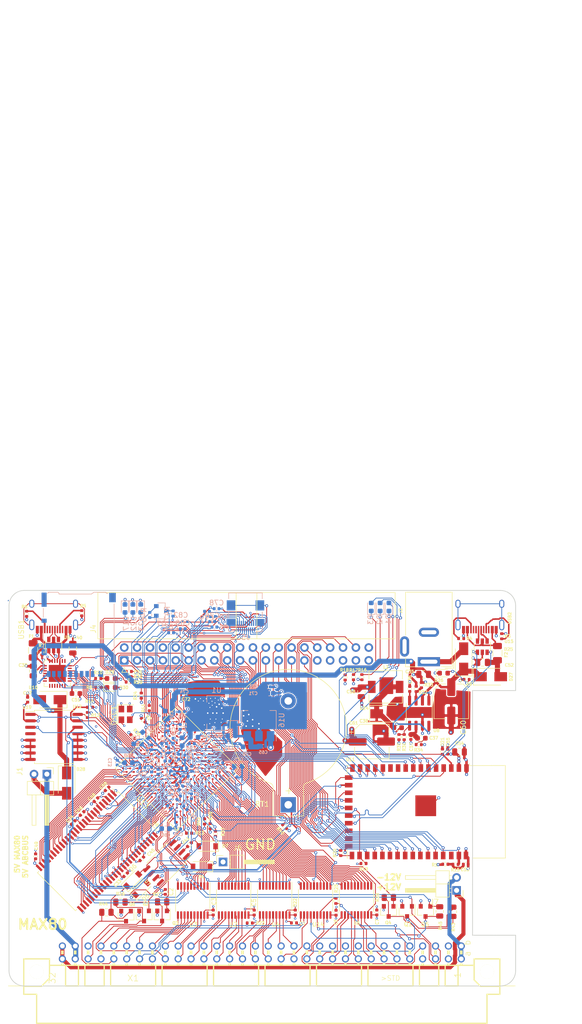
<source format=kicad_pcb>
(kicad_pcb (version 20171130) (host pcbnew 5.1.10-88a1d61d58~88~ubuntu20.04.1)

  (general
    (thickness 1.6)
    (drawings 19)
    (tracks 5233)
    (zones 0)
    (modules 185)
    (nets 265)
  )

  (page A4)
  (title_block
    (title MAX80)
    (date 2021-01-31)
    (rev 0.01)
    (company "No name")
  )

  (layers
    (0 F.Cu signal)
    (1 In1.Cu power)
    (2 In2.Cu signal)
    (31 B.Cu signal)
    (32 B.Adhes user)
    (33 F.Adhes user)
    (34 B.Paste user)
    (35 F.Paste user)
    (36 B.SilkS user)
    (37 F.SilkS user)
    (38 B.Mask user)
    (39 F.Mask user)
    (40 Dwgs.User user)
    (41 Cmts.User user)
    (42 Eco1.User user)
    (43 Eco2.User user)
    (44 Edge.Cuts user)
    (45 Margin user)
    (46 B.CrtYd user)
    (47 F.CrtYd user)
    (48 B.Fab user hide)
    (49 F.Fab user hide)
  )

  (setup
    (last_trace_width 0.15)
    (user_trace_width 0.15)
    (user_trace_width 0.3)
    (user_trace_width 0.5)
    (trace_clearance 0.15)
    (zone_clearance 0.15)
    (zone_45_only no)
    (trace_min 0.15)
    (via_size 0.6)
    (via_drill 0.3)
    (via_min_size 0.45)
    (via_min_drill 0.2)
    (user_via 0.45 0.2)
    (uvia_size 0.3)
    (uvia_drill 0.1)
    (uvias_allowed yes)
    (uvia_min_size 0.2)
    (uvia_min_drill 0.1)
    (edge_width 0.15)
    (segment_width 0.3)
    (pcb_text_width 0.3)
    (pcb_text_size 1.5 1.5)
    (mod_edge_width 0.15)
    (mod_text_size 1 1)
    (mod_text_width 0.15)
    (pad_size 0.46 0.4)
    (pad_drill 0)
    (pad_to_mask_clearance 0)
    (aux_axis_origin 0 0)
    (visible_elements FFFFFF7F)
    (pcbplotparams
      (layerselection 0x010fc_ffffffff)
      (usegerberextensions false)
      (usegerberattributes true)
      (usegerberadvancedattributes true)
      (creategerberjobfile true)
      (excludeedgelayer true)
      (linewidth 0.100000)
      (plotframeref false)
      (viasonmask false)
      (mode 1)
      (useauxorigin false)
      (hpglpennumber 1)
      (hpglpenspeed 20)
      (hpglpendiameter 15.000000)
      (psnegative false)
      (psa4output false)
      (plotreference true)
      (plotvalue true)
      (plotinvisibletext false)
      (padsonsilk false)
      (subtractmaskfromsilk false)
      (outputformat 1)
      (mirror false)
      (drillshape 0)
      (scaleselection 1)
      (outputdirectory "abc80_gerber"))
  )

  (net 0 "")
  (net 1 GND)
  (net 2 +5V)
  (net 3 "Net-(R5-Pad2)")
  (net 4 "Net-(R6-Pad2)")
  (net 5 "Net-(R7-Pad1)")
  (net 6 "Net-(U10-Pad5)")
  (net 7 "Net-(U10-Pad4)")
  (net 8 "Net-(U9-Pad4)")
  (net 9 "Net-(U9-Pad6)")
  (net 10 "Net-(USB1-Pad13)")
  (net 11 "Net-(BT1-Pad1)")
  (net 12 /A4)
  (net 13 /A3)
  (net 14 /A2)
  (net 15 /A1)
  (net 16 /A0)
  (net 17 /IO0)
  (net 18 /IO3)
  (net 19 /IO4)
  (net 20 /IO5)
  (net 21 /IO6)
  (net 22 /IO7)
  (net 23 /A11)
  (net 24 /IO9)
  (net 25 /A8)
  (net 26 /A7)
  (net 27 /A6)
  (net 28 /A5)
  (net 29 /A9)
  (net 30 /A10)
  (net 31 /A12)
  (net 32 /IO8)
  (net 33 /IO10)
  (net 34 /IO11)
  (net 35 /IO12)
  (net 36 /IO13)
  (net 37 /IO14)
  (net 38 /IO15)
  (net 39 /abc80bus/D7)
  (net 40 /abc80bus/D6)
  (net 41 /abc80bus/D5)
  (net 42 /abc80bus/D4)
  (net 43 /abc80bus/D3)
  (net 44 /abc80bus/D2)
  (net 45 /abc80bus/D1)
  (net 46 /abc80bus/D0)
  (net 47 /abc80bus/A8)
  (net 48 /abc80bus/A9)
  (net 49 /abc80bus/A10)
  (net 50 /abc80bus/A11)
  (net 51 /abc80bus/A12)
  (net 52 /abc80bus/A13)
  (net 53 /abc80bus/A14)
  (net 54 /abc80bus/A15)
  (net 55 /abc80bus/A7)
  (net 56 /abc80bus/A6)
  (net 57 /abc80bus/A5)
  (net 58 /abc80bus/A4)
  (net 59 /abc80bus/A3)
  (net 60 /abc80bus/A2)
  (net 61 /abc80bus/A1)
  (net 62 /abc80bus/A0)
  (net 63 /IO1)
  (net 64 /IO2)
  (net 65 /32KHZ)
  (net 66 /RTC_INT)
  (net 67 /abc80bus/ABC5V)
  (net 68 /SD_DAT1)
  (net 69 /SD_DAT3)
  (net 70 /SD_CMD)
  (net 71 /SD_CLK)
  (net 72 /SD_DAT0)
  (net 73 FPGA_TDI)
  (net 74 FPGA_TMS)
  (net 75 FPGA_TDO)
  (net 76 FPGA_TCK)
  (net 77 ABC_CLK_5)
  (net 78 /FPGA_SCL)
  (net 79 /FPGA_SDA)
  (net 80 FPGA_SPI_CLK)
  (net 81 FGPA_SPI_CS_ESP32)
  (net 82 INT_ESP32)
  (net 83 "Net-(C53-Pad1)")
  (net 84 "Net-(F2-Pad2)")
  (net 85 ESP32_TDO)
  (net 86 ESP32_TCK)
  (net 87 ESP32_TMS)
  (net 88 ESP32_IO0)
  (net 89 ESP32_RXD)
  (net 90 ESP32_TXD)
  (net 91 ESP32_EN)
  (net 92 "Net-(R3-Pad2)")
  (net 93 "Net-(R4-Pad2)")
  (net 94 /ESP32/USB_D-)
  (net 95 /ESP32/USB_D+)
  (net 96 ESP32_TDI)
  (net 97 "Net-(U15-Pad6)")
  (net 98 "Net-(U15-Pad4)")
  (net 99 "Net-(USB2-Pad13)")
  (net 100 "Net-(D1-Pad2)")
  (net 101 "Net-(D1-Pad1)")
  (net 102 "Net-(D2-Pad2)")
  (net 103 "Net-(D2-Pad1)")
  (net 104 "Net-(D3-Pad2)")
  (net 105 "Net-(D3-Pad1)")
  (net 106 ESP32_SCL)
  (net 107 ESP32_SDA)
  (net 108 ESP32_CS2)
  (net 109 ESP32_CS0)
  (net 110 ESP32_MISO)
  (net 111 ESP32_SCK)
  (net 112 ESP32_MOSI)
  (net 113 ESP32_CS1)
  (net 114 /FPGA_USB_TXD)
  (net 115 /FPGA_USB_RXD)
  (net 116 /abc80bus/~CS)
  (net 117 /abc80bus/~C4)
  (net 118 /abc80bus/~C3)
  (net 119 /abc80bus/~C2)
  (net 120 /abc80bus/~C1)
  (net 121 /abc80bus/~OUT)
  (net 122 /abc80bus/~RST)
  (net 123 /abc80bus/~XMEMFL)
  (net 124 /abc80bus/~INP)
  (net 125 /abc80bus/~STATUS)
  (net 126 /abc80bus/~XINPSTB)
  (net 127 /abc80bus/~XOUTSTB)
  (net 128 AD0)
  (net 129 AD1)
  (net 130 AD2)
  (net 131 AD3)
  (net 132 AD4)
  (net 133 AD5)
  (net 134 AD6)
  (net 135 AD7)
  (net 136 /abc80bus/~RESIN)
  (net 137 /FPGA_LED1)
  (net 138 /FPGA_LED2)
  (net 139 /FPGA_LED3)
  (net 140 "Net-(D17-Pad2)")
  (net 141 "Net-(D22-Pad2)")
  (net 142 "Net-(D23-Pad2)")
  (net 143 FPGA_GPIO3)
  (net 144 FPGA_GPIO2)
  (net 145 FPGA_GPIO1)
  (net 146 FPGA_GPIO0)
  (net 147 FPGA_GPIO5)
  (net 148 FPGA_GPIO4)
  (net 149 "Net-(C36-Pad1)")
  (net 150 "Net-(C37-Pad2)")
  (net 151 "Net-(C37-Pad1)")
  (net 152 "Net-(C38-Pad2)")
  (net 153 "Net-(R32-Pad2)")
  (net 154 "Net-(R35-Pad2)")
  (net 155 "Net-(C38-Pad1)")
  (net 156 /abc80bus/READY)
  (net 157 /abc80bus/~NMI)
  (net 158 ~FPGA_READY)
  (net 159 FPGA_NMI)
  (net 160 "Net-(D26-Pad2)")
  (net 161 FPGA_RESIN)
  (net 162 /DQMH)
  (net 163 /CLK)
  (net 164 /CKE)
  (net 165 /BA1)
  (net 166 /BA0)
  (net 167 /DQML)
  (net 168 "Net-(D28-Pad2)")
  (net 169 "Net-(D25-Pad2)")
  (net 170 "Net-(F1-Pad2)")
  (net 171 /FPGA_USB_RTS)
  (net 172 /FPGA_USB_CTS)
  (net 173 "Net-(C39-Pad1)")
  (net 174 "Net-(C52-Pad1)")
  (net 175 /WE#)
  (net 176 /CAS#)
  (net 177 /RAS#)
  (net 178 /CS#)
  (net 179 "Net-(D29-Pad1)")
  (net 180 "Net-(D30-Pad1)")
  (net 181 +3V3)
  (net 182 +2V5)
  (net 183 +1V2)
  (net 184 "Net-(R13-Pad1)")
  (net 185 "Net-(R37-Pad2)")
  (net 186 "Net-(R38-Pad2)")
  (net 187 "Net-(R41-Pad2)")
  (net 188 DATA0)
  (net 189 ~CS_ABC_3V3)
  (net 190 ~OUT_ABC_3V3)
  (net 191 AD8)
  (net 192 ~C1_ABC_3V3)
  (net 193 AD9)
  (net 194 ~C2_ABC_3V3)
  (net 195 AD10)
  (net 196 ~C3_ABC_3V3)
  (net 197 ~C4_ABC_3V3)
  (net 198 AD11)
  (net 199 AD12)
  (net 200 AD13)
  (net 201 AD14)
  (net 202 AD15)
  (net 203 DLCK)
  (net 204 ASD0)
  (net 205 nCE0)
  (net 206 ~INP_ABC_3V3)
  (net 207 ~STATUS_ABC_3V3)
  (net 208 DD0)
  (net 209 DD1)
  (net 210 DD2)
  (net 211 DD3)
  (net 212 DD4)
  (net 213 DD5)
  (net 214 DD6)
  (net 215 DD7)
  (net 216 DD8)
  (net 217 ~XOUTSTB_ABC_3V3)
  (net 218 ~RST_ABC_3V3)
  (net 219 ~XMEMFL_ABC_3V3)
  (net 220 ~XINPSTB_ABC_3V3)
  (net 221 ABC_CLK_3V3)
  (net 222 DD9)
  (net 223 FPGA_SPI_MOSI)
  (net 224 FPGA_SPI_MISO)
  (net 225 /SD_DAT2)
  (net 226 CLK0n)
  (net 227 "Net-(J5-PadSH)")
  (net 228 HDMI_CK-)
  (net 229 HDMI_D0+)
  (net 230 HDMI_D1-)
  (net 231 HDMI_D2+)
  (net 232 HDMI_CK+)
  (net 233 HDMI_D0-)
  (net 234 HDMI_D1+)
  (net 235 HDMI_D2-)
  (net 236 HDMI_SDA)
  (net 237 HDMI_HPD)
  (net 238 HDMI_SCL)
  (net 239 FPGA_JTAGEN)
  (net 240 FLASH_CS#)
  (net 241 /abc80bus/~INT)
  (net 242 /abc80bus/~XMEMW800)
  (net 243 /abc80bus/~XMEMW80)
  (net 244 INT_ABC_3V3)
  (net 245 INT800_ABC_3V3)
  (net 246 ~XMEMW80_ABC_3V3)
  (net 247 ~XMEMW800_ABC_3V3)
  (net 248 /abc80bus/~XM)
  (net 249 XM_ABC_3V3)
  (net 250 "Net-(R25-Pad2)")
  (net 251 AD16)
  (net 252 DD10)
  (net 253 /abc80bus/ABC_-12V)
  (net 254 /abc80bus/ABC_12V)
  (net 255 /FPGA_USB_DTR)
  (net 256 "Net-(C75-Pad1)")
  (net 257 "Net-(C76-Pad1)")
  (net 258 "Net-(C77-Pad1)")
  (net 259 "Net-(C78-Pad1)")
  (net 260 "Net-(C79-Pad1)")
  (net 261 "Net-(C80-Pad1)")
  (net 262 "Net-(C81-Pad1)")
  (net 263 "Net-(C82-Pad1)")
  (net 264 "Net-(J5-Pad19)")

  (net_class Default "This is the default net class."
    (clearance 0.15)
    (trace_width 0.15)
    (via_dia 0.6)
    (via_drill 0.3)
    (uvia_dia 0.3)
    (uvia_drill 0.1)
    (add_net +1V2)
    (add_net +2V5)
    (add_net +3V3)
    (add_net +5V)
    (add_net /32KHZ)
    (add_net /A0)
    (add_net /A1)
    (add_net /A10)
    (add_net /A11)
    (add_net /A12)
    (add_net /A2)
    (add_net /A3)
    (add_net /A4)
    (add_net /A5)
    (add_net /A6)
    (add_net /A7)
    (add_net /A8)
    (add_net /A9)
    (add_net /BA0)
    (add_net /BA1)
    (add_net /CAS#)
    (add_net /CKE)
    (add_net /CLK)
    (add_net /CS#)
    (add_net /DQMH)
    (add_net /DQML)
    (add_net /ESP32/USB_D+)
    (add_net /ESP32/USB_D-)
    (add_net /FPGA_LED1)
    (add_net /FPGA_LED2)
    (add_net /FPGA_LED3)
    (add_net /FPGA_SCL)
    (add_net /FPGA_SDA)
    (add_net /FPGA_USB_CTS)
    (add_net /FPGA_USB_DTR)
    (add_net /FPGA_USB_RTS)
    (add_net /FPGA_USB_RXD)
    (add_net /FPGA_USB_TXD)
    (add_net /IO0)
    (add_net /IO1)
    (add_net /IO10)
    (add_net /IO11)
    (add_net /IO12)
    (add_net /IO13)
    (add_net /IO14)
    (add_net /IO15)
    (add_net /IO2)
    (add_net /IO3)
    (add_net /IO4)
    (add_net /IO5)
    (add_net /IO6)
    (add_net /IO7)
    (add_net /IO8)
    (add_net /IO9)
    (add_net /RAS#)
    (add_net /RTC_INT)
    (add_net /SD_CLK)
    (add_net /SD_CMD)
    (add_net /SD_DAT0)
    (add_net /SD_DAT1)
    (add_net /SD_DAT2)
    (add_net /SD_DAT3)
    (add_net /WE#)
    (add_net /abc80bus/A0)
    (add_net /abc80bus/A1)
    (add_net /abc80bus/A10)
    (add_net /abc80bus/A11)
    (add_net /abc80bus/A12)
    (add_net /abc80bus/A13)
    (add_net /abc80bus/A14)
    (add_net /abc80bus/A15)
    (add_net /abc80bus/A2)
    (add_net /abc80bus/A3)
    (add_net /abc80bus/A4)
    (add_net /abc80bus/A5)
    (add_net /abc80bus/A6)
    (add_net /abc80bus/A7)
    (add_net /abc80bus/A8)
    (add_net /abc80bus/A9)
    (add_net /abc80bus/ABC5V)
    (add_net /abc80bus/ABC_-12V)
    (add_net /abc80bus/ABC_12V)
    (add_net /abc80bus/D0)
    (add_net /abc80bus/D1)
    (add_net /abc80bus/D2)
    (add_net /abc80bus/D3)
    (add_net /abc80bus/D4)
    (add_net /abc80bus/D5)
    (add_net /abc80bus/D6)
    (add_net /abc80bus/D7)
    (add_net /abc80bus/READY)
    (add_net /abc80bus/~C1)
    (add_net /abc80bus/~C2)
    (add_net /abc80bus/~C3)
    (add_net /abc80bus/~C4)
    (add_net /abc80bus/~CS)
    (add_net /abc80bus/~INP)
    (add_net /abc80bus/~INT)
    (add_net /abc80bus/~NMI)
    (add_net /abc80bus/~OUT)
    (add_net /abc80bus/~RESIN)
    (add_net /abc80bus/~RST)
    (add_net /abc80bus/~STATUS)
    (add_net /abc80bus/~XINPSTB)
    (add_net /abc80bus/~XM)
    (add_net /abc80bus/~XMEMFL)
    (add_net /abc80bus/~XMEMW80)
    (add_net /abc80bus/~XMEMW800)
    (add_net /abc80bus/~XOUTSTB)
    (add_net ABC_CLK_3V3)
    (add_net ABC_CLK_5)
    (add_net AD0)
    (add_net AD1)
    (add_net AD10)
    (add_net AD11)
    (add_net AD12)
    (add_net AD13)
    (add_net AD14)
    (add_net AD15)
    (add_net AD16)
    (add_net AD2)
    (add_net AD3)
    (add_net AD4)
    (add_net AD5)
    (add_net AD6)
    (add_net AD7)
    (add_net AD8)
    (add_net AD9)
    (add_net ASD0)
    (add_net CLK0n)
    (add_net DATA0)
    (add_net DD0)
    (add_net DD1)
    (add_net DD10)
    (add_net DD2)
    (add_net DD3)
    (add_net DD4)
    (add_net DD5)
    (add_net DD6)
    (add_net DD7)
    (add_net DD8)
    (add_net DD9)
    (add_net DLCK)
    (add_net ESP32_CS0)
    (add_net ESP32_CS1)
    (add_net ESP32_CS2)
    (add_net ESP32_EN)
    (add_net ESP32_IO0)
    (add_net ESP32_MISO)
    (add_net ESP32_MOSI)
    (add_net ESP32_RXD)
    (add_net ESP32_SCK)
    (add_net ESP32_SCL)
    (add_net ESP32_SDA)
    (add_net ESP32_TCK)
    (add_net ESP32_TDI)
    (add_net ESP32_TDO)
    (add_net ESP32_TMS)
    (add_net ESP32_TXD)
    (add_net FGPA_SPI_CS_ESP32)
    (add_net FLASH_CS#)
    (add_net FPGA_GPIO0)
    (add_net FPGA_GPIO1)
    (add_net FPGA_GPIO2)
    (add_net FPGA_GPIO3)
    (add_net FPGA_GPIO4)
    (add_net FPGA_GPIO5)
    (add_net FPGA_JTAGEN)
    (add_net FPGA_NMI)
    (add_net FPGA_RESIN)
    (add_net FPGA_SPI_CLK)
    (add_net FPGA_SPI_MISO)
    (add_net FPGA_SPI_MOSI)
    (add_net FPGA_TCK)
    (add_net FPGA_TDI)
    (add_net FPGA_TDO)
    (add_net FPGA_TMS)
    (add_net GND)
    (add_net HDMI_CK+)
    (add_net HDMI_CK-)
    (add_net HDMI_D0+)
    (add_net HDMI_D0-)
    (add_net HDMI_D1+)
    (add_net HDMI_D1-)
    (add_net HDMI_D2+)
    (add_net HDMI_D2-)
    (add_net HDMI_HPD)
    (add_net HDMI_SCL)
    (add_net HDMI_SDA)
    (add_net INT800_ABC_3V3)
    (add_net INT_ABC_3V3)
    (add_net INT_ESP32)
    (add_net "Net-(BT1-Pad1)")
    (add_net "Net-(C36-Pad1)")
    (add_net "Net-(C37-Pad1)")
    (add_net "Net-(C37-Pad2)")
    (add_net "Net-(C38-Pad1)")
    (add_net "Net-(C38-Pad2)")
    (add_net "Net-(C39-Pad1)")
    (add_net "Net-(C52-Pad1)")
    (add_net "Net-(C53-Pad1)")
    (add_net "Net-(C75-Pad1)")
    (add_net "Net-(C76-Pad1)")
    (add_net "Net-(C77-Pad1)")
    (add_net "Net-(C78-Pad1)")
    (add_net "Net-(C79-Pad1)")
    (add_net "Net-(C80-Pad1)")
    (add_net "Net-(C81-Pad1)")
    (add_net "Net-(C82-Pad1)")
    (add_net "Net-(D1-Pad1)")
    (add_net "Net-(D1-Pad2)")
    (add_net "Net-(D17-Pad2)")
    (add_net "Net-(D2-Pad1)")
    (add_net "Net-(D2-Pad2)")
    (add_net "Net-(D22-Pad2)")
    (add_net "Net-(D23-Pad2)")
    (add_net "Net-(D25-Pad2)")
    (add_net "Net-(D26-Pad2)")
    (add_net "Net-(D28-Pad2)")
    (add_net "Net-(D29-Pad1)")
    (add_net "Net-(D3-Pad1)")
    (add_net "Net-(D3-Pad2)")
    (add_net "Net-(D30-Pad1)")
    (add_net "Net-(F1-Pad2)")
    (add_net "Net-(F2-Pad2)")
    (add_net "Net-(J4-Pad40)")
    (add_net "Net-(J4-Pad6)")
    (add_net "Net-(J4-Pad8)")
    (add_net "Net-(J5-Pad10)")
    (add_net "Net-(J5-Pad14)")
    (add_net "Net-(J5-Pad17)")
    (add_net "Net-(J5-Pad19)")
    (add_net "Net-(J5-PadSH)")
    (add_net "Net-(R13-Pad1)")
    (add_net "Net-(R25-Pad2)")
    (add_net "Net-(R3-Pad2)")
    (add_net "Net-(R32-Pad2)")
    (add_net "Net-(R35-Pad2)")
    (add_net "Net-(R37-Pad2)")
    (add_net "Net-(R38-Pad2)")
    (add_net "Net-(R4-Pad2)")
    (add_net "Net-(R41-Pad2)")
    (add_net "Net-(R5-Pad2)")
    (add_net "Net-(R6-Pad2)")
    (add_net "Net-(R7-Pad1)")
    (add_net "Net-(U10-Pad1)")
    (add_net "Net-(U10-Pad10)")
    (add_net "Net-(U10-Pad11)")
    (add_net "Net-(U10-Pad12)")
    (add_net "Net-(U10-Pad13)")
    (add_net "Net-(U10-Pad14)")
    (add_net "Net-(U10-Pad15)")
    (add_net "Net-(U10-Pad16)")
    (add_net "Net-(U10-Pad17)")
    (add_net "Net-(U10-Pad18)")
    (add_net "Net-(U10-Pad19)")
    (add_net "Net-(U10-Pad2)")
    (add_net "Net-(U10-Pad20)")
    (add_net "Net-(U10-Pad21)")
    (add_net "Net-(U10-Pad22)")
    (add_net "Net-(U10-Pad27)")
    (add_net "Net-(U10-Pad4)")
    (add_net "Net-(U10-Pad5)")
    (add_net "Net-(U11-Pad10)")
    (add_net "Net-(U11-Pad11)")
    (add_net "Net-(U11-Pad25)")
    (add_net "Net-(U11-Pad40)")
    (add_net "Net-(U12-Pad4)")
    (add_net "Net-(U13-PadC3)")
    (add_net "Net-(U13-PadG11)")
    (add_net "Net-(U13-PadJ12)")
    (add_net "Net-(U13-PadJ13)")
    (add_net "Net-(U13-PadJ14)")
    (add_net "Net-(U13-PadK10)")
    (add_net "Net-(U13-PadK12)")
    (add_net "Net-(U13-PadK6)")
    (add_net "Net-(U13-PadK9)")
    (add_net "Net-(U13-PadL11)")
    (add_net "Net-(U13-PadL13)")
    (add_net "Net-(U13-PadL14)")
    (add_net "Net-(U13-PadL15)")
    (add_net "Net-(U13-PadL16)")
    (add_net "Net-(U13-PadL9)")
    (add_net "Net-(U13-PadM9)")
    (add_net "Net-(U13-PadN11)")
    (add_net "Net-(U13-PadN12)")
    (add_net "Net-(U13-PadN14)")
    (add_net "Net-(U13-PadN9)")
    (add_net "Net-(U13-PadP11)")
    (add_net "Net-(U13-PadP15)")
    (add_net "Net-(U13-PadP9)")
    (add_net "Net-(U13-PadR11)")
    (add_net "Net-(U13-PadR12)")
    (add_net "Net-(U14-Pad15)")
    (add_net "Net-(U14-Pad5)")
    (add_net "Net-(U15-Pad4)")
    (add_net "Net-(U15-Pad6)")
    (add_net "Net-(U6-Pad40)")
    (add_net "Net-(U9-Pad4)")
    (add_net "Net-(U9-Pad6)")
    (add_net "Net-(USB1-Pad13)")
    (add_net "Net-(USB1-Pad3)")
    (add_net "Net-(USB1-Pad5)")
    (add_net "Net-(USB1-Pad8)")
    (add_net "Net-(USB1-Pad9)")
    (add_net "Net-(USB2-Pad13)")
    (add_net "Net-(USB2-Pad3)")
    (add_net "Net-(USB2-Pad5)")
    (add_net "Net-(USB2-Pad8)")
    (add_net "Net-(USB2-Pad9)")
    (add_net "Net-(X1-PadA14)")
    (add_net "Net-(X1-PadA25)")
    (add_net "Net-(X1-PadA29)")
    (add_net "Net-(X1-PadB10)")
    (add_net "Net-(X1-PadB11)")
    (add_net "Net-(X1-PadB12)")
    (add_net "Net-(X1-PadB30)")
    (add_net "Net-(X1-PadB6)")
    (add_net "Net-(X1-PadB7)")
    (add_net "Net-(X1-PadB8)")
    (add_net "Net-(X1-PadB9)")
    (add_net XM_ABC_3V3)
    (add_net nCE0)
    (add_net ~C1_ABC_3V3)
    (add_net ~C2_ABC_3V3)
    (add_net ~C3_ABC_3V3)
    (add_net ~C4_ABC_3V3)
    (add_net ~CS_ABC_3V3)
    (add_net ~FPGA_READY)
    (add_net ~INP_ABC_3V3)
    (add_net ~OUT_ABC_3V3)
    (add_net ~RST_ABC_3V3)
    (add_net ~STATUS_ABC_3V3)
    (add_net ~XINPSTB_ABC_3V3)
    (add_net ~XMEMFL_ABC_3V3)
    (add_net ~XMEMW800_ABC_3V3)
    (add_net ~XMEMW80_ABC_3V3)
    (add_net ~XOUTSTB_ABC_3V3)
  )

  (module Resistor_SMD:R_0402_1005Metric (layer B.Cu) (tedit 5F68FEEE) (tstamp 60C8866F)
    (at 84.88 105.55 270)
    (descr "Resistor SMD 0402 (1005 Metric), square (rectangular) end terminal, IPC_7351 nominal, (Body size source: IPC-SM-782 page 72, https://www.pcb-3d.com/wordpress/wp-content/uploads/ipc-sm-782a_amendment_1_and_2.pdf), generated with kicad-footprint-generator")
    (tags resistor)
    (path /650A9AE9/60E3BB83)
    (attr smd)
    (fp_text reference R47 (at 0 1.17 90) (layer B.SilkS)
      (effects (font (size 1 1) (thickness 0.15)) (justify mirror))
    )
    (fp_text value 2.2k (at 0 -1.17 90) (layer B.Fab)
      (effects (font (size 1 1) (thickness 0.15)) (justify mirror))
    )
    (fp_text user %R (at 0 0 90) (layer B.Fab)
      (effects (font (size 0.26 0.26) (thickness 0.04)) (justify mirror))
    )
    (fp_line (start -0.525 -0.27) (end -0.525 0.27) (layer B.Fab) (width 0.1))
    (fp_line (start -0.525 0.27) (end 0.525 0.27) (layer B.Fab) (width 0.1))
    (fp_line (start 0.525 0.27) (end 0.525 -0.27) (layer B.Fab) (width 0.1))
    (fp_line (start 0.525 -0.27) (end -0.525 -0.27) (layer B.Fab) (width 0.1))
    (fp_line (start -0.153641 0.38) (end 0.153641 0.38) (layer B.SilkS) (width 0.12))
    (fp_line (start -0.153641 -0.38) (end 0.153641 -0.38) (layer B.SilkS) (width 0.12))
    (fp_line (start -0.93 -0.47) (end -0.93 0.47) (layer B.CrtYd) (width 0.05))
    (fp_line (start -0.93 0.47) (end 0.93 0.47) (layer B.CrtYd) (width 0.05))
    (fp_line (start 0.93 0.47) (end 0.93 -0.47) (layer B.CrtYd) (width 0.05))
    (fp_line (start 0.93 -0.47) (end -0.93 -0.47) (layer B.CrtYd) (width 0.05))
    (pad 2 smd roundrect (at 0.51 0 270) (size 0.54 0.64) (layers B.Cu B.Paste B.Mask) (roundrect_rratio 0.25)
      (net 2 +5V))
    (pad 1 smd roundrect (at -0.51 0 270) (size 0.54 0.64) (layers B.Cu B.Paste B.Mask) (roundrect_rratio 0.25)
      (net 264 "Net-(J5-Pad19)"))
    (model ${KISYS3DMOD}/Resistor_SMD.3dshapes/R_0402_1005Metric.wrl
      (at (xyz 0 0 0))
      (scale (xyz 1 1 1))
      (rotate (xyz 0 0 0))
    )
  )

  (module Resistor_SMD:R_0402_1005Metric (layer B.Cu) (tedit 5F68FEEE) (tstamp 60C8865E)
    (at 80.28 105.84 270)
    (descr "Resistor SMD 0402 (1005 Metric), square (rectangular) end terminal, IPC_7351 nominal, (Body size source: IPC-SM-782 page 72, https://www.pcb-3d.com/wordpress/wp-content/uploads/ipc-sm-782a_amendment_1_and_2.pdf), generated with kicad-footprint-generator")
    (tags resistor)
    (path /650A9AE9/60E40DE0)
    (attr smd)
    (fp_text reference R46 (at 0 1.17 90) (layer B.SilkS)
      (effects (font (size 1 1) (thickness 0.15)) (justify mirror))
    )
    (fp_text value 12.7k (at 0 -1.17 90) (layer B.Fab)
      (effects (font (size 1 1) (thickness 0.15)) (justify mirror))
    )
    (fp_text user %R (at 0 0 90) (layer B.Fab)
      (effects (font (size 0.26 0.26) (thickness 0.04)) (justify mirror))
    )
    (fp_line (start -0.525 -0.27) (end -0.525 0.27) (layer B.Fab) (width 0.1))
    (fp_line (start -0.525 0.27) (end 0.525 0.27) (layer B.Fab) (width 0.1))
    (fp_line (start 0.525 0.27) (end 0.525 -0.27) (layer B.Fab) (width 0.1))
    (fp_line (start 0.525 -0.27) (end -0.525 -0.27) (layer B.Fab) (width 0.1))
    (fp_line (start -0.153641 0.38) (end 0.153641 0.38) (layer B.SilkS) (width 0.12))
    (fp_line (start -0.153641 -0.38) (end 0.153641 -0.38) (layer B.SilkS) (width 0.12))
    (fp_line (start -0.93 -0.47) (end -0.93 0.47) (layer B.CrtYd) (width 0.05))
    (fp_line (start -0.93 0.47) (end 0.93 0.47) (layer B.CrtYd) (width 0.05))
    (fp_line (start 0.93 0.47) (end 0.93 -0.47) (layer B.CrtYd) (width 0.05))
    (fp_line (start 0.93 -0.47) (end -0.93 -0.47) (layer B.CrtYd) (width 0.05))
    (pad 2 smd roundrect (at 0.51 0 270) (size 0.54 0.64) (layers B.Cu B.Paste B.Mask) (roundrect_rratio 0.25)
      (net 181 +3V3))
    (pad 1 smd roundrect (at -0.51 0 270) (size 0.54 0.64) (layers B.Cu B.Paste B.Mask) (roundrect_rratio 0.25)
      (net 237 HDMI_HPD))
    (model ${KISYS3DMOD}/Resistor_SMD.3dshapes/R_0402_1005Metric.wrl
      (at (xyz 0 0 0))
      (scale (xyz 1 1 1))
      (rotate (xyz 0 0 0))
    )
  )

  (module Package_TO_SOT_SMD:SOT-23 (layer B.Cu) (tedit 5A02FF57) (tstamp 60C880AD)
    (at 82.57 105.04)
    (descr "SOT-23, Standard")
    (tags SOT-23)
    (path /650A9AE9/60E31564)
    (attr smd)
    (fp_text reference Q7 (at 0 2.5) (layer B.SilkS)
      (effects (font (size 1 1) (thickness 0.15)) (justify mirror))
    )
    (fp_text value AO3400A (at 0 -2.5) (layer B.Fab)
      (effects (font (size 1 1) (thickness 0.15)) (justify mirror))
    )
    (fp_text user %R (at 0 0 -90) (layer B.Fab)
      (effects (font (size 0.5 0.5) (thickness 0.075)) (justify mirror))
    )
    (fp_line (start -0.7 0.95) (end -0.7 -1.5) (layer B.Fab) (width 0.1))
    (fp_line (start -0.15 1.52) (end 0.7 1.52) (layer B.Fab) (width 0.1))
    (fp_line (start -0.7 0.95) (end -0.15 1.52) (layer B.Fab) (width 0.1))
    (fp_line (start 0.7 1.52) (end 0.7 -1.52) (layer B.Fab) (width 0.1))
    (fp_line (start -0.7 -1.52) (end 0.7 -1.52) (layer B.Fab) (width 0.1))
    (fp_line (start 0.76 -1.58) (end 0.76 -0.65) (layer B.SilkS) (width 0.12))
    (fp_line (start 0.76 1.58) (end 0.76 0.65) (layer B.SilkS) (width 0.12))
    (fp_line (start -1.7 1.75) (end 1.7 1.75) (layer B.CrtYd) (width 0.05))
    (fp_line (start 1.7 1.75) (end 1.7 -1.75) (layer B.CrtYd) (width 0.05))
    (fp_line (start 1.7 -1.75) (end -1.7 -1.75) (layer B.CrtYd) (width 0.05))
    (fp_line (start -1.7 -1.75) (end -1.7 1.75) (layer B.CrtYd) (width 0.05))
    (fp_line (start 0.76 1.58) (end -1.4 1.58) (layer B.SilkS) (width 0.12))
    (fp_line (start 0.76 -1.58) (end -0.7 -1.58) (layer B.SilkS) (width 0.12))
    (pad 3 smd rect (at 1 0) (size 0.9 0.8) (layers B.Cu B.Paste B.Mask)
      (net 264 "Net-(J5-Pad19)"))
    (pad 2 smd rect (at -1 -0.95) (size 0.9 0.8) (layers B.Cu B.Paste B.Mask)
      (net 237 HDMI_HPD))
    (pad 1 smd rect (at -1 0.95) (size 0.9 0.8) (layers B.Cu B.Paste B.Mask)
      (net 181 +3V3))
    (model ${KISYS3DMOD}/Package_TO_SOT_SMD.3dshapes/SOT-23.wrl
      (at (xyz 0 0 0))
      (scale (xyz 1 1 1))
      (rotate (xyz 0 0 0))
    )
  )

  (module Package_BGA:BGA-256_17.0x17.0mm_Layout16x16_P1.0mm_Ball0.5mm_Pad0.4mm_NSMD (layer F.Cu) (tedit 5A058D74) (tstamp 6073D206)
    (at 85.625 136.085 135)
    (descr "BGA-256, dimensions: https://www.xilinx.com/support/documentation/package_specs/ft256.pdf, design rules: https://www.xilinx.com/support/documentation/user_guides/ug1099-bga-device-design-rules.pdf")
    (tags BGA-256)
    (path /6054E41F)
    (attr smd)
    (fp_text reference U13 (at 0 -9.6 135) (layer F.SilkS)
      (effects (font (size 1 1) (thickness 0.15)))
    )
    (fp_text value EP4CE15F17C8N (at 0 9.7 135) (layer F.Fab)
      (effects (font (size 1 1) (thickness 0.15)))
    )
    (fp_line (start -8.1 -8.8) (end -8.8 -8.8) (layer F.SilkS) (width 0.12))
    (fp_line (start -8.8 -8.8) (end -8.8 -8.1) (layer F.SilkS) (width 0.12))
    (fp_line (start 8.6 -8.6) (end -8.6 -8.6) (layer F.SilkS) (width 0.12))
    (fp_line (start -8.6 -8.6) (end -8.6 8.6) (layer F.SilkS) (width 0.12))
    (fp_line (start -8.6 8.6) (end 8.6 8.6) (layer F.SilkS) (width 0.12))
    (fp_line (start 8.6 8.6) (end 8.6 -8.6) (layer F.SilkS) (width 0.12))
    (fp_line (start -8.5 8.5) (end 8.5 8.5) (layer F.Fab) (width 0.1))
    (fp_line (start 8.5 8.5) (end 8.5 -8.5) (layer F.Fab) (width 0.1))
    (fp_line (start 8.5 -8.5) (end -8 -8.5) (layer F.Fab) (width 0.1))
    (fp_line (start -8 -8.5) (end -8.5 -8) (layer F.Fab) (width 0.1))
    (fp_line (start -8.5 -8) (end -8.5 8.5) (layer F.Fab) (width 0.1))
    (fp_line (start -9.5 -9.5) (end 9.5 -9.5) (layer F.CrtYd) (width 0.05))
    (fp_line (start -9.5 -9.5) (end -9.5 9.5) (layer F.CrtYd) (width 0.05))
    (fp_line (start 9.5 9.5) (end 9.5 -9.5) (layer F.CrtYd) (width 0.05))
    (fp_line (start 9.5 9.5) (end -9.5 9.5) (layer F.CrtYd) (width 0.05))
    (fp_text user %R (at 0 0 135) (layer F.Fab)
      (effects (font (size 1 1) (thickness 0.15)))
    )
    (pad H16 smd circle (at 7.5 -0.5 135) (size 0.4 0.4) (layers F.Cu F.Paste F.Mask)
      (net 1 GND))
    (pad J16 smd circle (at 7.5 0.5 135) (size 0.4 0.4) (layers F.Cu F.Paste F.Mask)
      (net 228 HDMI_CK-))
    (pad K16 smd circle (at 7.5 1.5 135) (size 0.4 0.4) (layers F.Cu F.Paste F.Mask)
      (net 233 HDMI_D0-))
    (pad L16 smd circle (at 7.5 2.5 135) (size 0.4 0.4) (layers F.Cu F.Paste F.Mask))
    (pad M16 smd circle (at 7.5 3.5 135) (size 0.4 0.4) (layers F.Cu F.Paste F.Mask)
      (net 1 GND))
    (pad N16 smd circle (at 7.5 4.5 135) (size 0.4 0.4) (layers F.Cu F.Paste F.Mask)
      (net 230 HDMI_D1-))
    (pad P16 smd circle (at 7.5 5.5 135) (size 0.4 0.4) (layers F.Cu F.Paste F.Mask)
      (net 235 HDMI_D2-))
    (pad R16 smd circle (at 7.5 6.5 135) (size 0.4 0.4) (layers F.Cu F.Paste F.Mask)
      (net 231 HDMI_D2+))
    (pad T16 smd circle (at 7.5 7.5 135) (size 0.4 0.4) (layers F.Cu F.Paste F.Mask)
      (net 181 +3V3))
    (pad N12 smd circle (at 3.5 4.5 135) (size 0.4 0.4) (layers F.Cu F.Paste F.Mask))
    (pad M12 smd circle (at 3.5 3.5 135) (size 0.4 0.4) (layers F.Cu F.Paste F.Mask)
      (net 1 GND))
    (pad L12 smd circle (at 3.5 2.5 135) (size 0.4 0.4) (layers F.Cu F.Paste F.Mask)
      (net 182 +2V5))
    (pad K12 smd circle (at 3.5 1.5 135) (size 0.4 0.4) (layers F.Cu F.Paste F.Mask))
    (pad K11 smd circle (at 2.5 1.5 135) (size 0.4 0.4) (layers F.Cu F.Paste F.Mask)
      (net 183 +1V2))
    (pad L11 smd circle (at 2.5 2.5 135) (size 0.4 0.4) (layers F.Cu F.Paste F.Mask))
    (pad M11 smd circle (at 2.5 3.5 135) (size 0.4 0.4) (layers F.Cu F.Paste F.Mask)
      (net 238 HDMI_SCL))
    (pad N11 smd circle (at 2.5 4.5 135) (size 0.4 0.4) (layers F.Cu F.Paste F.Mask))
    (pad T15 smd circle (at 6.5 7.5 135) (size 0.4 0.4) (layers F.Cu F.Paste F.Mask)
      (net 237 HDMI_HPD))
    (pad R15 smd circle (at 6.5 6.5 135) (size 0.4 0.4) (layers F.Cu F.Paste F.Mask)
      (net 1 GND))
    (pad P15 smd circle (at 6.5 5.5 135) (size 0.4 0.4) (layers F.Cu F.Paste F.Mask))
    (pad N15 smd circle (at 6.5 4.5 135) (size 0.4 0.4) (layers F.Cu F.Paste F.Mask)
      (net 234 HDMI_D1+))
    (pad M15 smd circle (at 6.5 3.5 135) (size 0.4 0.4) (layers F.Cu F.Paste F.Mask)
      (net 226 CLK0n))
    (pad L15 smd circle (at 6.5 2.5 135) (size 0.4 0.4) (layers F.Cu F.Paste F.Mask))
    (pad K15 smd circle (at 6.5 1.5 135) (size 0.4 0.4) (layers F.Cu F.Paste F.Mask)
      (net 229 HDMI_D0+))
    (pad J15 smd circle (at 6.5 0.5 135) (size 0.4 0.4) (layers F.Cu F.Paste F.Mask)
      (net 232 HDMI_CK+))
    (pad H15 smd circle (at 6.5 -0.5 135) (size 0.4 0.4) (layers F.Cu F.Paste F.Mask)
      (net 1 GND))
    (pad H14 smd circle (at 5.5 -0.5 135) (size 0.4 0.4) (layers F.Cu F.Paste F.Mask)
      (net 186 "Net-(R38-Pad2)"))
    (pad J14 smd circle (at 5.5 0.5 135) (size 0.4 0.4) (layers F.Cu F.Paste F.Mask))
    (pad K14 smd circle (at 5.5 1.5 135) (size 0.4 0.4) (layers F.Cu F.Paste F.Mask)
      (net 182 +2V5))
    (pad L14 smd circle (at 5.5 2.5 135) (size 0.4 0.4) (layers F.Cu F.Paste F.Mask))
    (pad M14 smd circle (at 5.5 3.5 135) (size 0.4 0.4) (layers F.Cu F.Paste F.Mask)
      (net 182 +2V5))
    (pad N14 smd circle (at 5.5 4.5 135) (size 0.4 0.4) (layers F.Cu F.Paste F.Mask))
    (pad P14 smd circle (at 5.5 5.5 135) (size 0.4 0.4) (layers F.Cu F.Paste F.Mask)
      (net 255 /FPGA_USB_DTR))
    (pad R14 smd circle (at 5.5 6.5 135) (size 0.4 0.4) (layers F.Cu F.Paste F.Mask)
      (net 138 /FPGA_LED2))
    (pad T14 smd circle (at 5.5 7.5 135) (size 0.4 0.4) (layers F.Cu F.Paste F.Mask)
      (net 139 /FPGA_LED3))
    (pad N10 smd circle (at 1.5 4.5 135) (size 0.4 0.4) (layers F.Cu F.Paste F.Mask)
      (net 1 GND))
    (pad M10 smd circle (at 1.5 3.5 135) (size 0.4 0.4) (layers F.Cu F.Paste F.Mask)
      (net 68 /SD_DAT1))
    (pad L10 smd circle (at 1.5 2.5 135) (size 0.4 0.4) (layers F.Cu F.Paste F.Mask)
      (net 217 ~XOUTSTB_ABC_3V3))
    (pad K10 smd circle (at 1.5 1.5 135) (size 0.4 0.4) (layers F.Cu F.Paste F.Mask))
    (pad K9 smd circle (at 0.5 1.5 135) (size 0.4 0.4) (layers F.Cu F.Paste F.Mask))
    (pad L9 smd circle (at 0.5 2.5 135) (size 0.4 0.4) (layers F.Cu F.Paste F.Mask))
    (pad M9 smd circle (at 0.5 3.5 135) (size 0.4 0.4) (layers F.Cu F.Paste F.Mask))
    (pad N9 smd circle (at 0.5 4.5 135) (size 0.4 0.4) (layers F.Cu F.Paste F.Mask))
    (pad T13 smd circle (at 4.5 7.5 135) (size 0.4 0.4) (layers F.Cu F.Paste F.Mask)
      (net 137 /FPGA_LED1))
    (pad R13 smd circle (at 4.5 6.5 135) (size 0.4 0.4) (layers F.Cu F.Paste F.Mask)
      (net 236 HDMI_SDA))
    (pad P13 smd circle (at 4.5 5.5 135) (size 0.4 0.4) (layers F.Cu F.Paste F.Mask)
      (net 181 +3V3))
    (pad N13 smd circle (at 4.5 4.5 135) (size 0.4 0.4) (layers F.Cu F.Paste F.Mask)
      (net 183 +1V2))
    (pad M13 smd circle (at 4.5 3.5 135) (size 0.4 0.4) (layers F.Cu F.Paste F.Mask)
      (net 1 GND))
    (pad L13 smd circle (at 4.5 2.5 135) (size 0.4 0.4) (layers F.Cu F.Paste F.Mask))
    (pad K13 smd circle (at 4.5 1.5 135) (size 0.4 0.4) (layers F.Cu F.Paste F.Mask)
      (net 1 GND))
    (pad J13 smd circle (at 4.5 0.5 135) (size 0.4 0.4) (layers F.Cu F.Paste F.Mask))
    (pad H13 smd circle (at 4.5 -0.5 135) (size 0.4 0.4) (layers F.Cu F.Paste F.Mask)
      (net 1 GND))
    (pad J12 smd circle (at 3.5 0.5 135) (size 0.4 0.4) (layers F.Cu F.Paste F.Mask))
    (pad J11 smd circle (at 2.5 0.5 135) (size 0.4 0.4) (layers F.Cu F.Paste F.Mask)
      (net 1 GND))
    (pad J10 smd circle (at 1.5 0.5 135) (size 0.4 0.4) (layers F.Cu F.Paste F.Mask)
      (net 1 GND))
    (pad H12 smd circle (at 3.5 -0.5 135) (size 0.4 0.4) (layers F.Cu F.Paste F.Mask)
      (net 181 +3V3))
    (pad H11 smd circle (at 2.5 -0.5 135) (size 0.4 0.4) (layers F.Cu F.Paste F.Mask)
      (net 183 +1V2))
    (pad H10 smd circle (at 1.5 -0.5 135) (size 0.4 0.4) (layers F.Cu F.Paste F.Mask)
      (net 1 GND))
    (pad H9 smd circle (at 0.5 -0.5 135) (size 0.4 0.4) (layers F.Cu F.Paste F.Mask)
      (net 1 GND))
    (pad T12 smd circle (at 3.5 7.5 135) (size 0.4 0.4) (layers F.Cu F.Paste F.Mask)
      (net 220 ~XINPSTB_ABC_3V3))
    (pad R12 smd circle (at 3.5 6.5 135) (size 0.4 0.4) (layers F.Cu F.Paste F.Mask))
    (pad G9 smd circle (at 0.5 -1.5 135) (size 0.4 0.4) (layers F.Cu F.Paste F.Mask)
      (net 183 +1V2))
    (pad G10 smd circle (at 1.5 -1.5 135) (size 0.4 0.4) (layers F.Cu F.Paste F.Mask)
      (net 183 +1V2))
    (pad G11 smd circle (at 2.5 -1.5 135) (size 0.4 0.4) (layers F.Cu F.Paste F.Mask))
    (pad G12 smd circle (at 3.5 -1.5 135) (size 0.4 0.4) (layers F.Cu F.Paste F.Mask)
      (net 1 GND))
    (pad J9 smd circle (at 0.5 0.5 135) (size 0.4 0.4) (layers F.Cu F.Paste F.Mask)
      (net 1 GND))
    (pad F12 smd circle (at 3.5 -2.5 135) (size 0.4 0.4) (layers F.Cu F.Paste F.Mask)
      (net 182 +2V5))
    (pad F11 smd circle (at 2.5 -2.5 135) (size 0.4 0.4) (layers F.Cu F.Paste F.Mask)
      (net 183 +1V2))
    (pad F10 smd circle (at 1.5 -2.5 135) (size 0.4 0.4) (layers F.Cu F.Paste F.Mask)
      (net 1 GND))
    (pad F9 smd circle (at 0.5 -2.5 135) (size 0.4 0.4) (layers F.Cu F.Paste F.Mask)
      (net 175 /WE#))
    (pad P12 smd circle (at 3.5 5.5 135) (size 0.4 0.4) (layers F.Cu F.Paste F.Mask)
      (net 1 GND))
    (pad E12 smd circle (at 3.5 -3.5 135) (size 0.4 0.4) (layers F.Cu F.Paste F.Mask)
      (net 1 GND))
    (pad E11 smd circle (at 2.5 -3.5 135) (size 0.4 0.4) (layers F.Cu F.Paste F.Mask)
      (net 63 /IO1))
    (pad E10 smd circle (at 1.5 -3.5 135) (size 0.4 0.4) (layers F.Cu F.Paste F.Mask)
      (net 167 /DQML))
    (pad E9 smd circle (at 0.5 -3.5 135) (size 0.4 0.4) (layers F.Cu F.Paste F.Mask)
      (net 176 /CAS#))
    (pad N8 smd circle (at -0.5 4.5 135) (size 0.4 0.4) (layers F.Cu F.Paste F.Mask)
      (net 81 FGPA_SPI_CS_ESP32))
    (pad T11 smd circle (at 2.5 7.5 135) (size 0.4 0.4) (layers F.Cu F.Paste F.Mask)
      (net 145 FPGA_GPIO1))
    (pad T10 smd circle (at 1.5 7.5 135) (size 0.4 0.4) (layers F.Cu F.Paste F.Mask)
      (net 252 DD10))
    (pad T9 smd circle (at 0.5 7.5 135) (size 0.4 0.4) (layers F.Cu F.Paste F.Mask)
      (net 1 GND))
    (pad T8 smd circle (at -0.5 7.5 135) (size 0.4 0.4) (layers F.Cu F.Paste F.Mask)
      (net 221 ABC_CLK_3V3))
    (pad T7 smd circle (at -1.5 7.5 135) (size 0.4 0.4) (layers F.Cu F.Paste F.Mask)
      (net 148 FPGA_GPIO4))
    (pad R11 smd circle (at 2.5 6.5 135) (size 0.4 0.4) (layers F.Cu F.Paste F.Mask))
    (pad R10 smd circle (at 1.5 6.5 135) (size 0.4 0.4) (layers F.Cu F.Paste F.Mask)
      (net 143 FPGA_GPIO3))
    (pad R9 smd circle (at 0.5 6.5 135) (size 0.4 0.4) (layers F.Cu F.Paste F.Mask)
      (net 1 GND))
    (pad R8 smd circle (at -0.5 6.5 135) (size 0.4 0.4) (layers F.Cu F.Paste F.Mask)
      (net 1 GND))
    (pad R7 smd circle (at -1.5 6.5 135) (size 0.4 0.4) (layers F.Cu F.Paste F.Mask)
      (net 147 FPGA_GPIO5))
    (pad P7 smd circle (at -1.5 5.5 135) (size 0.4 0.4) (layers F.Cu F.Paste F.Mask)
      (net 181 +3V3))
    (pad P8 smd circle (at -0.5 5.5 135) (size 0.4 0.4) (layers F.Cu F.Paste F.Mask)
      (net 82 INT_ESP32))
    (pad P9 smd circle (at 0.5 5.5 135) (size 0.4 0.4) (layers F.Cu F.Paste F.Mask))
    (pad P10 smd circle (at 1.5 5.5 135) (size 0.4 0.4) (layers F.Cu F.Paste F.Mask)
      (net 181 +3V3))
    (pad P11 smd circle (at 2.5 5.5 135) (size 0.4 0.4) (layers F.Cu F.Paste F.Mask))
    (pad N7 smd circle (at -1.5 4.5 135) (size 0.4 0.4) (layers F.Cu F.Paste F.Mask)
      (net 1 GND))
    (pad N6 smd circle (at -2.5 4.5 135) (size 0.4 0.4) (layers F.Cu F.Paste F.Mask)
      (net 240 FLASH_CS#))
    (pad N5 smd circle (at -3.5 4.5 135) (size 0.4 0.4) (layers F.Cu F.Paste F.Mask)
      (net 210 DD2))
    (pad M8 smd circle (at -0.5 3.5 135) (size 0.4 0.4) (layers F.Cu F.Paste F.Mask)
      (net 223 FPGA_SPI_MOSI))
    (pad T6 smd circle (at -2.5 7.5 135) (size 0.4 0.4) (layers F.Cu F.Paste F.Mask)
      (net 144 FPGA_GPIO2))
    (pad T5 smd circle (at -3.5 7.5 135) (size 0.4 0.4) (layers F.Cu F.Paste F.Mask)
      (net 222 DD9))
    (pad R6 smd circle (at -2.5 6.5 135) (size 0.4 0.4) (layers F.Cu F.Paste F.Mask)
      (net 161 FPGA_RESIN))
    (pad R5 smd circle (at -3.5 6.5 135) (size 0.4 0.4) (layers F.Cu F.Paste F.Mask)
      (net 216 DD8))
    (pad P6 smd circle (at -2.5 5.5 135) (size 0.4 0.4) (layers F.Cu F.Paste F.Mask)
      (net 80 FPGA_SPI_CLK))
    (pad P5 smd circle (at -3.5 5.5 135) (size 0.4 0.4) (layers F.Cu F.Paste F.Mask)
      (net 1 GND))
    (pad M7 smd circle (at -1.5 3.5 135) (size 0.4 0.4) (layers F.Cu F.Paste F.Mask)
      (net 224 FPGA_SPI_MISO))
    (pad M6 smd circle (at -2.5 3.5 135) (size 0.4 0.4) (layers F.Cu F.Paste F.Mask)
      (net 209 DD1))
    (pad M5 smd circle (at -3.5 3.5 135) (size 0.4 0.4) (layers F.Cu F.Paste F.Mask)
      (net 1 GND))
    (pad L8 smd circle (at -0.5 2.5 135) (size 0.4 0.4) (layers F.Cu F.Paste F.Mask)
      (net 88 ESP32_IO0))
    (pad L7 smd circle (at -1.5 2.5 135) (size 0.4 0.4) (layers F.Cu F.Paste F.Mask)
      (net 146 FPGA_GPIO0))
    (pad L6 smd circle (at -2.5 2.5 135) (size 0.4 0.4) (layers F.Cu F.Paste F.Mask)
      (net 183 +1V2))
    (pad L5 smd circle (at -3.5 2.5 135) (size 0.4 0.4) (layers F.Cu F.Paste F.Mask)
      (net 182 +2V5))
    (pad K8 smd circle (at -0.5 1.5 135) (size 0.4 0.4) (layers F.Cu F.Paste F.Mask)
      (net 1 GND))
    (pad K7 smd circle (at -1.5 1.5 135) (size 0.4 0.4) (layers F.Cu F.Paste F.Mask)
      (net 183 +1V2))
    (pad K6 smd circle (at -2.5 1.5 135) (size 0.4 0.4) (layers F.Cu F.Paste F.Mask))
    (pad K5 smd circle (at -3.5 1.5 135) (size 0.4 0.4) (layers F.Cu F.Paste F.Mask)
      (net 194 ~C2_ABC_3V3))
    (pad J8 smd circle (at -0.5 0.5 135) (size 0.4 0.4) (layers F.Cu F.Paste F.Mask)
      (net 1 GND))
    (pad J7 smd circle (at -1.5 0.5 135) (size 0.4 0.4) (layers F.Cu F.Paste F.Mask)
      (net 1 GND))
    (pad J6 smd circle (at -2.5 0.5 135) (size 0.4 0.4) (layers F.Cu F.Paste F.Mask)
      (net 183 +1V2))
    (pad J5 smd circle (at -3.5 0.5 135) (size 0.4 0.4) (layers F.Cu F.Paste F.Mask)
      (net 74 FPGA_TMS))
    (pad H8 smd circle (at -0.5 -0.5 135) (size 0.4 0.4) (layers F.Cu F.Paste F.Mask)
      (net 1 GND))
    (pad H7 smd circle (at -1.5 -0.5 135) (size 0.4 0.4) (layers F.Cu F.Paste F.Mask)
      (net 1 GND))
    (pad H6 smd circle (at -2.5 -0.5 135) (size 0.4 0.4) (layers F.Cu F.Paste F.Mask)
      (net 183 +1V2))
    (pad H5 smd circle (at -3.5 -0.5 135) (size 0.4 0.4) (layers F.Cu F.Paste F.Mask)
      (net 185 "Net-(R37-Pad2)"))
    (pad G8 smd circle (at -0.5 -1.5 135) (size 0.4 0.4) (layers F.Cu F.Paste F.Mask)
      (net 183 +1V2))
    (pad G7 smd circle (at -1.5 -1.5 135) (size 0.4 0.4) (layers F.Cu F.Paste F.Mask)
      (net 183 +1V2))
    (pad G6 smd circle (at -2.5 -1.5 135) (size 0.4 0.4) (layers F.Cu F.Paste F.Mask)
      (net 183 +1V2))
    (pad G5 smd circle (at -3.5 -1.5 135) (size 0.4 0.4) (layers F.Cu F.Paste F.Mask)
      (net 132 AD4))
    (pad F8 smd circle (at -0.5 -2.5 135) (size 0.4 0.4) (layers F.Cu F.Paste F.Mask)
      (net 164 /CKE))
    (pad F7 smd circle (at -1.5 -2.5 135) (size 0.4 0.4) (layers F.Cu F.Paste F.Mask)
      (net 183 +1V2))
    (pad F6 smd circle (at -2.5 -2.5 135) (size 0.4 0.4) (layers F.Cu F.Paste F.Mask)
      (net 1 GND))
    (pad F5 smd circle (at -3.5 -2.5 135) (size 0.4 0.4) (layers F.Cu F.Paste F.Mask)
      (net 182 +2V5))
    (pad E5 smd circle (at -3.5 -3.5 135) (size 0.4 0.4) (layers F.Cu F.Paste F.Mask)
      (net 1 GND))
    (pad E6 smd circle (at -2.5 -3.5 135) (size 0.4 0.4) (layers F.Cu F.Paste F.Mask)
      (net 35 /IO12))
    (pad E7 smd circle (at -1.5 -3.5 135) (size 0.4 0.4) (layers F.Cu F.Paste F.Mask)
      (net 24 /IO9))
    (pad E8 smd circle (at -0.5 -3.5 135) (size 0.4 0.4) (layers F.Cu F.Paste F.Mask)
      (net 27 /A6))
    (pad T4 smd circle (at -4.5 7.5 135) (size 0.4 0.4) (layers F.Cu F.Paste F.Mask)
      (net 215 DD7))
    (pad T3 smd circle (at -5.5 7.5 135) (size 0.4 0.4) (layers F.Cu F.Paste F.Mask)
      (net 213 DD5))
    (pad T2 smd circle (at -6.5 7.5 135) (size 0.4 0.4) (layers F.Cu F.Paste F.Mask)
      (net 211 DD3))
    (pad T1 smd circle (at -7.5 7.5 135) (size 0.4 0.4) (layers F.Cu F.Paste F.Mask)
      (net 181 +3V3))
    (pad R1 smd circle (at -7.5 6.5 135) (size 0.4 0.4) (layers F.Cu F.Paste F.Mask)
      (net 246 ~XMEMW80_ABC_3V3))
    (pad P1 smd circle (at -7.5 5.5 135) (size 0.4 0.4) (layers F.Cu F.Paste F.Mask)
      (net 247 ~XMEMW800_ABC_3V3))
    (pad N1 smd circle (at -7.5 4.5 135) (size 0.4 0.4) (layers F.Cu F.Paste F.Mask)
      (net 202 AD15))
    (pad R2 smd circle (at -6.5 6.5 135) (size 0.4 0.4) (layers F.Cu F.Paste F.Mask)
      (net 1 GND))
    (pad P2 smd circle (at -6.5 5.5 135) (size 0.4 0.4) (layers F.Cu F.Paste F.Mask)
      (net 218 ~RST_ABC_3V3))
    (pad N2 smd circle (at -6.5 4.5 135) (size 0.4 0.4) (layers F.Cu F.Paste F.Mask)
      (net 201 AD14))
    (pad N3 smd circle (at -5.5 4.5 135) (size 0.4 0.4) (layers F.Cu F.Paste F.Mask)
      (net 219 ~XMEMFL_ABC_3V3))
    (pad P3 smd circle (at -5.5 5.5 135) (size 0.4 0.4) (layers F.Cu F.Paste F.Mask)
      (net 208 DD0))
    (pad R3 smd circle (at -5.5 6.5 135) (size 0.4 0.4) (layers F.Cu F.Paste F.Mask)
      (net 212 DD4))
    (pad R4 smd circle (at -4.5 6.5 135) (size 0.4 0.4) (layers F.Cu F.Paste F.Mask)
      (net 214 DD6))
    (pad P4 smd circle (at -4.5 5.5 135) (size 0.4 0.4) (layers F.Cu F.Paste F.Mask)
      (net 181 +3V3))
    (pad N4 smd circle (at -4.5 4.5 135) (size 0.4 0.4) (layers F.Cu F.Paste F.Mask)
      (net 183 +1V2))
    (pad M4 smd circle (at -4.5 3.5 135) (size 0.4 0.4) (layers F.Cu F.Paste F.Mask)
      (net 1 GND))
    (pad M3 smd circle (at -5.5 3.5 135) (size 0.4 0.4) (layers F.Cu F.Paste F.Mask)
      (net 181 +3V3))
    (pad M2 smd circle (at -6.5 3.5 135) (size 0.4 0.4) (layers F.Cu F.Paste F.Mask)
      (net 207 ~STATUS_ABC_3V3))
    (pad M1 smd circle (at -7.5 3.5 135) (size 0.4 0.4) (layers F.Cu F.Paste F.Mask)
      (net 200 AD13))
    (pad L1 smd circle (at -7.5 2.5 135) (size 0.4 0.4) (layers F.Cu F.Paste F.Mask)
      (net 199 AD12))
    (pad L2 smd circle (at -6.5 2.5 135) (size 0.4 0.4) (layers F.Cu F.Paste F.Mask)
      (net 206 ~INP_ABC_3V3))
    (pad L3 smd circle (at -5.5 2.5 135) (size 0.4 0.4) (layers F.Cu F.Paste F.Mask)
      (net 196 ~C3_ABC_3V3))
    (pad L4 smd circle (at -4.5 2.5 135) (size 0.4 0.4) (layers F.Cu F.Paste F.Mask)
      (net 195 AD10))
    (pad K4 smd circle (at -4.5 1.5 135) (size 0.4 0.4) (layers F.Cu F.Paste F.Mask)
      (net 1 GND))
    (pad K3 smd circle (at -5.5 1.5 135) (size 0.4 0.4) (layers F.Cu F.Paste F.Mask)
      (net 181 +3V3))
    (pad K2 smd circle (at -6.5 1.5 135) (size 0.4 0.4) (layers F.Cu F.Paste F.Mask)
      (net 197 ~C4_ABC_3V3))
    (pad K1 smd circle (at -7.5 1.5 135) (size 0.4 0.4) (layers F.Cu F.Paste F.Mask)
      (net 198 AD11))
    (pad J2 smd circle (at -6.5 0.5 135) (size 0.4 0.4) (layers F.Cu F.Paste F.Mask)
      (net 192 ~C1_ABC_3V3))
    (pad J3 smd circle (at -5.5 0.5 135) (size 0.4 0.4) (layers F.Cu F.Paste F.Mask)
      (net 239 FPGA_JTAGEN))
    (pad J4 smd circle (at -4.5 0.5 135) (size 0.4 0.4) (layers F.Cu F.Paste F.Mask)
      (net 75 FPGA_TDO))
    (pad H4 smd circle (at -4.5 -0.5 135) (size 0.4 0.4) (layers F.Cu F.Paste F.Mask)
      (net 73 FPGA_TDI))
    (pad H3 smd circle (at -5.5 -0.5 135) (size 0.4 0.4) (layers F.Cu F.Paste F.Mask)
      (net 76 FPGA_TCK))
    (pad H2 smd circle (at -6.5 -0.5 135) (size 0.4 0.4) (layers F.Cu F.Paste F.Mask)
      (net 188 DATA0))
    (pad G2 smd circle (at -6.5 -1.5 135) (size 0.4 0.4) (layers F.Cu F.Paste F.Mask)
      (net 190 ~OUT_ABC_3V3))
    (pad G3 smd circle (at -5.5 -1.5 135) (size 0.4 0.4) (layers F.Cu F.Paste F.Mask)
      (net 181 +3V3))
    (pad G4 smd circle (at -4.5 -1.5 135) (size 0.4 0.4) (layers F.Cu F.Paste F.Mask)
      (net 1 GND))
    (pad F4 smd circle (at -4.5 -2.5 135) (size 0.4 0.4) (layers F.Cu F.Paste F.Mask)
      (net 184 "Net-(R13-Pad1)"))
    (pad F3 smd circle (at -5.5 -2.5 135) (size 0.4 0.4) (layers F.Cu F.Paste F.Mask)
      (net 133 AD5))
    (pad F2 smd circle (at -6.5 -2.5 135) (size 0.4 0.4) (layers F.Cu F.Paste F.Mask)
      (net 189 ~CS_ABC_3V3))
    (pad E16 smd circle (at 7.5 -3.5 135) (size 0.4 0.4) (layers F.Cu F.Paste F.Mask)
      (net 114 /FPGA_USB_TXD))
    (pad F16 smd circle (at 7.5 -2.5 135) (size 0.4 0.4) (layers F.Cu F.Paste F.Mask)
      (net 69 /SD_DAT3))
    (pad G16 smd circle (at 7.5 -1.5 135) (size 0.4 0.4) (layers F.Cu F.Paste F.Mask)
      (net 70 /SD_CMD))
    (pad G15 smd circle (at 6.5 -1.5 135) (size 0.4 0.4) (layers F.Cu F.Paste F.Mask)
      (net 71 /SD_CLK))
    (pad F15 smd circle (at 6.5 -2.5 135) (size 0.4 0.4) (layers F.Cu F.Paste F.Mask)
      (net 72 /SD_DAT0))
    (pad E15 smd circle (at 6.5 -3.5 135) (size 0.4 0.4) (layers F.Cu F.Paste F.Mask)
      (net 65 /32KHZ))
    (pad E14 smd circle (at 5.5 -3.5 135) (size 0.4 0.4) (layers F.Cu F.Paste F.Mask)
      (net 181 +3V3))
    (pad F14 smd circle (at 5.5 -2.5 135) (size 0.4 0.4) (layers F.Cu F.Paste F.Mask)
      (net 225 /SD_DAT2))
    (pad G14 smd circle (at 5.5 -1.5 135) (size 0.4 0.4) (layers F.Cu F.Paste F.Mask)
      (net 181 +3V3))
    (pad G13 smd circle (at 4.5 -1.5 135) (size 0.4 0.4) (layers F.Cu F.Paste F.Mask)
      (net 1 GND))
    (pad F13 smd circle (at 4.5 -2.5 135) (size 0.4 0.4) (layers F.Cu F.Paste F.Mask)
      (net 115 /FPGA_USB_RXD))
    (pad E13 smd circle (at 4.5 -3.5 135) (size 0.4 0.4) (layers F.Cu F.Paste F.Mask)
      (net 1 GND))
    (pad C16 smd circle (at 7.5 -5.5 135) (size 0.4 0.4) (layers F.Cu F.Paste F.Mask)
      (net 78 /FPGA_SCL))
    (pad D16 smd circle (at 7.5 -4.5 135) (size 0.4 0.4) (layers F.Cu F.Paste F.Mask)
      (net 171 /FPGA_USB_RTS))
    (pad D15 smd circle (at 6.5 -4.5 135) (size 0.4 0.4) (layers F.Cu F.Paste F.Mask)
      (net 172 /FPGA_USB_CTS))
    (pad C15 smd circle (at 6.5 -5.5 135) (size 0.4 0.4) (layers F.Cu F.Paste F.Mask)
      (net 79 /FPGA_SDA))
    (pad D13 smd circle (at 4.5 -4.5 135) (size 0.4 0.4) (layers F.Cu F.Paste F.Mask)
      (net 183 +1V2))
    (pad D14 smd circle (at 5.5 -4.5 135) (size 0.4 0.4) (layers F.Cu F.Paste F.Mask)
      (net 14 /A2))
    (pad C14 smd circle (at 5.5 -5.5 135) (size 0.4 0.4) (layers F.Cu F.Paste F.Mask)
      (net 30 /A10))
    (pad C13 smd circle (at 4.5 -5.5 135) (size 0.4 0.4) (layers F.Cu F.Paste F.Mask)
      (net 181 +3V3))
    (pad C12 smd circle (at 3.5 -5.5 135) (size 0.4 0.4) (layers F.Cu F.Paste F.Mask)
      (net 1 GND))
    (pad D12 smd circle (at 3.5 -4.5 135) (size 0.4 0.4) (layers F.Cu F.Paste F.Mask)
      (net 178 /CS#))
    (pad D11 smd circle (at 2.5 -4.5 135) (size 0.4 0.4) (layers F.Cu F.Paste F.Mask)
      (net 64 /IO2))
    (pad C11 smd circle (at 2.5 -5.5 135) (size 0.4 0.4) (layers F.Cu F.Paste F.Mask)
      (net 18 /IO3))
    (pad D10 smd circle (at 1.5 -4.5 135) (size 0.4 0.4) (layers F.Cu F.Paste F.Mask)
      (net 1 GND))
    (pad C10 smd circle (at 1.5 -5.5 135) (size 0.4 0.4) (layers F.Cu F.Paste F.Mask)
      (net 181 +3V3))
    (pad E4 smd circle (at -4.5 -3.5 135) (size 0.4 0.4) (layers F.Cu F.Paste F.Mask)
      (net 1 GND))
    (pad E3 smd circle (at -5.5 -3.5 135) (size 0.4 0.4) (layers F.Cu F.Paste F.Mask)
      (net 181 +3V3))
    (pad E2 smd circle (at -6.5 -3.5 135) (size 0.4 0.4) (layers F.Cu F.Paste F.Mask)
      (net 1 GND))
    (pad D9 smd circle (at 0.5 -4.5 135) (size 0.4 0.4) (layers F.Cu F.Paste F.Mask)
      (net 28 /A5))
    (pad D8 smd circle (at -0.5 -4.5 135) (size 0.4 0.4) (layers F.Cu F.Paste F.Mask)
      (net 162 /DQMH))
    (pad D7 smd circle (at -1.5 -4.5 135) (size 0.4 0.4) (layers F.Cu F.Paste F.Mask)
      (net 1 GND))
    (pad D6 smd circle (at -2.5 -4.5 135) (size 0.4 0.4) (layers F.Cu F.Paste F.Mask)
      (net 36 /IO13))
    (pad D5 smd circle (at -3.5 -4.5 135) (size 0.4 0.4) (layers F.Cu F.Paste F.Mask)
      (net 38 /IO15))
    (pad D4 smd circle (at -4.5 -4.5 135) (size 0.4 0.4) (layers F.Cu F.Paste F.Mask)
      (net 183 +1V2))
    (pad D3 smd circle (at -5.5 -4.5 135) (size 0.4 0.4) (layers F.Cu F.Paste F.Mask)
      (net 163 /CLK))
    (pad D2 smd circle (at -6.5 -4.5 135) (size 0.4 0.4) (layers F.Cu F.Paste F.Mask)
      (net 205 nCE0))
    (pad C9 smd circle (at 0.5 -5.5 135) (size 0.4 0.4) (layers F.Cu F.Paste F.Mask)
      (net 12 /A4))
    (pad C8 smd circle (at -0.5 -5.5 135) (size 0.4 0.4) (layers F.Cu F.Paste F.Mask)
      (net 23 /A11))
    (pad C7 smd circle (at -1.5 -5.5 135) (size 0.4 0.4) (layers F.Cu F.Paste F.Mask)
      (net 181 +3V3))
    (pad C6 smd circle (at -2.5 -5.5 135) (size 0.4 0.4) (layers F.Cu F.Paste F.Mask)
      (net 37 /IO14))
    (pad C5 smd circle (at -3.5 -5.5 135) (size 0.4 0.4) (layers F.Cu F.Paste F.Mask)
      (net 1 GND))
    (pad C4 smd circle (at -4.5 -5.5 135) (size 0.4 0.4) (layers F.Cu F.Paste F.Mask)
      (net 181 +3V3))
    (pad C3 smd circle (at -5.5 -5.5 135) (size 0.4 0.4) (layers F.Cu F.Paste F.Mask))
    (pad C2 smd circle (at -6.5 -5.5 135) (size 0.4 0.4) (layers F.Cu F.Paste F.Mask)
      (net 251 AD16))
    (pad B4 smd circle (at -4.5 -6.5 135) (size 0.4 0.4) (layers F.Cu F.Paste F.Mask)
      (net 158 ~FPGA_READY))
    (pad B3 smd circle (at -5.5 -6.5 135) (size 0.4 0.4) (layers F.Cu F.Paste F.Mask)
      (net 244 INT_ABC_3V3))
    (pad B2 smd circle (at -6.5 -6.5 135) (size 0.4 0.4) (layers F.Cu F.Paste F.Mask)
      (net 1 GND))
    (pad B5 smd circle (at -3.5 -6.5 135) (size 0.4 0.4) (layers F.Cu F.Paste F.Mask)
      (net 33 /IO10))
    (pad B6 smd circle (at -2.5 -6.5 135) (size 0.4 0.4) (layers F.Cu F.Paste F.Mask)
      (net 31 /A12))
    (pad B7 smd circle (at -1.5 -6.5 135) (size 0.4 0.4) (layers F.Cu F.Paste F.Mask)
      (net 25 /A8))
    (pad B8 smd circle (at -0.5 -6.5 135) (size 0.4 0.4) (layers F.Cu F.Paste F.Mask)
      (net 129 AD1))
    (pad B9 smd circle (at 0.5 -6.5 135) (size 0.4 0.4) (layers F.Cu F.Paste F.Mask)
      (net 130 AD2))
    (pad B10 smd circle (at 1.5 -6.5 135) (size 0.4 0.4) (layers F.Cu F.Paste F.Mask)
      (net 21 /IO6))
    (pad B11 smd circle (at 2.5 -6.5 135) (size 0.4 0.4) (layers F.Cu F.Paste F.Mask)
      (net 19 /IO4))
    (pad B12 smd circle (at 3.5 -6.5 135) (size 0.4 0.4) (layers F.Cu F.Paste F.Mask)
      (net 177 /RAS#))
    (pad B13 smd circle (at 4.5 -6.5 135) (size 0.4 0.4) (layers F.Cu F.Paste F.Mask)
      (net 165 /BA1))
    (pad B14 smd circle (at 5.5 -6.5 135) (size 0.4 0.4) (layers F.Cu F.Paste F.Mask)
      (net 15 /A1))
    (pad B15 smd circle (at 6.5 -6.5 135) (size 0.4 0.4) (layers F.Cu F.Paste F.Mask)
      (net 1 GND))
    (pad B16 smd circle (at 7.5 -6.5 135) (size 0.4 0.4) (layers F.Cu F.Paste F.Mask)
      (net 66 /RTC_INT))
    (pad J1 smd circle (at -7.5 0.5 135) (size 0.4 0.4) (layers F.Cu F.Paste F.Mask)
      (net 193 AD9))
    (pad H1 smd circle (at -7.5 -0.5 135) (size 0.4 0.4) (layers F.Cu F.Paste F.Mask)
      (net 203 DLCK))
    (pad G1 smd circle (at -7.5 -1.5 135) (size 0.4 0.4) (layers F.Cu F.Paste F.Mask)
      (net 191 AD8))
    (pad F1 smd circle (at -7.5 -2.5 135) (size 0.4 0.4) (layers F.Cu F.Paste F.Mask)
      (net 135 AD7))
    (pad E1 smd circle (at -7.5 -3.5 135) (size 0.4 0.4) (layers F.Cu F.Paste F.Mask)
      (net 134 AD6))
    (pad D1 smd circle (at -7.5 -4.5 135) (size 0.4 0.4) (layers F.Cu F.Paste F.Mask)
      (net 131 AD3))
    (pad C1 smd circle (at -7.5 -5.5 135) (size 0.4 0.4) (layers F.Cu F.Paste F.Mask)
      (net 204 ASD0))
    (pad B1 smd circle (at -7.5 -6.5 135) (size 0.4 0.4) (layers F.Cu F.Paste F.Mask)
      (net 249 XM_ABC_3V3))
    (pad A16 smd circle (at 7.5 -7.5 135) (size 0.4 0.4) (layers F.Cu F.Paste F.Mask)
      (net 181 +3V3))
    (pad A15 smd circle (at 6.5 -7.5 135) (size 0.4 0.4) (layers F.Cu F.Paste F.Mask)
      (net 13 /A3))
    (pad A14 smd circle (at 5.5 -7.5 135) (size 0.4 0.4) (layers F.Cu F.Paste F.Mask)
      (net 16 /A0))
    (pad A13 smd circle (at 4.5 -7.5 135) (size 0.4 0.4) (layers F.Cu F.Paste F.Mask)
      (net 166 /BA0))
    (pad A12 smd circle (at 3.5 -7.5 135) (size 0.4 0.4) (layers F.Cu F.Paste F.Mask)
      (net 17 /IO0))
    (pad A11 smd circle (at 2.5 -7.5 135) (size 0.4 0.4) (layers F.Cu F.Paste F.Mask)
      (net 20 /IO5))
    (pad A10 smd circle (at 1.5 -7.5 135) (size 0.4 0.4) (layers F.Cu F.Paste F.Mask)
      (net 22 /IO7))
    (pad A9 smd circle (at 0.5 -7.5 135) (size 0.4 0.4) (layers F.Cu F.Paste F.Mask)
      (net 130 AD2))
    (pad A8 smd circle (at -0.5 -7.5 135) (size 0.4 0.4) (layers F.Cu F.Paste F.Mask)
      (net 128 AD0))
    (pad A7 smd circle (at -1.5 -7.5 135) (size 0.4 0.4) (layers F.Cu F.Paste F.Mask)
      (net 26 /A7))
    (pad A6 smd circle (at -2.5 -7.5 135) (size 0.4 0.4) (layers F.Cu F.Paste F.Mask)
      (net 29 /A9))
    (pad A5 smd circle (at -3.5 -7.5 135) (size 0.4 0.4) (layers F.Cu F.Paste F.Mask)
      (net 32 /IO8))
    (pad A4 smd circle (at -4.5 -7.5 135) (size 0.4 0.4) (layers F.Cu F.Paste F.Mask)
      (net 34 /IO11))
    (pad A3 smd circle (at -5.5 -7.5 135) (size 0.4 0.4) (layers F.Cu F.Paste F.Mask)
      (net 159 FPGA_NMI))
    (pad A2 smd circle (at -6.5 -7.5 135) (size 0.4 0.4) (layers F.Cu F.Paste F.Mask)
      (net 245 INT800_ABC_3V3))
    (pad A1 smd circle (at -7.5 -7.5 135) (size 0.4 0.4) (layers F.Cu F.Paste F.Mask)
      (net 181 +3V3))
    (model ${KISYS3DMOD}/Package_BGA.3dshapes/BGA-256_17.0x17.0mm_Layout16x16_P1.0mm_Ball0.5mm_Pad0.4mm_NSMD.wrl
      (at (xyz 0 0 0))
      (scale (xyz 1 1 1))
      (rotate (xyz 0 0 0))
    )
  )

  (module Capacitor_SMD:C_0402_1005Metric (layer B.Cu) (tedit 5F68FEEE) (tstamp 60732111)
    (at 87.25 107.11 180)
    (descr "Capacitor SMD 0402 (1005 Metric), square (rectangular) end terminal, IPC_7351 nominal, (Body size source: IPC-SM-782 page 76, https://www.pcb-3d.com/wordpress/wp-content/uploads/ipc-sm-782a_amendment_1_and_2.pdf), generated with kicad-footprint-generator")
    (tags capacitor)
    (path /650A9AE9/60FA28B1)
    (attr smd)
    (fp_text reference C82 (at 0.85 1.24 180) (layer B.SilkS)
      (effects (font (size 1 1) (thickness 0.15)) (justify mirror))
    )
    (fp_text value 100nF (at 0 -1.16 180) (layer B.Fab)
      (effects (font (size 1 1) (thickness 0.15)) (justify mirror))
    )
    (fp_line (start -0.5 -0.25) (end -0.5 0.25) (layer B.Fab) (width 0.1))
    (fp_line (start -0.5 0.25) (end 0.5 0.25) (layer B.Fab) (width 0.1))
    (fp_line (start 0.5 0.25) (end 0.5 -0.25) (layer B.Fab) (width 0.1))
    (fp_line (start 0.5 -0.25) (end -0.5 -0.25) (layer B.Fab) (width 0.1))
    (fp_line (start -0.107836 0.36) (end 0.107836 0.36) (layer B.SilkS) (width 0.12))
    (fp_line (start -0.107836 -0.36) (end 0.107836 -0.36) (layer B.SilkS) (width 0.12))
    (fp_line (start -0.91 -0.46) (end -0.91 0.46) (layer B.CrtYd) (width 0.05))
    (fp_line (start -0.91 0.46) (end 0.91 0.46) (layer B.CrtYd) (width 0.05))
    (fp_line (start 0.91 0.46) (end 0.91 -0.46) (layer B.CrtYd) (width 0.05))
    (fp_line (start 0.91 -0.46) (end -0.91 -0.46) (layer B.CrtYd) (width 0.05))
    (fp_text user %R (at 0 0 180) (layer B.Fab)
      (effects (font (size 0.25 0.25) (thickness 0.04)) (justify mirror))
    )
    (pad 2 smd roundrect (at 0.48 0 180) (size 0.56 0.62) (layers B.Cu B.Paste B.Mask) (roundrect_rratio 0.25)
      (net 228 HDMI_CK-))
    (pad 1 smd roundrect (at -0.48 0 180) (size 0.56 0.62) (layers B.Cu B.Paste B.Mask) (roundrect_rratio 0.25)
      (net 263 "Net-(C82-Pad1)"))
    (model ${KISYS3DMOD}/Capacitor_SMD.3dshapes/C_0402_1005Metric.wrl
      (at (xyz 0 0 0))
      (scale (xyz 1 1 1))
      (rotate (xyz 0 0 0))
    )
  )

  (module Capacitor_SMD:C_0402_1005Metric (layer B.Cu) (tedit 5F68FEEE) (tstamp 6045C411)
    (at 84.49 109.34 180)
    (descr "Capacitor SMD 0402 (1005 Metric), square (rectangular) end terminal, IPC_7351 nominal, (Body size source: IPC-SM-782 page 76, https://www.pcb-3d.com/wordpress/wp-content/uploads/ipc-sm-782a_amendment_1_and_2.pdf), generated with kicad-footprint-generator")
    (tags capacitor)
    (path /650A9AE9/60FA22EE)
    (attr smd)
    (fp_text reference C81 (at 0 1.16) (layer B.SilkS)
      (effects (font (size 1 1) (thickness 0.15)) (justify mirror))
    )
    (fp_text value 100nF (at 0 -1.16) (layer B.Fab)
      (effects (font (size 1 1) (thickness 0.15)) (justify mirror))
    )
    (fp_line (start -0.5 -0.25) (end -0.5 0.25) (layer B.Fab) (width 0.1))
    (fp_line (start -0.5 0.25) (end 0.5 0.25) (layer B.Fab) (width 0.1))
    (fp_line (start 0.5 0.25) (end 0.5 -0.25) (layer B.Fab) (width 0.1))
    (fp_line (start 0.5 -0.25) (end -0.5 -0.25) (layer B.Fab) (width 0.1))
    (fp_line (start -0.107836 0.36) (end 0.107836 0.36) (layer B.SilkS) (width 0.12))
    (fp_line (start -0.107836 -0.36) (end 0.107836 -0.36) (layer B.SilkS) (width 0.12))
    (fp_line (start -0.91 -0.46) (end -0.91 0.46) (layer B.CrtYd) (width 0.05))
    (fp_line (start -0.91 0.46) (end 0.91 0.46) (layer B.CrtYd) (width 0.05))
    (fp_line (start 0.91 0.46) (end 0.91 -0.46) (layer B.CrtYd) (width 0.05))
    (fp_line (start 0.91 -0.46) (end -0.91 -0.46) (layer B.CrtYd) (width 0.05))
    (fp_text user %R (at 0 0) (layer B.Fab)
      (effects (font (size 0.25 0.25) (thickness 0.04)) (justify mirror))
    )
    (pad 2 smd roundrect (at 0.48 0 180) (size 0.56 0.62) (layers B.Cu B.Paste B.Mask) (roundrect_rratio 0.25)
      (net 232 HDMI_CK+))
    (pad 1 smd roundrect (at -0.48 0 180) (size 0.56 0.62) (layers B.Cu B.Paste B.Mask) (roundrect_rratio 0.25)
      (net 262 "Net-(C81-Pad1)"))
    (model ${KISYS3DMOD}/Capacitor_SMD.3dshapes/C_0402_1005Metric.wrl
      (at (xyz 0 0 0))
      (scale (xyz 1 1 1))
      (rotate (xyz 0 0 0))
    )
  )

  (module Capacitor_SMD:C_0402_1005Metric (layer B.Cu) (tedit 5F68FEEE) (tstamp 6045C400)
    (at 86.79 108.57 180)
    (descr "Capacitor SMD 0402 (1005 Metric), square (rectangular) end terminal, IPC_7351 nominal, (Body size source: IPC-SM-782 page 76, https://www.pcb-3d.com/wordpress/wp-content/uploads/ipc-sm-782a_amendment_1_and_2.pdf), generated with kicad-footprint-generator")
    (tags capacitor)
    (path /650A9AE9/60FA18DB)
    (attr smd)
    (fp_text reference C80 (at 0 1.16 180) (layer B.SilkS)
      (effects (font (size 1 1) (thickness 0.15)) (justify mirror))
    )
    (fp_text value 100nF (at 0 -1.16 180) (layer B.Fab)
      (effects (font (size 1 1) (thickness 0.15)) (justify mirror))
    )
    (fp_line (start -0.5 -0.25) (end -0.5 0.25) (layer B.Fab) (width 0.1))
    (fp_line (start -0.5 0.25) (end 0.5 0.25) (layer B.Fab) (width 0.1))
    (fp_line (start 0.5 0.25) (end 0.5 -0.25) (layer B.Fab) (width 0.1))
    (fp_line (start 0.5 -0.25) (end -0.5 -0.25) (layer B.Fab) (width 0.1))
    (fp_line (start -0.107836 0.36) (end 0.107836 0.36) (layer B.SilkS) (width 0.12))
    (fp_line (start -0.107836 -0.36) (end 0.107836 -0.36) (layer B.SilkS) (width 0.12))
    (fp_line (start -0.91 -0.46) (end -0.91 0.46) (layer B.CrtYd) (width 0.05))
    (fp_line (start -0.91 0.46) (end 0.91 0.46) (layer B.CrtYd) (width 0.05))
    (fp_line (start 0.91 0.46) (end 0.91 -0.46) (layer B.CrtYd) (width 0.05))
    (fp_line (start 0.91 -0.46) (end -0.91 -0.46) (layer B.CrtYd) (width 0.05))
    (fp_text user %R (at 0 0 180) (layer B.Fab)
      (effects (font (size 0.25 0.25) (thickness 0.04)) (justify mirror))
    )
    (pad 2 smd roundrect (at 0.48 0 180) (size 0.56 0.62) (layers B.Cu B.Paste B.Mask) (roundrect_rratio 0.25)
      (net 233 HDMI_D0-))
    (pad 1 smd roundrect (at -0.48 0 180) (size 0.56 0.62) (layers B.Cu B.Paste B.Mask) (roundrect_rratio 0.25)
      (net 261 "Net-(C80-Pad1)"))
    (model ${KISYS3DMOD}/Capacitor_SMD.3dshapes/C_0402_1005Metric.wrl
      (at (xyz 0 0 0))
      (scale (xyz 1 1 1))
      (rotate (xyz 0 0 0))
    )
  )

  (module Capacitor_SMD:C_0402_1005Metric (layer B.Cu) (tedit 5F68FEEE) (tstamp 6045C3EF)
    (at 91.58 105.13 180)
    (descr "Capacitor SMD 0402 (1005 Metric), square (rectangular) end terminal, IPC_7351 nominal, (Body size source: IPC-SM-782 page 76, https://www.pcb-3d.com/wordpress/wp-content/uploads/ipc-sm-782a_amendment_1_and_2.pdf), generated with kicad-footprint-generator")
    (tags capacitor)
    (path /650A9AE9/60FA4621)
    (attr smd)
    (fp_text reference C79 (at 0.02 -1.33) (layer B.SilkS)
      (effects (font (size 1 1) (thickness 0.15)) (justify mirror))
    )
    (fp_text value 100nF (at 0 -1.16) (layer B.Fab)
      (effects (font (size 1 1) (thickness 0.15)) (justify mirror))
    )
    (fp_line (start -0.5 -0.25) (end -0.5 0.25) (layer B.Fab) (width 0.1))
    (fp_line (start -0.5 0.25) (end 0.5 0.25) (layer B.Fab) (width 0.1))
    (fp_line (start 0.5 0.25) (end 0.5 -0.25) (layer B.Fab) (width 0.1))
    (fp_line (start 0.5 -0.25) (end -0.5 -0.25) (layer B.Fab) (width 0.1))
    (fp_line (start -0.107836 0.36) (end 0.107836 0.36) (layer B.SilkS) (width 0.12))
    (fp_line (start -0.107836 -0.36) (end 0.107836 -0.36) (layer B.SilkS) (width 0.12))
    (fp_line (start -0.91 -0.46) (end -0.91 0.46) (layer B.CrtYd) (width 0.05))
    (fp_line (start -0.91 0.46) (end 0.91 0.46) (layer B.CrtYd) (width 0.05))
    (fp_line (start 0.91 0.46) (end 0.91 -0.46) (layer B.CrtYd) (width 0.05))
    (fp_line (start 0.91 -0.46) (end -0.91 -0.46) (layer B.CrtYd) (width 0.05))
    (fp_text user %R (at 0 0) (layer B.Fab)
      (effects (font (size 0.25 0.25) (thickness 0.04)) (justify mirror))
    )
    (pad 2 smd roundrect (at 0.48 0 180) (size 0.56 0.62) (layers B.Cu B.Paste B.Mask) (roundrect_rratio 0.25)
      (net 229 HDMI_D0+))
    (pad 1 smd roundrect (at -0.48 0 180) (size 0.56 0.62) (layers B.Cu B.Paste B.Mask) (roundrect_rratio 0.25)
      (net 260 "Net-(C79-Pad1)"))
    (model ${KISYS3DMOD}/Capacitor_SMD.3dshapes/C_0402_1005Metric.wrl
      (at (xyz 0 0 0))
      (scale (xyz 1 1 1))
      (rotate (xyz 0 0 0))
    )
  )

  (module Capacitor_SMD:C_0402_1005Metric (layer B.Cu) (tedit 5F68FEEE) (tstamp 6045C3DE)
    (at 93.47 104.6 180)
    (descr "Capacitor SMD 0402 (1005 Metric), square (rectangular) end terminal, IPC_7351 nominal, (Body size source: IPC-SM-782 page 76, https://www.pcb-3d.com/wordpress/wp-content/uploads/ipc-sm-782a_amendment_1_and_2.pdf), generated with kicad-footprint-generator")
    (tags capacitor)
    (path /650A9AE9/60FA49FC)
    (attr smd)
    (fp_text reference C78 (at 0 1.16) (layer B.SilkS)
      (effects (font (size 1 1) (thickness 0.15)) (justify mirror))
    )
    (fp_text value 100nF (at 0 -1.16) (layer B.Fab)
      (effects (font (size 1 1) (thickness 0.15)) (justify mirror))
    )
    (fp_line (start -0.5 -0.25) (end -0.5 0.25) (layer B.Fab) (width 0.1))
    (fp_line (start -0.5 0.25) (end 0.5 0.25) (layer B.Fab) (width 0.1))
    (fp_line (start 0.5 0.25) (end 0.5 -0.25) (layer B.Fab) (width 0.1))
    (fp_line (start 0.5 -0.25) (end -0.5 -0.25) (layer B.Fab) (width 0.1))
    (fp_line (start -0.107836 0.36) (end 0.107836 0.36) (layer B.SilkS) (width 0.12))
    (fp_line (start -0.107836 -0.36) (end 0.107836 -0.36) (layer B.SilkS) (width 0.12))
    (fp_line (start -0.91 -0.46) (end -0.91 0.46) (layer B.CrtYd) (width 0.05))
    (fp_line (start -0.91 0.46) (end 0.91 0.46) (layer B.CrtYd) (width 0.05))
    (fp_line (start 0.91 0.46) (end 0.91 -0.46) (layer B.CrtYd) (width 0.05))
    (fp_line (start 0.91 -0.46) (end -0.91 -0.46) (layer B.CrtYd) (width 0.05))
    (fp_text user %R (at 0 0) (layer B.Fab)
      (effects (font (size 0.25 0.25) (thickness 0.04)) (justify mirror))
    )
    (pad 2 smd roundrect (at 0.48 0 180) (size 0.56 0.62) (layers B.Cu B.Paste B.Mask) (roundrect_rratio 0.25)
      (net 230 HDMI_D1-))
    (pad 1 smd roundrect (at -0.48 0 180) (size 0.56 0.62) (layers B.Cu B.Paste B.Mask) (roundrect_rratio 0.25)
      (net 259 "Net-(C78-Pad1)"))
    (model ${KISYS3DMOD}/Capacitor_SMD.3dshapes/C_0402_1005Metric.wrl
      (at (xyz 0 0 0))
      (scale (xyz 1 1 1))
      (rotate (xyz 0 0 0))
    )
  )

  (module Capacitor_SMD:C_0402_1005Metric (layer B.Cu) (tedit 5F68FEEE) (tstamp 6045C3CD)
    (at 92.76 106.15 180)
    (descr "Capacitor SMD 0402 (1005 Metric), square (rectangular) end terminal, IPC_7351 nominal, (Body size source: IPC-SM-782 page 76, https://www.pcb-3d.com/wordpress/wp-content/uploads/ipc-sm-782a_amendment_1_and_2.pdf), generated with kicad-footprint-generator")
    (tags capacitor)
    (path /650A9AE9/60FA423E)
    (attr smd)
    (fp_text reference C77 (at -2.02 0.08) (layer B.SilkS)
      (effects (font (size 0.6 0.6) (thickness 0.15)) (justify mirror))
    )
    (fp_text value 100nF (at 0 -1.16) (layer B.Fab)
      (effects (font (size 1 1) (thickness 0.15)) (justify mirror))
    )
    (fp_line (start -0.5 -0.25) (end -0.5 0.25) (layer B.Fab) (width 0.1))
    (fp_line (start -0.5 0.25) (end 0.5 0.25) (layer B.Fab) (width 0.1))
    (fp_line (start 0.5 0.25) (end 0.5 -0.25) (layer B.Fab) (width 0.1))
    (fp_line (start 0.5 -0.25) (end -0.5 -0.25) (layer B.Fab) (width 0.1))
    (fp_line (start -0.107836 0.36) (end 0.107836 0.36) (layer B.SilkS) (width 0.12))
    (fp_line (start -0.107836 -0.36) (end 0.107836 -0.36) (layer B.SilkS) (width 0.12))
    (fp_line (start -0.91 -0.46) (end -0.91 0.46) (layer B.CrtYd) (width 0.05))
    (fp_line (start -0.91 0.46) (end 0.91 0.46) (layer B.CrtYd) (width 0.05))
    (fp_line (start 0.91 0.46) (end 0.91 -0.46) (layer B.CrtYd) (width 0.05))
    (fp_line (start 0.91 -0.46) (end -0.91 -0.46) (layer B.CrtYd) (width 0.05))
    (fp_text user %R (at 0 0) (layer B.Fab)
      (effects (font (size 0.25 0.25) (thickness 0.04)) (justify mirror))
    )
    (pad 2 smd roundrect (at 0.48 0 180) (size 0.56 0.62) (layers B.Cu B.Paste B.Mask) (roundrect_rratio 0.25)
      (net 234 HDMI_D1+))
    (pad 1 smd roundrect (at -0.48 0 180) (size 0.56 0.62) (layers B.Cu B.Paste B.Mask) (roundrect_rratio 0.25)
      (net 258 "Net-(C77-Pad1)"))
    (model ${KISYS3DMOD}/Capacitor_SMD.3dshapes/C_0402_1005Metric.wrl
      (at (xyz 0 0 0))
      (scale (xyz 1 1 1))
      (rotate (xyz 0 0 0))
    )
  )

  (module Capacitor_SMD:C_0402_1005Metric (layer B.Cu) (tedit 5F68FEEE) (tstamp 6045C3BC)
    (at 92.61 107.13 180)
    (descr "Capacitor SMD 0402 (1005 Metric), square (rectangular) end terminal, IPC_7351 nominal, (Body size source: IPC-SM-782 page 76, https://www.pcb-3d.com/wordpress/wp-content/uploads/ipc-sm-782a_amendment_1_and_2.pdf), generated with kicad-footprint-generator")
    (tags capacitor)
    (path /650A9AE9/60FA3BB6)
    (attr smd)
    (fp_text reference C76 (at 0 1.16 180) (layer B.SilkS)
      (effects (font (size 1 1) (thickness 0.15)) (justify mirror))
    )
    (fp_text value 100nF (at 0 -1.16 180) (layer B.Fab)
      (effects (font (size 1 1) (thickness 0.15)) (justify mirror))
    )
    (fp_line (start -0.5 -0.25) (end -0.5 0.25) (layer B.Fab) (width 0.1))
    (fp_line (start -0.5 0.25) (end 0.5 0.25) (layer B.Fab) (width 0.1))
    (fp_line (start 0.5 0.25) (end 0.5 -0.25) (layer B.Fab) (width 0.1))
    (fp_line (start 0.5 -0.25) (end -0.5 -0.25) (layer B.Fab) (width 0.1))
    (fp_line (start -0.107836 0.36) (end 0.107836 0.36) (layer B.SilkS) (width 0.12))
    (fp_line (start -0.107836 -0.36) (end 0.107836 -0.36) (layer B.SilkS) (width 0.12))
    (fp_line (start -0.91 -0.46) (end -0.91 0.46) (layer B.CrtYd) (width 0.05))
    (fp_line (start -0.91 0.46) (end 0.91 0.46) (layer B.CrtYd) (width 0.05))
    (fp_line (start 0.91 0.46) (end 0.91 -0.46) (layer B.CrtYd) (width 0.05))
    (fp_line (start 0.91 -0.46) (end -0.91 -0.46) (layer B.CrtYd) (width 0.05))
    (fp_text user %R (at 0 0 180) (layer B.Fab)
      (effects (font (size 0.25 0.25) (thickness 0.04)) (justify mirror))
    )
    (pad 2 smd roundrect (at 0.48 0 180) (size 0.56 0.62) (layers B.Cu B.Paste B.Mask) (roundrect_rratio 0.25)
      (net 235 HDMI_D2-))
    (pad 1 smd roundrect (at -0.48 0 180) (size 0.56 0.62) (layers B.Cu B.Paste B.Mask) (roundrect_rratio 0.25)
      (net 257 "Net-(C76-Pad1)"))
    (model ${KISYS3DMOD}/Capacitor_SMD.3dshapes/C_0402_1005Metric.wrl
      (at (xyz 0 0 0))
      (scale (xyz 1 1 1))
      (rotate (xyz 0 0 0))
    )
  )

  (module Capacitor_SMD:C_0402_1005Metric (layer B.Cu) (tedit 5F68FEEE) (tstamp 6045C3AB)
    (at 93.05 108.22 180)
    (descr "Capacitor SMD 0402 (1005 Metric), square (rectangular) end terminal, IPC_7351 nominal, (Body size source: IPC-SM-782 page 76, https://www.pcb-3d.com/wordpress/wp-content/uploads/ipc-sm-782a_amendment_1_and_2.pdf), generated with kicad-footprint-generator")
    (tags capacitor)
    (path /650A9AE9/60FA3EFB)
    (attr smd)
    (fp_text reference C75 (at -1.95 0.03) (layer B.SilkS)
      (effects (font (size 0.6 0.6) (thickness 0.15)) (justify mirror))
    )
    (fp_text value 100nF (at 0 -1.16) (layer B.Fab)
      (effects (font (size 1 1) (thickness 0.15)) (justify mirror))
    )
    (fp_line (start -0.5 -0.25) (end -0.5 0.25) (layer B.Fab) (width 0.1))
    (fp_line (start -0.5 0.25) (end 0.5 0.25) (layer B.Fab) (width 0.1))
    (fp_line (start 0.5 0.25) (end 0.5 -0.25) (layer B.Fab) (width 0.1))
    (fp_line (start 0.5 -0.25) (end -0.5 -0.25) (layer B.Fab) (width 0.1))
    (fp_line (start -0.107836 0.36) (end 0.107836 0.36) (layer B.SilkS) (width 0.12))
    (fp_line (start -0.107836 -0.36) (end 0.107836 -0.36) (layer B.SilkS) (width 0.12))
    (fp_line (start -0.91 -0.46) (end -0.91 0.46) (layer B.CrtYd) (width 0.05))
    (fp_line (start -0.91 0.46) (end 0.91 0.46) (layer B.CrtYd) (width 0.05))
    (fp_line (start 0.91 0.46) (end 0.91 -0.46) (layer B.CrtYd) (width 0.05))
    (fp_line (start 0.91 -0.46) (end -0.91 -0.46) (layer B.CrtYd) (width 0.05))
    (fp_text user %R (at 0 0) (layer B.Fab)
      (effects (font (size 0.25 0.25) (thickness 0.04)) (justify mirror))
    )
    (pad 2 smd roundrect (at 0.48 0 180) (size 0.56 0.62) (layers B.Cu B.Paste B.Mask) (roundrect_rratio 0.25)
      (net 231 HDMI_D2+))
    (pad 1 smd roundrect (at -0.48 0 180) (size 0.56 0.62) (layers B.Cu B.Paste B.Mask) (roundrect_rratio 0.25)
      (net 256 "Net-(C75-Pad1)"))
    (model ${KISYS3DMOD}/Capacitor_SMD.3dshapes/C_0402_1005Metric.wrl
      (at (xyz 0 0 0))
      (scale (xyz 1 1 1))
      (rotate (xyz 0 0 0))
    )
  )

  (module Diode_SMD:D_SOD-123 (layer F.Cu) (tedit 58645DC7) (tstamp 60442506)
    (at 91.625 151.45 180)
    (descr SOD-123)
    (tags SOD-123)
    (path /60D4872C)
    (attr smd)
    (fp_text reference D7 (at -3.545 0.05) (layer F.SilkS)
      (effects (font (size 0.6 0.6) (thickness 0.15)))
    )
    (fp_text value D_Schottky (at 0 2.1) (layer F.Fab)
      (effects (font (size 1 1) (thickness 0.15)))
    )
    (fp_line (start -2.25 -1) (end 1.65 -1) (layer F.SilkS) (width 0.12))
    (fp_line (start -2.25 1) (end 1.65 1) (layer F.SilkS) (width 0.12))
    (fp_line (start -2.35 -1.15) (end -2.35 1.15) (layer F.CrtYd) (width 0.05))
    (fp_line (start 2.35 1.15) (end -2.35 1.15) (layer F.CrtYd) (width 0.05))
    (fp_line (start 2.35 -1.15) (end 2.35 1.15) (layer F.CrtYd) (width 0.05))
    (fp_line (start -2.35 -1.15) (end 2.35 -1.15) (layer F.CrtYd) (width 0.05))
    (fp_line (start -1.4 -0.9) (end 1.4 -0.9) (layer F.Fab) (width 0.1))
    (fp_line (start 1.4 -0.9) (end 1.4 0.9) (layer F.Fab) (width 0.1))
    (fp_line (start 1.4 0.9) (end -1.4 0.9) (layer F.Fab) (width 0.1))
    (fp_line (start -1.4 0.9) (end -1.4 -0.9) (layer F.Fab) (width 0.1))
    (fp_line (start -0.75 0) (end -0.35 0) (layer F.Fab) (width 0.1))
    (fp_line (start -0.35 0) (end -0.35 -0.55) (layer F.Fab) (width 0.1))
    (fp_line (start -0.35 0) (end -0.35 0.55) (layer F.Fab) (width 0.1))
    (fp_line (start -0.35 0) (end 0.25 -0.4) (layer F.Fab) (width 0.1))
    (fp_line (start 0.25 -0.4) (end 0.25 0.4) (layer F.Fab) (width 0.1))
    (fp_line (start 0.25 0.4) (end -0.35 0) (layer F.Fab) (width 0.1))
    (fp_line (start 0.25 0) (end 0.75 0) (layer F.Fab) (width 0.1))
    (fp_line (start -2.25 -1) (end -2.25 1) (layer F.SilkS) (width 0.12))
    (fp_text user %R (at 0 -2) (layer F.Fab)
      (effects (font (size 1 1) (thickness 0.15)))
    )
    (pad 2 smd rect (at 1.65 0 180) (size 0.9 1.2) (layers F.Cu F.Paste F.Mask)
      (net 188 DATA0))
    (pad 1 smd rect (at -1.65 0 180) (size 0.9 1.2) (layers F.Cu F.Paste F.Mask)
      (net 181 +3V3))
    (model ${KISYS3DMOD}/Diode_SMD.3dshapes/D_SOD-123.wrl
      (at (xyz 0 0 0))
      (scale (xyz 1 1 1))
      (rotate (xyz 0 0 0))
    )
  )

  (module Diode_SMD:D_SOD-123 (layer F.Cu) (tedit 58645DC7) (tstamp 604424ED)
    (at 76.925 158.125 45)
    (descr SOD-123)
    (tags SOD-123)
    (path /60D4963D)
    (attr smd)
    (fp_text reference D6 (at 1.739483 -1.687157 45) (layer F.SilkS)
      (effects (font (size 0.8 0.8) (thickness 0.15)))
    )
    (fp_text value D_Schottky (at 0 2.1 45) (layer F.Fab)
      (effects (font (size 1 1) (thickness 0.15)))
    )
    (fp_line (start -2.25 -1) (end 1.65 -1) (layer F.SilkS) (width 0.12))
    (fp_line (start -2.25 1) (end 1.65 1) (layer F.SilkS) (width 0.12))
    (fp_line (start -2.35 -1.15) (end -2.35 1.15) (layer F.CrtYd) (width 0.05))
    (fp_line (start 2.35 1.15) (end -2.35 1.15) (layer F.CrtYd) (width 0.05))
    (fp_line (start 2.35 -1.15) (end 2.35 1.15) (layer F.CrtYd) (width 0.05))
    (fp_line (start -2.35 -1.15) (end 2.35 -1.15) (layer F.CrtYd) (width 0.05))
    (fp_line (start -1.4 -0.9) (end 1.4 -0.9) (layer F.Fab) (width 0.1))
    (fp_line (start 1.4 -0.9) (end 1.4 0.9) (layer F.Fab) (width 0.1))
    (fp_line (start 1.4 0.9) (end -1.4 0.9) (layer F.Fab) (width 0.1))
    (fp_line (start -1.4 0.9) (end -1.4 -0.9) (layer F.Fab) (width 0.1))
    (fp_line (start -0.75 0) (end -0.35 0) (layer F.Fab) (width 0.1))
    (fp_line (start -0.35 0) (end -0.35 -0.55) (layer F.Fab) (width 0.1))
    (fp_line (start -0.35 0) (end -0.35 0.55) (layer F.Fab) (width 0.1))
    (fp_line (start -0.35 0) (end 0.25 -0.4) (layer F.Fab) (width 0.1))
    (fp_line (start 0.25 -0.4) (end 0.25 0.4) (layer F.Fab) (width 0.1))
    (fp_line (start 0.25 0.4) (end -0.35 0) (layer F.Fab) (width 0.1))
    (fp_line (start 0.25 0) (end 0.75 0) (layer F.Fab) (width 0.1))
    (fp_line (start -2.25 -1) (end -2.25 1) (layer F.SilkS) (width 0.12))
    (fp_text user %R (at 0 -2 45) (layer F.Fab)
      (effects (font (size 1 1) (thickness 0.15)))
    )
    (pad 2 smd rect (at 1.65 0 45) (size 0.9 1.2) (layers F.Cu F.Paste F.Mask)
      (net 204 ASD0))
    (pad 1 smd rect (at -1.65 0 45) (size 0.9 1.2) (layers F.Cu F.Paste F.Mask)
      (net 181 +3V3))
    (model ${KISYS3DMOD}/Diode_SMD.3dshapes/D_SOD-123.wrl
      (at (xyz 0 0 0))
      (scale (xyz 1 1 1))
      (rotate (xyz 0 0 0))
    )
  )

  (module Diode_SMD:D_SOD-123 (layer F.Cu) (tedit 58645DC7) (tstamp 604424D4)
    (at 78.625 159.85 45)
    (descr SOD-123)
    (tags SOD-123)
    (path /60E7A93B)
    (attr smd)
    (fp_text reference D5 (at -0.577706 1.817972 45) (layer F.SilkS)
      (effects (font (size 0.8 0.8) (thickness 0.15)))
    )
    (fp_text value D_Schottky (at 0 2.1 45) (layer F.Fab)
      (effects (font (size 1 1) (thickness 0.15)))
    )
    (fp_line (start -2.25 -1) (end 1.65 -1) (layer F.SilkS) (width 0.12))
    (fp_line (start -2.25 1) (end 1.65 1) (layer F.SilkS) (width 0.12))
    (fp_line (start -2.35 -1.15) (end -2.35 1.15) (layer F.CrtYd) (width 0.05))
    (fp_line (start 2.35 1.15) (end -2.35 1.15) (layer F.CrtYd) (width 0.05))
    (fp_line (start 2.35 -1.15) (end 2.35 1.15) (layer F.CrtYd) (width 0.05))
    (fp_line (start -2.35 -1.15) (end 2.35 -1.15) (layer F.CrtYd) (width 0.05))
    (fp_line (start -1.4 -0.9) (end 1.4 -0.9) (layer F.Fab) (width 0.1))
    (fp_line (start 1.4 -0.9) (end 1.4 0.9) (layer F.Fab) (width 0.1))
    (fp_line (start 1.4 0.9) (end -1.4 0.9) (layer F.Fab) (width 0.1))
    (fp_line (start -1.4 0.9) (end -1.4 -0.9) (layer F.Fab) (width 0.1))
    (fp_line (start -0.75 0) (end -0.35 0) (layer F.Fab) (width 0.1))
    (fp_line (start -0.35 0) (end -0.35 -0.55) (layer F.Fab) (width 0.1))
    (fp_line (start -0.35 0) (end -0.35 0.55) (layer F.Fab) (width 0.1))
    (fp_line (start -0.35 0) (end 0.25 -0.4) (layer F.Fab) (width 0.1))
    (fp_line (start 0.25 -0.4) (end 0.25 0.4) (layer F.Fab) (width 0.1))
    (fp_line (start 0.25 0.4) (end -0.35 0) (layer F.Fab) (width 0.1))
    (fp_line (start 0.25 0) (end 0.75 0) (layer F.Fab) (width 0.1))
    (fp_line (start -2.25 -1) (end -2.25 1) (layer F.SilkS) (width 0.12))
    (fp_text user %R (at 0 -2 45) (layer F.Fab)
      (effects (font (size 1 1) (thickness 0.15)))
    )
    (pad 2 smd rect (at 1.65 0 45) (size 0.9 1.2) (layers F.Cu F.Paste F.Mask)
      (net 203 DLCK))
    (pad 1 smd rect (at -1.65 0 45) (size 0.9 1.2) (layers F.Cu F.Paste F.Mask)
      (net 181 +3V3))
    (model ${KISYS3DMOD}/Diode_SMD.3dshapes/D_SOD-123.wrl
      (at (xyz 0 0 0))
      (scale (xyz 1 1 1))
      (rotate (xyz 0 0 0))
    )
  )

  (module Diode_SMD:D_SOD-123 (layer F.Cu) (tedit 58645DC7) (tstamp 60446C83)
    (at 90.475 155.475 180)
    (descr SOD-123)
    (tags SOD-123)
    (path /60D15E22)
    (attr smd)
    (fp_text reference D4 (at 0 -2) (layer F.SilkS)
      (effects (font (size 0.6 0.6) (thickness 0.15)))
    )
    (fp_text value D_Schottky (at 0 2.1) (layer F.Fab)
      (effects (font (size 1 1) (thickness 0.15)))
    )
    (fp_line (start -2.25 -1) (end 1.65 -1) (layer F.SilkS) (width 0.12))
    (fp_line (start -2.25 1) (end 1.65 1) (layer F.SilkS) (width 0.12))
    (fp_line (start -2.35 -1.15) (end -2.35 1.15) (layer F.CrtYd) (width 0.05))
    (fp_line (start 2.35 1.15) (end -2.35 1.15) (layer F.CrtYd) (width 0.05))
    (fp_line (start 2.35 -1.15) (end 2.35 1.15) (layer F.CrtYd) (width 0.05))
    (fp_line (start -2.35 -1.15) (end 2.35 -1.15) (layer F.CrtYd) (width 0.05))
    (fp_line (start -1.4 -0.9) (end 1.4 -0.9) (layer F.Fab) (width 0.1))
    (fp_line (start 1.4 -0.9) (end 1.4 0.9) (layer F.Fab) (width 0.1))
    (fp_line (start 1.4 0.9) (end -1.4 0.9) (layer F.Fab) (width 0.1))
    (fp_line (start -1.4 0.9) (end -1.4 -0.9) (layer F.Fab) (width 0.1))
    (fp_line (start -0.75 0) (end -0.35 0) (layer F.Fab) (width 0.1))
    (fp_line (start -0.35 0) (end -0.35 -0.55) (layer F.Fab) (width 0.1))
    (fp_line (start -0.35 0) (end -0.35 0.55) (layer F.Fab) (width 0.1))
    (fp_line (start -0.35 0) (end 0.25 -0.4) (layer F.Fab) (width 0.1))
    (fp_line (start 0.25 -0.4) (end 0.25 0.4) (layer F.Fab) (width 0.1))
    (fp_line (start 0.25 0.4) (end -0.35 0) (layer F.Fab) (width 0.1))
    (fp_line (start 0.25 0) (end 0.75 0) (layer F.Fab) (width 0.1))
    (fp_line (start -2.25 -1) (end -2.25 1) (layer F.SilkS) (width 0.12))
    (fp_text user %R (at 0 -2) (layer F.Fab)
      (effects (font (size 1 1) (thickness 0.15)))
    )
    (pad 2 smd rect (at 1.65 0 180) (size 0.9 1.2) (layers F.Cu F.Paste F.Mask)
      (net 205 nCE0))
    (pad 1 smd rect (at -1.65 0 180) (size 0.9 1.2) (layers F.Cu F.Paste F.Mask)
      (net 181 +3V3))
    (model ${KISYS3DMOD}/Diode_SMD.3dshapes/D_SOD-123.wrl
      (at (xyz 0 0 0))
      (scale (xyz 1 1 1))
      (rotate (xyz 0 0 0))
    )
  )

  (module Connector_PinHeader_2.54mm:PinHeader_1x01_P2.54mm_Horizontal (layer F.Cu) (tedit 59FED5CB) (tstamp 6043450D)
    (at 94.75 154.55)
    (descr "Through hole angled pin header, 1x01, 2.54mm pitch, 6mm pin length, single row")
    (tags "Through hole angled pin header THT 1x01 2.54mm single row")
    (path /6013B380/60CC7EFE)
    (fp_text reference J6 (at 2.87 -2.79) (layer F.SilkS)
      (effects (font (size 1 1) (thickness 0.15)))
    )
    (fp_text value Conn_01x01_Male (at 4.385 2.27) (layer F.Fab)
      (effects (font (size 1 1) (thickness 0.15)))
    )
    (fp_line (start 10.55 -1.8) (end -1.8 -1.8) (layer F.CrtYd) (width 0.05))
    (fp_line (start 10.55 1.8) (end 10.55 -1.8) (layer F.CrtYd) (width 0.05))
    (fp_line (start -1.8 1.8) (end 10.55 1.8) (layer F.CrtYd) (width 0.05))
    (fp_line (start -1.8 -1.8) (end -1.8 1.8) (layer F.CrtYd) (width 0.05))
    (fp_line (start -1.27 -1.27) (end 0 -1.27) (layer F.SilkS) (width 0.12))
    (fp_line (start -1.27 0) (end -1.27 -1.27) (layer F.SilkS) (width 0.12))
    (fp_line (start 1.11 0.38) (end 1.44 0.38) (layer F.SilkS) (width 0.12))
    (fp_line (start 1.11 -0.38) (end 1.44 -0.38) (layer F.SilkS) (width 0.12))
    (fp_line (start 4.1 0.28) (end 10.1 0.28) (layer F.SilkS) (width 0.12))
    (fp_line (start 4.1 0.16) (end 10.1 0.16) (layer F.SilkS) (width 0.12))
    (fp_line (start 4.1 0.04) (end 10.1 0.04) (layer F.SilkS) (width 0.12))
    (fp_line (start 4.1 -0.08) (end 10.1 -0.08) (layer F.SilkS) (width 0.12))
    (fp_line (start 4.1 -0.2) (end 10.1 -0.2) (layer F.SilkS) (width 0.12))
    (fp_line (start 4.1 -0.32) (end 10.1 -0.32) (layer F.SilkS) (width 0.12))
    (fp_line (start 10.1 0.38) (end 4.1 0.38) (layer F.SilkS) (width 0.12))
    (fp_line (start 10.1 -0.38) (end 10.1 0.38) (layer F.SilkS) (width 0.12))
    (fp_line (start 4.1 -0.38) (end 10.1 -0.38) (layer F.SilkS) (width 0.12))
    (fp_line (start 4.1 -1.33) (end 1.44 -1.33) (layer F.SilkS) (width 0.12))
    (fp_line (start 4.1 1.33) (end 4.1 -1.33) (layer F.SilkS) (width 0.12))
    (fp_line (start 1.44 1.33) (end 4.1 1.33) (layer F.SilkS) (width 0.12))
    (fp_line (start 1.44 -1.33) (end 1.44 1.33) (layer F.SilkS) (width 0.12))
    (fp_line (start 4.04 0.32) (end 10.04 0.32) (layer F.Fab) (width 0.1))
    (fp_line (start 10.04 -0.32) (end 10.04 0.32) (layer F.Fab) (width 0.1))
    (fp_line (start 4.04 -0.32) (end 10.04 -0.32) (layer F.Fab) (width 0.1))
    (fp_line (start -0.32 0.32) (end 1.5 0.32) (layer F.Fab) (width 0.1))
    (fp_line (start -0.32 -0.32) (end -0.32 0.32) (layer F.Fab) (width 0.1))
    (fp_line (start -0.32 -0.32) (end 1.5 -0.32) (layer F.Fab) (width 0.1))
    (fp_line (start 1.5 -0.635) (end 2.135 -1.27) (layer F.Fab) (width 0.1))
    (fp_line (start 1.5 1.27) (end 1.5 -0.635) (layer F.Fab) (width 0.1))
    (fp_line (start 4.04 1.27) (end 1.5 1.27) (layer F.Fab) (width 0.1))
    (fp_line (start 4.04 -1.27) (end 4.04 1.27) (layer F.Fab) (width 0.1))
    (fp_line (start 2.135 -1.27) (end 4.04 -1.27) (layer F.Fab) (width 0.1))
    (fp_text user %R (at 2.77 0 90) (layer F.Fab)
      (effects (font (size 1 1) (thickness 0.15)))
    )
    (pad 1 thru_hole rect (at 0 0) (size 1.7 1.7) (drill 1) (layers *.Cu *.Mask)
      (net 1 GND))
    (model ${KISYS3DMOD}/Connector_PinHeader_2.54mm.3dshapes/PinHeader_1x01_P2.54mm_Horizontal.wrl
      (at (xyz 0 0 0))
      (scale (xyz 1 1 1))
      (rotate (xyz 0 0 0))
    )
  )

  (module Resistor_SMD:R_0805_2012Metric (layer F.Cu) (tedit 5F68FEEE) (tstamp 60427883)
    (at 137.525 164.3 90)
    (descr "Resistor SMD 0805 (2012 Metric), square (rectangular) end terminal, IPC_7351 nominal, (Body size source: IPC-SM-782 page 72, https://www.pcb-3d.com/wordpress/wp-content/uploads/ipc-sm-782a_amendment_1_and_2.pdf), generated with kicad-footprint-generator")
    (tags resistor)
    (path /6013B380/60B3A85D)
    (attr smd)
    (fp_text reference R45 (at -2.832 0.143 90) (layer F.SilkS)
      (effects (font (size 0.6 0.6) (thickness 0.15)))
    )
    (fp_text value 0 (at 0 1.65 90) (layer F.Fab)
      (effects (font (size 1 1) (thickness 0.15)))
    )
    (fp_line (start 1.68 0.95) (end -1.68 0.95) (layer F.CrtYd) (width 0.05))
    (fp_line (start 1.68 -0.95) (end 1.68 0.95) (layer F.CrtYd) (width 0.05))
    (fp_line (start -1.68 -0.95) (end 1.68 -0.95) (layer F.CrtYd) (width 0.05))
    (fp_line (start -1.68 0.95) (end -1.68 -0.95) (layer F.CrtYd) (width 0.05))
    (fp_line (start -0.227064 0.735) (end 0.227064 0.735) (layer F.SilkS) (width 0.12))
    (fp_line (start -0.227064 -0.735) (end 0.227064 -0.735) (layer F.SilkS) (width 0.12))
    (fp_line (start 1 0.625) (end -1 0.625) (layer F.Fab) (width 0.1))
    (fp_line (start 1 -0.625) (end 1 0.625) (layer F.Fab) (width 0.1))
    (fp_line (start -1 -0.625) (end 1 -0.625) (layer F.Fab) (width 0.1))
    (fp_line (start -1 0.625) (end -1 -0.625) (layer F.Fab) (width 0.1))
    (fp_text user %R (at 0 0 90) (layer F.Fab)
      (effects (font (size 0.5 0.5) (thickness 0.08)))
    )
    (pad 2 smd roundrect (at 0.9125 0 90) (size 1.025 1.4) (layers F.Cu F.Paste F.Mask) (roundrect_rratio 0.243902)
      (net 245 INT800_ABC_3V3))
    (pad 1 smd roundrect (at -0.9125 0 90) (size 1.025 1.4) (layers F.Cu F.Paste F.Mask) (roundrect_rratio 0.243902)
      (net 243 /abc80bus/~XMEMW80))
    (model ${KISYS3DMOD}/Resistor_SMD.3dshapes/R_0805_2012Metric.wrl
      (at (xyz 0 0 0))
      (scale (xyz 1 1 1))
      (rotate (xyz 0 0 0))
    )
  )

  (module Resistor_SMD:R_0805_2012Metric (layer F.Cu) (tedit 5F68FEEE) (tstamp 60427872)
    (at 71.725 164.475)
    (descr "Resistor SMD 0805 (2012 Metric), square (rectangular) end terminal, IPC_7351 nominal, (Body size source: IPC-SM-782 page 72, https://www.pcb-3d.com/wordpress/wp-content/uploads/ipc-sm-782a_amendment_1_and_2.pdf), generated with kicad-footprint-generator")
    (tags resistor)
    (path /6013B380/60B3CF12)
    (attr smd)
    (fp_text reference R44 (at -0.605 -1.65) (layer F.SilkS)
      (effects (font (size 0.6 0.6) (thickness 0.15)))
    )
    (fp_text value 0 (at 0 1.65) (layer F.Fab)
      (effects (font (size 1 1) (thickness 0.15)))
    )
    (fp_line (start 1.68 0.95) (end -1.68 0.95) (layer F.CrtYd) (width 0.05))
    (fp_line (start 1.68 -0.95) (end 1.68 0.95) (layer F.CrtYd) (width 0.05))
    (fp_line (start -1.68 -0.95) (end 1.68 -0.95) (layer F.CrtYd) (width 0.05))
    (fp_line (start -1.68 0.95) (end -1.68 -0.95) (layer F.CrtYd) (width 0.05))
    (fp_line (start -0.227064 0.735) (end 0.227064 0.735) (layer F.SilkS) (width 0.12))
    (fp_line (start -0.227064 -0.735) (end 0.227064 -0.735) (layer F.SilkS) (width 0.12))
    (fp_line (start 1 0.625) (end -1 0.625) (layer F.Fab) (width 0.1))
    (fp_line (start 1 -0.625) (end 1 0.625) (layer F.Fab) (width 0.1))
    (fp_line (start -1 -0.625) (end 1 -0.625) (layer F.Fab) (width 0.1))
    (fp_line (start -1 0.625) (end -1 -0.625) (layer F.Fab) (width 0.1))
    (fp_text user %R (at 0 0) (layer F.Fab)
      (effects (font (size 0.5 0.5) (thickness 0.08)))
    )
    (pad 2 smd roundrect (at 0.9125 0) (size 1.025 1.4) (layers F.Cu F.Paste F.Mask) (roundrect_rratio 0.243902)
      (net 249 XM_ABC_3V3))
    (pad 1 smd roundrect (at -0.9125 0) (size 1.025 1.4) (layers F.Cu F.Paste F.Mask) (roundrect_rratio 0.243902)
      (net 248 /abc80bus/~XM))
    (model ${KISYS3DMOD}/Resistor_SMD.3dshapes/R_0805_2012Metric.wrl
      (at (xyz 0 0 0))
      (scale (xyz 1 1 1))
      (rotate (xyz 0 0 0))
    )
  )

  (module Resistor_SMD:R_0805_2012Metric (layer F.Cu) (tedit 5F68FEEE) (tstamp 60427861)
    (at 140.125 164.375 90)
    (descr "Resistor SMD 0805 (2012 Metric), square (rectangular) end terminal, IPC_7351 nominal, (Body size source: IPC-SM-782 page 72, https://www.pcb-3d.com/wordpress/wp-content/uploads/ipc-sm-782a_amendment_1_and_2.pdf), generated with kicad-footprint-generator")
    (tags resistor)
    (path /6013B380/60B38966)
    (attr smd)
    (fp_text reference R43 (at -3.011 0.083 90) (layer F.SilkS)
      (effects (font (size 0.6 0.6) (thickness 0.15)))
    )
    (fp_text value 0 (at 0 1.65 90) (layer F.Fab)
      (effects (font (size 1 1) (thickness 0.15)))
    )
    (fp_line (start 1.68 0.95) (end -1.68 0.95) (layer F.CrtYd) (width 0.05))
    (fp_line (start 1.68 -0.95) (end 1.68 0.95) (layer F.CrtYd) (width 0.05))
    (fp_line (start -1.68 -0.95) (end 1.68 -0.95) (layer F.CrtYd) (width 0.05))
    (fp_line (start -1.68 0.95) (end -1.68 -0.95) (layer F.CrtYd) (width 0.05))
    (fp_line (start -0.227064 0.735) (end 0.227064 0.735) (layer F.SilkS) (width 0.12))
    (fp_line (start -0.227064 -0.735) (end 0.227064 -0.735) (layer F.SilkS) (width 0.12))
    (fp_line (start 1 0.625) (end -1 0.625) (layer F.Fab) (width 0.1))
    (fp_line (start 1 -0.625) (end 1 0.625) (layer F.Fab) (width 0.1))
    (fp_line (start -1 -0.625) (end 1 -0.625) (layer F.Fab) (width 0.1))
    (fp_line (start -1 0.625) (end -1 -0.625) (layer F.Fab) (width 0.1))
    (fp_text user %R (at 0 0 90) (layer F.Fab)
      (effects (font (size 0.5 0.5) (thickness 0.08)))
    )
    (pad 2 smd roundrect (at 0.9125 0 90) (size 1.025 1.4) (layers F.Cu F.Paste F.Mask) (roundrect_rratio 0.243902)
      (net 244 INT_ABC_3V3))
    (pad 1 smd roundrect (at -0.9125 0 90) (size 1.025 1.4) (layers F.Cu F.Paste F.Mask) (roundrect_rratio 0.243902)
      (net 241 /abc80bus/~INT))
    (model ${KISYS3DMOD}/Resistor_SMD.3dshapes/R_0805_2012Metric.wrl
      (at (xyz 0 0 0))
      (scale (xyz 1 1 1))
      (rotate (xyz 0 0 0))
    )
  )

  (module Resistor_SMD:R_0805_2012Metric (layer F.Cu) (tedit 5F68FEEE) (tstamp 60427690)
    (at 127.475 161.55)
    (descr "Resistor SMD 0805 (2012 Metric), square (rectangular) end terminal, IPC_7351 nominal, (Body size source: IPC-SM-782 page 72, https://www.pcb-3d.com/wordpress/wp-content/uploads/ipc-sm-782a_amendment_1_and_2.pdf), generated with kicad-footprint-generator")
    (tags resistor)
    (path /6013B380/60B37C47)
    (attr smd)
    (fp_text reference R28 (at -2.253 -0.006 90) (layer F.SilkS)
      (effects (font (size 0.6 0.6) (thickness 0.15)))
    )
    (fp_text value 0 (at 0 1.65) (layer F.Fab)
      (effects (font (size 1 1) (thickness 0.15)))
    )
    (fp_line (start 1.68 0.95) (end -1.68 0.95) (layer F.CrtYd) (width 0.05))
    (fp_line (start 1.68 -0.95) (end 1.68 0.95) (layer F.CrtYd) (width 0.05))
    (fp_line (start -1.68 -0.95) (end 1.68 -0.95) (layer F.CrtYd) (width 0.05))
    (fp_line (start -1.68 0.95) (end -1.68 -0.95) (layer F.CrtYd) (width 0.05))
    (fp_line (start -0.227064 0.735) (end 0.227064 0.735) (layer F.SilkS) (width 0.12))
    (fp_line (start -0.227064 -0.735) (end 0.227064 -0.735) (layer F.SilkS) (width 0.12))
    (fp_line (start 1 0.625) (end -1 0.625) (layer F.Fab) (width 0.1))
    (fp_line (start 1 -0.625) (end 1 0.625) (layer F.Fab) (width 0.1))
    (fp_line (start -1 -0.625) (end 1 -0.625) (layer F.Fab) (width 0.1))
    (fp_line (start -1 0.625) (end -1 -0.625) (layer F.Fab) (width 0.1))
    (fp_text user %R (at 0 0) (layer F.Fab)
      (effects (font (size 0.5 0.5) (thickness 0.08)))
    )
    (pad 2 smd roundrect (at 0.9125 0) (size 1.025 1.4) (layers F.Cu F.Paste F.Mask) (roundrect_rratio 0.243902)
      (net 161 FPGA_RESIN))
    (pad 1 smd roundrect (at -0.9125 0) (size 1.025 1.4) (layers F.Cu F.Paste F.Mask) (roundrect_rratio 0.243902)
      (net 136 /abc80bus/~RESIN))
    (model ${KISYS3DMOD}/Resistor_SMD.3dshapes/R_0805_2012Metric.wrl
      (at (xyz 0 0 0))
      (scale (xyz 1 1 1))
      (rotate (xyz 0 0 0))
    )
  )

  (module Resistor_SMD:R_0805_2012Metric (layer F.Cu) (tedit 5F68FEEE) (tstamp 6042767F)
    (at 82.725 162.425)
    (descr "Resistor SMD 0805 (2012 Metric), square (rectangular) end terminal, IPC_7351 nominal, (Body size source: IPC-SM-782 page 72, https://www.pcb-3d.com/wordpress/wp-content/uploads/ipc-sm-782a_amendment_1_and_2.pdf), generated with kicad-footprint-generator")
    (tags resistor)
    (path /6013B380/60B36F20)
    (attr smd)
    (fp_text reference R27 (at -0.955 -1.495) (layer F.SilkS)
      (effects (font (size 0.6 0.6) (thickness 0.15)))
    )
    (fp_text value 0 (at 0 1.65) (layer F.Fab)
      (effects (font (size 1 1) (thickness 0.15)))
    )
    (fp_line (start 1.68 0.95) (end -1.68 0.95) (layer F.CrtYd) (width 0.05))
    (fp_line (start 1.68 -0.95) (end 1.68 0.95) (layer F.CrtYd) (width 0.05))
    (fp_line (start -1.68 -0.95) (end 1.68 -0.95) (layer F.CrtYd) (width 0.05))
    (fp_line (start -1.68 0.95) (end -1.68 -0.95) (layer F.CrtYd) (width 0.05))
    (fp_line (start -0.227064 0.735) (end 0.227064 0.735) (layer F.SilkS) (width 0.12))
    (fp_line (start -0.227064 -0.735) (end 0.227064 -0.735) (layer F.SilkS) (width 0.12))
    (fp_line (start 1 0.625) (end -1 0.625) (layer F.Fab) (width 0.1))
    (fp_line (start 1 -0.625) (end 1 0.625) (layer F.Fab) (width 0.1))
    (fp_line (start -1 -0.625) (end 1 -0.625) (layer F.Fab) (width 0.1))
    (fp_line (start -1 0.625) (end -1 -0.625) (layer F.Fab) (width 0.1))
    (fp_text user %R (at 0 0) (layer F.Fab)
      (effects (font (size 0.5 0.5) (thickness 0.08)))
    )
    (pad 2 smd roundrect (at 0.9125 0) (size 1.025 1.4) (layers F.Cu F.Paste F.Mask) (roundrect_rratio 0.243902)
      (net 159 FPGA_NMI))
    (pad 1 smd roundrect (at -0.9125 0) (size 1.025 1.4) (layers F.Cu F.Paste F.Mask) (roundrect_rratio 0.243902)
      (net 157 /abc80bus/~NMI))
    (model ${KISYS3DMOD}/Resistor_SMD.3dshapes/R_0805_2012Metric.wrl
      (at (xyz 0 0 0))
      (scale (xyz 1 1 1))
      (rotate (xyz 0 0 0))
    )
  )

  (module Resistor_SMD:R_0805_2012Metric (layer F.Cu) (tedit 5F68FEEE) (tstamp 60445813)
    (at 74.5 162.475)
    (descr "Resistor SMD 0805 (2012 Metric), square (rectangular) end terminal, IPC_7351 nominal, (Body size source: IPC-SM-782 page 72, https://www.pcb-3d.com/wordpress/wp-content/uploads/ipc-sm-782a_amendment_1_and_2.pdf), generated with kicad-footprint-generator")
    (tags resistor)
    (path /6013B380/60B354D0)
    (attr smd)
    (fp_text reference R26 (at 0 -1.65) (layer F.SilkS)
      (effects (font (size 0.6 0.6) (thickness 0.15)))
    )
    (fp_text value 0 (at 0 1.65) (layer F.Fab)
      (effects (font (size 1 1) (thickness 0.15)))
    )
    (fp_line (start 1.68 0.95) (end -1.68 0.95) (layer F.CrtYd) (width 0.05))
    (fp_line (start 1.68 -0.95) (end 1.68 0.95) (layer F.CrtYd) (width 0.05))
    (fp_line (start -1.68 -0.95) (end 1.68 -0.95) (layer F.CrtYd) (width 0.05))
    (fp_line (start -1.68 0.95) (end -1.68 -0.95) (layer F.CrtYd) (width 0.05))
    (fp_line (start -0.227064 0.735) (end 0.227064 0.735) (layer F.SilkS) (width 0.12))
    (fp_line (start -0.227064 -0.735) (end 0.227064 -0.735) (layer F.SilkS) (width 0.12))
    (fp_line (start 1 0.625) (end -1 0.625) (layer F.Fab) (width 0.1))
    (fp_line (start 1 -0.625) (end 1 0.625) (layer F.Fab) (width 0.1))
    (fp_line (start -1 -0.625) (end 1 -0.625) (layer F.Fab) (width 0.1))
    (fp_line (start -1 0.625) (end -1 -0.625) (layer F.Fab) (width 0.1))
    (fp_text user %R (at 0 0) (layer F.Fab)
      (effects (font (size 0.5 0.5) (thickness 0.08)))
    )
    (pad 2 smd roundrect (at 0.9125 0) (size 1.025 1.4) (layers F.Cu F.Paste F.Mask) (roundrect_rratio 0.243902)
      (net 158 ~FPGA_READY))
    (pad 1 smd roundrect (at -0.9125 0) (size 1.025 1.4) (layers F.Cu F.Paste F.Mask) (roundrect_rratio 0.243902)
      (net 156 /abc80bus/READY))
    (model ${KISYS3DMOD}/Resistor_SMD.3dshapes/R_0805_2012Metric.wrl
      (at (xyz 0 0 0))
      (scale (xyz 1 1 1))
      (rotate (xyz 0 0 0))
    )
  )

  (module Connector_PinHeader_2.54mm:PinHeader_1x02_P2.54mm_Horizontal (layer F.Cu) (tedit 59FED5CB) (tstamp 604192A4)
    (at 140.85 160.15 180)
    (descr "Through hole angled pin header, 1x02, 2.54mm pitch, 6mm pin length, single row")
    (tags "Through hole angled pin header THT 1x02 2.54mm single row")
    (path /6013B380/609B79F6)
    (fp_text reference J7 (at 4.385 -2.27) (layer F.SilkS)
      (effects (font (size 1 1) (thickness 0.15)))
    )
    (fp_text value Conn_01x02_Male (at 4.385 4.81) (layer F.Fab)
      (effects (font (size 1 1) (thickness 0.15)))
    )
    (fp_line (start 2.135 -1.27) (end 4.04 -1.27) (layer F.Fab) (width 0.1))
    (fp_line (start 4.04 -1.27) (end 4.04 3.81) (layer F.Fab) (width 0.1))
    (fp_line (start 4.04 3.81) (end 1.5 3.81) (layer F.Fab) (width 0.1))
    (fp_line (start 1.5 3.81) (end 1.5 -0.635) (layer F.Fab) (width 0.1))
    (fp_line (start 1.5 -0.635) (end 2.135 -1.27) (layer F.Fab) (width 0.1))
    (fp_line (start -0.32 -0.32) (end 1.5 -0.32) (layer F.Fab) (width 0.1))
    (fp_line (start -0.32 -0.32) (end -0.32 0.32) (layer F.Fab) (width 0.1))
    (fp_line (start -0.32 0.32) (end 1.5 0.32) (layer F.Fab) (width 0.1))
    (fp_line (start 4.04 -0.32) (end 10.04 -0.32) (layer F.Fab) (width 0.1))
    (fp_line (start 10.04 -0.32) (end 10.04 0.32) (layer F.Fab) (width 0.1))
    (fp_line (start 4.04 0.32) (end 10.04 0.32) (layer F.Fab) (width 0.1))
    (fp_line (start -0.32 2.22) (end 1.5 2.22) (layer F.Fab) (width 0.1))
    (fp_line (start -0.32 2.22) (end -0.32 2.86) (layer F.Fab) (width 0.1))
    (fp_line (start -0.32 2.86) (end 1.5 2.86) (layer F.Fab) (width 0.1))
    (fp_line (start 4.04 2.22) (end 10.04 2.22) (layer F.Fab) (width 0.1))
    (fp_line (start 10.04 2.22) (end 10.04 2.86) (layer F.Fab) (width 0.1))
    (fp_line (start 4.04 2.86) (end 10.04 2.86) (layer F.Fab) (width 0.1))
    (fp_line (start 1.44 -1.33) (end 1.44 3.87) (layer F.SilkS) (width 0.12))
    (fp_line (start 1.44 3.87) (end 4.1 3.87) (layer F.SilkS) (width 0.12))
    (fp_line (start 4.1 3.87) (end 4.1 -1.33) (layer F.SilkS) (width 0.12))
    (fp_line (start 4.1 -1.33) (end 1.44 -1.33) (layer F.SilkS) (width 0.12))
    (fp_line (start 4.1 -0.38) (end 10.1 -0.38) (layer F.SilkS) (width 0.12))
    (fp_line (start 10.1 -0.38) (end 10.1 0.38) (layer F.SilkS) (width 0.12))
    (fp_line (start 10.1 0.38) (end 4.1 0.38) (layer F.SilkS) (width 0.12))
    (fp_line (start 4.1 -0.32) (end 10.1 -0.32) (layer F.SilkS) (width 0.12))
    (fp_line (start 4.1 -0.2) (end 10.1 -0.2) (layer F.SilkS) (width 0.12))
    (fp_line (start 4.1 -0.08) (end 10.1 -0.08) (layer F.SilkS) (width 0.12))
    (fp_line (start 4.1 0.04) (end 10.1 0.04) (layer F.SilkS) (width 0.12))
    (fp_line (start 4.1 0.16) (end 10.1 0.16) (layer F.SilkS) (width 0.12))
    (fp_line (start 4.1 0.28) (end 10.1 0.28) (layer F.SilkS) (width 0.12))
    (fp_line (start 1.11 -0.38) (end 1.44 -0.38) (layer F.SilkS) (width 0.12))
    (fp_line (start 1.11 0.38) (end 1.44 0.38) (layer F.SilkS) (width 0.12))
    (fp_line (start 1.44 1.27) (end 4.1 1.27) (layer F.SilkS) (width 0.12))
    (fp_line (start 4.1 2.16) (end 10.1 2.16) (layer F.SilkS) (width 0.12))
    (fp_line (start 10.1 2.16) (end 10.1 2.92) (layer F.SilkS) (width 0.12))
    (fp_line (start 10.1 2.92) (end 4.1 2.92) (layer F.SilkS) (width 0.12))
    (fp_line (start 1.042929 2.16) (end 1.44 2.16) (layer F.SilkS) (width 0.12))
    (fp_line (start 1.042929 2.92) (end 1.44 2.92) (layer F.SilkS) (width 0.12))
    (fp_line (start -1.27 0) (end -1.27 -1.27) (layer F.SilkS) (width 0.12))
    (fp_line (start -1.27 -1.27) (end 0 -1.27) (layer F.SilkS) (width 0.12))
    (fp_line (start -1.8 -1.8) (end -1.8 4.35) (layer F.CrtYd) (width 0.05))
    (fp_line (start -1.8 4.35) (end 10.55 4.35) (layer F.CrtYd) (width 0.05))
    (fp_line (start 10.55 4.35) (end 10.55 -1.8) (layer F.CrtYd) (width 0.05))
    (fp_line (start 10.55 -1.8) (end -1.8 -1.8) (layer F.CrtYd) (width 0.05))
    (fp_text user %R (at 2.77 1.27 90) (layer F.Fab)
      (effects (font (size 1 1) (thickness 0.15)))
    )
    (pad 2 thru_hole oval (at 0 2.54 180) (size 1.7 1.7) (drill 1) (layers *.Cu *.Mask)
      (net 253 /abc80bus/ABC_-12V))
    (pad 1 thru_hole rect (at 0 0 180) (size 1.7 1.7) (drill 1) (layers *.Cu *.Mask)
      (net 254 /abc80bus/ABC_12V))
    (model ${KISYS3DMOD}/Connector_PinHeader_2.54mm.3dshapes/PinHeader_1x02_P2.54mm_Horizontal.wrl
      (at (xyz 0 0 0))
      (scale (xyz 1 1 1))
      (rotate (xyz 0 0 0))
    )
  )

  (module Capacitor_SMD:C_0603_1608Metric (layer B.Cu) (tedit 5F68FEEE) (tstamp 60801197)
    (at 79.42 129.51 135)
    (descr "Capacitor SMD 0603 (1608 Metric), square (rectangular) end terminal, IPC_7351 nominal, (Body size source: IPC-SM-782 page 76, https://www.pcb-3d.com/wordpress/wp-content/uploads/ipc-sm-782a_amendment_1_and_2.pdf), generated with kicad-footprint-generator")
    (tags capacitor)
    (path /604B2191/65C73D10)
    (zone_connect 2)
    (attr smd)
    (fp_text reference C62 (at 0 1.43 315) (layer B.SilkS)
      (effects (font (size 0.6 0.6) (thickness 0.15)) (justify mirror))
    )
    (fp_text value 47uF (at 0 -1.43 315) (layer B.Fab)
      (effects (font (size 1 1) (thickness 0.15)) (justify mirror))
    )
    (fp_line (start -0.8 -0.4) (end -0.8 0.4) (layer B.Fab) (width 0.1))
    (fp_line (start -0.8 0.4) (end 0.8 0.4) (layer B.Fab) (width 0.1))
    (fp_line (start 0.8 0.4) (end 0.8 -0.4) (layer B.Fab) (width 0.1))
    (fp_line (start 0.8 -0.4) (end -0.8 -0.4) (layer B.Fab) (width 0.1))
    (fp_line (start -0.14058 0.51) (end 0.14058 0.51) (layer B.SilkS) (width 0.12))
    (fp_line (start -0.14058 -0.51) (end 0.14058 -0.51) (layer B.SilkS) (width 0.12))
    (fp_line (start -1.48 -0.73) (end -1.48 0.73) (layer B.CrtYd) (width 0.05))
    (fp_line (start -1.48 0.73) (end 1.48 0.73) (layer B.CrtYd) (width 0.05))
    (fp_line (start 1.48 0.73) (end 1.48 -0.73) (layer B.CrtYd) (width 0.05))
    (fp_line (start 1.48 -0.73) (end -1.48 -0.73) (layer B.CrtYd) (width 0.05))
    (fp_text user %R (at 0 0 315) (layer B.Fab)
      (effects (font (size 0.4 0.4) (thickness 0.06)) (justify mirror))
    )
    (pad 2 smd roundrect (at 0.775 0 135) (size 0.9 0.95) (layers B.Cu B.Paste B.Mask) (roundrect_rratio 0.25)
      (net 1 GND) (zone_connect 2))
    (pad 1 smd roundrect (at -0.775 0 135) (size 0.9 0.95) (layers B.Cu B.Paste B.Mask) (roundrect_rratio 0.25)
      (net 183 +1V2) (zone_connect 2))
    (model ${KISYS3DMOD}/Capacitor_SMD.3dshapes/C_0603_1608Metric.wrl
      (at (xyz 0 0 0))
      (scale (xyz 1 1 1))
      (rotate (xyz 0 0 0))
    )
  )

  (module Resistor_SMD:R_0402_1005Metric (layer F.Cu) (tedit 5F68FEEE) (tstamp 603D5A54)
    (at 117.025 162.225 90)
    (descr "Resistor SMD 0402 (1005 Metric), square (rectangular) end terminal, IPC_7351 nominal, (Body size source: IPC-SM-782 page 72, https://www.pcb-3d.com/wordpress/wp-content/uploads/ipc-sm-782a_amendment_1_and_2.pdf), generated with kicad-footprint-generator")
    (tags resistor)
    (path /6013B380/6049E6B8)
    (attr smd)
    (fp_text reference R25 (at 2.459 0.069 90) (layer F.SilkS)
      (effects (font (size 0.6 0.6) (thickness 0.15)))
    )
    (fp_text value 5.1k (at 0 1.17 90) (layer F.Fab)
      (effects (font (size 1 1) (thickness 0.15)))
    )
    (fp_line (start -0.525 0.27) (end -0.525 -0.27) (layer F.Fab) (width 0.1))
    (fp_line (start -0.525 -0.27) (end 0.525 -0.27) (layer F.Fab) (width 0.1))
    (fp_line (start 0.525 -0.27) (end 0.525 0.27) (layer F.Fab) (width 0.1))
    (fp_line (start 0.525 0.27) (end -0.525 0.27) (layer F.Fab) (width 0.1))
    (fp_line (start -0.153641 -0.38) (end 0.153641 -0.38) (layer F.SilkS) (width 0.12))
    (fp_line (start -0.153641 0.38) (end 0.153641 0.38) (layer F.SilkS) (width 0.12))
    (fp_line (start -0.93 0.47) (end -0.93 -0.47) (layer F.CrtYd) (width 0.05))
    (fp_line (start -0.93 -0.47) (end 0.93 -0.47) (layer F.CrtYd) (width 0.05))
    (fp_line (start 0.93 -0.47) (end 0.93 0.47) (layer F.CrtYd) (width 0.05))
    (fp_line (start 0.93 0.47) (end -0.93 0.47) (layer F.CrtYd) (width 0.05))
    (fp_text user %R (at 0 0 90) (layer F.Fab)
      (effects (font (size 0.26 0.26) (thickness 0.04)))
    )
    (pad 2 smd roundrect (at 0.51 0 90) (size 0.54 0.64) (layers F.Cu F.Paste F.Mask) (roundrect_rratio 0.25)
      (net 250 "Net-(R25-Pad2)"))
    (pad 1 smd roundrect (at -0.51 0 90) (size 0.54 0.64) (layers F.Cu F.Paste F.Mask) (roundrect_rratio 0.25)
      (net 243 /abc80bus/~XMEMW80))
    (model ${KISYS3DMOD}/Resistor_SMD.3dshapes/R_0402_1005Metric.wrl
      (at (xyz 0 0 0))
      (scale (xyz 1 1 1))
      (rotate (xyz 0 0 0))
    )
  )

  (module Package_TO_SOT_SMD:SOT-23 (layer F.Cu) (tedit 5A02FF57) (tstamp 603D5743)
    (at 75.6 165.24 270)
    (descr "SOT-23, Standard")
    (tags SOT-23)
    (path /6013B380/6042861D)
    (attr smd)
    (fp_text reference Q6 (at -2.36 -1.21 180) (layer F.SilkS)
      (effects (font (size 0.6 0.6) (thickness 0.15)))
    )
    (fp_text value AO3400A (at 0 2.5 90) (layer F.Fab)
      (effects (font (size 1 1) (thickness 0.15)))
    )
    (fp_line (start -0.7 -0.95) (end -0.7 1.5) (layer F.Fab) (width 0.1))
    (fp_line (start -0.15 -1.52) (end 0.7 -1.52) (layer F.Fab) (width 0.1))
    (fp_line (start -0.7 -0.95) (end -0.15 -1.52) (layer F.Fab) (width 0.1))
    (fp_line (start 0.7 -1.52) (end 0.7 1.52) (layer F.Fab) (width 0.1))
    (fp_line (start -0.7 1.52) (end 0.7 1.52) (layer F.Fab) (width 0.1))
    (fp_line (start 0.76 1.58) (end 0.76 0.65) (layer F.SilkS) (width 0.12))
    (fp_line (start 0.76 -1.58) (end 0.76 -0.65) (layer F.SilkS) (width 0.12))
    (fp_line (start -1.7 -1.75) (end 1.7 -1.75) (layer F.CrtYd) (width 0.05))
    (fp_line (start 1.7 -1.75) (end 1.7 1.75) (layer F.CrtYd) (width 0.05))
    (fp_line (start 1.7 1.75) (end -1.7 1.75) (layer F.CrtYd) (width 0.05))
    (fp_line (start -1.7 1.75) (end -1.7 -1.75) (layer F.CrtYd) (width 0.05))
    (fp_line (start 0.76 -1.58) (end -1.4 -1.58) (layer F.SilkS) (width 0.12))
    (fp_line (start 0.76 1.58) (end -0.7 1.58) (layer F.SilkS) (width 0.12))
    (fp_text user %R (at 0 0) (layer F.Fab)
      (effects (font (size 0.5 0.5) (thickness 0.075)))
    )
    (pad 3 smd rect (at 1 0 270) (size 0.9 0.8) (layers F.Cu F.Paste F.Mask)
      (net 248 /abc80bus/~XM))
    (pad 2 smd rect (at -1 0.95 270) (size 0.9 0.8) (layers F.Cu F.Paste F.Mask)
      (net 1 GND))
    (pad 1 smd rect (at -1 -0.95 270) (size 0.9 0.8) (layers F.Cu F.Paste F.Mask)
      (net 249 XM_ABC_3V3))
    (model ${KISYS3DMOD}/Package_TO_SOT_SMD.3dshapes/SOT-23.wrl
      (at (xyz 0 0 0))
      (scale (xyz 1 1 1))
      (rotate (xyz 0 0 0))
    )
  )

  (module Package_TO_SOT_SMD:SOT-223-3_TabPin2 (layer B.Cu) (tedit 5A02FF57) (tstamp 608BAB44)
    (at 101.83 126.59 90)
    (descr "module CMS SOT223 4 pins")
    (tags "CMS SOT")
    (path /604B2191/672CF238)
    (zone_connect 2)
    (attr smd)
    (fp_text reference U16 (at 0 4.5 90) (layer B.SilkS)
      (effects (font (size 1 1) (thickness 0.15)) (justify mirror))
    )
    (fp_text value AMS1117-2.5 (at 0 -4.5 90) (layer B.Fab)
      (effects (font (size 1 1) (thickness 0.15)) (justify mirror))
    )
    (fp_line (start 1.85 3.35) (end 1.85 -3.35) (layer B.Fab) (width 0.1))
    (fp_line (start -1.85 -3.35) (end 1.85 -3.35) (layer B.Fab) (width 0.1))
    (fp_line (start -4.1 3.41) (end 1.91 3.41) (layer B.SilkS) (width 0.12))
    (fp_line (start -0.85 3.35) (end 1.85 3.35) (layer B.Fab) (width 0.1))
    (fp_line (start -1.85 -3.41) (end 1.91 -3.41) (layer B.SilkS) (width 0.12))
    (fp_line (start -1.85 2.35) (end -1.85 -3.35) (layer B.Fab) (width 0.1))
    (fp_line (start -1.85 2.35) (end -0.85 3.35) (layer B.Fab) (width 0.1))
    (fp_line (start -4.4 3.6) (end -4.4 -3.6) (layer B.CrtYd) (width 0.05))
    (fp_line (start -4.4 -3.6) (end 4.4 -3.6) (layer B.CrtYd) (width 0.05))
    (fp_line (start 4.4 -3.6) (end 4.4 3.6) (layer B.CrtYd) (width 0.05))
    (fp_line (start 4.4 3.6) (end -4.4 3.6) (layer B.CrtYd) (width 0.05))
    (fp_line (start 1.91 3.41) (end 1.91 2.15) (layer B.SilkS) (width 0.12))
    (fp_line (start 1.91 -3.41) (end 1.91 -2.15) (layer B.SilkS) (width 0.12))
    (fp_text user %R (at 0 0 180) (layer B.Fab)
      (effects (font (size 0.8 0.8) (thickness 0.12)) (justify mirror))
    )
    (pad 1 smd rect (at -3.15 2.3 90) (size 2 1.5) (layers B.Cu B.Paste B.Mask)
      (net 1 GND) (zone_connect 2))
    (pad 3 smd rect (at -3.15 -2.3 90) (size 2 1.5) (layers B.Cu B.Paste B.Mask)
      (net 181 +3V3) (zone_connect 2))
    (pad 2 smd rect (at -3.15 0 90) (size 2 1.5) (layers B.Cu B.Paste B.Mask)
      (net 182 +2V5) (zone_connect 2))
    (pad 2 smd rect (at 3.15 0 90) (size 2 3.8) (layers B.Cu B.Paste B.Mask)
      (net 182 +2V5) (zone_connect 2))
    (model ${KISYS3DMOD}/Package_TO_SOT_SMD.3dshapes/SOT-223.wrl
      (at (xyz 0 0 0))
      (scale (xyz 1 1 1))
      (rotate (xyz 0 0 0))
    )
  )

  (module Package_TO_SOT_SMD:SOT-223-3_TabPin2 (layer B.Cu) (tedit 5A02FF57) (tstamp 608BA4CA)
    (at 93.46 125.19 180)
    (descr "module CMS SOT223 4 pins")
    (tags "CMS SOT")
    (path /604B2191/672CD418)
    (zone_connect 2)
    (attr smd)
    (fp_text reference U1 (at 0 4.5) (layer B.SilkS)
      (effects (font (size 1 1) (thickness 0.15)) (justify mirror))
    )
    (fp_text value AMS1117-1.2 (at 0 -4.5) (layer B.Fab)
      (effects (font (size 1 1) (thickness 0.15)) (justify mirror))
    )
    (fp_line (start 1.85 3.35) (end 1.85 -3.35) (layer B.Fab) (width 0.1))
    (fp_line (start -1.85 -3.35) (end 1.85 -3.35) (layer B.Fab) (width 0.1))
    (fp_line (start -4.1 3.41) (end 1.91 3.41) (layer B.SilkS) (width 0.12))
    (fp_line (start -0.85 3.35) (end 1.85 3.35) (layer B.Fab) (width 0.1))
    (fp_line (start -1.85 -3.41) (end 1.91 -3.41) (layer B.SilkS) (width 0.12))
    (fp_line (start -1.85 2.35) (end -1.85 -3.35) (layer B.Fab) (width 0.1))
    (fp_line (start -1.85 2.35) (end -0.85 3.35) (layer B.Fab) (width 0.1))
    (fp_line (start -4.4 3.6) (end -4.4 -3.6) (layer B.CrtYd) (width 0.05))
    (fp_line (start -4.4 -3.6) (end 4.4 -3.6) (layer B.CrtYd) (width 0.05))
    (fp_line (start 4.4 -3.6) (end 4.4 3.6) (layer B.CrtYd) (width 0.05))
    (fp_line (start 4.4 3.6) (end -4.4 3.6) (layer B.CrtYd) (width 0.05))
    (fp_line (start 1.91 3.41) (end 1.91 2.15) (layer B.SilkS) (width 0.12))
    (fp_line (start 1.91 -3.41) (end 1.91 -2.15) (layer B.SilkS) (width 0.12))
    (fp_text user %R (at 0 0 270) (layer B.Fab)
      (effects (font (size 0.8 0.8) (thickness 0.12)) (justify mirror))
    )
    (pad 1 smd rect (at -3.15 2.3 180) (size 2 1.5) (layers B.Cu B.Paste B.Mask)
      (net 1 GND) (zone_connect 2))
    (pad 3 smd rect (at -3.15 -2.3 180) (size 2 1.5) (layers B.Cu B.Paste B.Mask)
      (net 181 +3V3) (zone_connect 2))
    (pad 2 smd rect (at -3.15 0 180) (size 2 1.5) (layers B.Cu B.Paste B.Mask)
      (net 183 +1V2) (zone_connect 2))
    (pad 2 smd rect (at 3.15 0 180) (size 2 3.8) (layers B.Cu B.Paste B.Mask)
      (net 183 +1V2) (zone_connect 2))
    (model ${KISYS3DMOD}/Package_TO_SOT_SMD.3dshapes/SOT-223.wrl
      (at (xyz 0 0 0))
      (scale (xyz 1 1 1))
      (rotate (xyz 0 0 0))
    )
  )

  (module Capacitor_SMD:C_0402_1005Metric (layer B.Cu) (tedit 5F68FEEE) (tstamp 608B994E)
    (at 87.1 122.15 180)
    (descr "Capacitor SMD 0402 (1005 Metric), square (rectangular) end terminal, IPC_7351 nominal, (Body size source: IPC-SM-782 page 76, https://www.pcb-3d.com/wordpress/wp-content/uploads/ipc-sm-782a_amendment_1_and_2.pdf), generated with kicad-footprint-generator")
    (tags capacitor)
    (path /604B2191/672F7260)
    (zone_connect 2)
    (attr smd)
    (fp_text reference C74 (at 0 1.16) (layer B.SilkS)
      (effects (font (size 0.6 0.6) (thickness 0.15)) (justify mirror))
    )
    (fp_text value 100nF (at 0 -1.16) (layer B.Fab)
      (effects (font (size 1 1) (thickness 0.15)) (justify mirror))
    )
    (fp_line (start 0.91 -0.46) (end -0.91 -0.46) (layer B.CrtYd) (width 0.05))
    (fp_line (start 0.91 0.46) (end 0.91 -0.46) (layer B.CrtYd) (width 0.05))
    (fp_line (start -0.91 0.46) (end 0.91 0.46) (layer B.CrtYd) (width 0.05))
    (fp_line (start -0.91 -0.46) (end -0.91 0.46) (layer B.CrtYd) (width 0.05))
    (fp_line (start -0.107836 -0.36) (end 0.107836 -0.36) (layer B.SilkS) (width 0.12))
    (fp_line (start -0.107836 0.36) (end 0.107836 0.36) (layer B.SilkS) (width 0.12))
    (fp_line (start 0.5 -0.25) (end -0.5 -0.25) (layer B.Fab) (width 0.1))
    (fp_line (start 0.5 0.25) (end 0.5 -0.25) (layer B.Fab) (width 0.1))
    (fp_line (start -0.5 0.25) (end 0.5 0.25) (layer B.Fab) (width 0.1))
    (fp_line (start -0.5 -0.25) (end -0.5 0.25) (layer B.Fab) (width 0.1))
    (fp_text user %R (at 0 0) (layer B.Fab)
      (effects (font (size 0.25 0.25) (thickness 0.04)) (justify mirror))
    )
    (pad 2 smd roundrect (at 0.48 0 180) (size 0.56 0.62) (layers B.Cu B.Paste B.Mask) (roundrect_rratio 0.25)
      (net 1 GND) (zone_connect 2))
    (pad 1 smd roundrect (at -0.48 0 180) (size 0.56 0.62) (layers B.Cu B.Paste B.Mask) (roundrect_rratio 0.25)
      (net 183 +1V2) (zone_connect 2))
    (model ${KISYS3DMOD}/Capacitor_SMD.3dshapes/C_0402_1005Metric.wrl
      (at (xyz 0 0 0))
      (scale (xyz 1 1 1))
      (rotate (xyz 0 0 0))
    )
  )

  (module Capacitor_SMD:C_0402_1005Metric (layer B.Cu) (tedit 5F68FEEE) (tstamp 608B993D)
    (at 103.6 120.02)
    (descr "Capacitor SMD 0402 (1005 Metric), square (rectangular) end terminal, IPC_7351 nominal, (Body size source: IPC-SM-782 page 76, https://www.pcb-3d.com/wordpress/wp-content/uploads/ipc-sm-782a_amendment_1_and_2.pdf), generated with kicad-footprint-generator")
    (tags capacitor)
    (path /604B2191/67327311)
    (zone_connect 2)
    (attr smd)
    (fp_text reference C73 (at -2.77 -0.11) (layer B.SilkS)
      (effects (font (size 0.6 0.6) (thickness 0.15)) (justify mirror))
    )
    (fp_text value 100nF (at 0 -1.16) (layer B.Fab)
      (effects (font (size 1 1) (thickness 0.15)) (justify mirror))
    )
    (fp_line (start 0.91 -0.46) (end -0.91 -0.46) (layer B.CrtYd) (width 0.05))
    (fp_line (start 0.91 0.46) (end 0.91 -0.46) (layer B.CrtYd) (width 0.05))
    (fp_line (start -0.91 0.46) (end 0.91 0.46) (layer B.CrtYd) (width 0.05))
    (fp_line (start -0.91 -0.46) (end -0.91 0.46) (layer B.CrtYd) (width 0.05))
    (fp_line (start -0.107836 -0.36) (end 0.107836 -0.36) (layer B.SilkS) (width 0.12))
    (fp_line (start -0.107836 0.36) (end 0.107836 0.36) (layer B.SilkS) (width 0.12))
    (fp_line (start 0.5 -0.25) (end -0.5 -0.25) (layer B.Fab) (width 0.1))
    (fp_line (start 0.5 0.25) (end 0.5 -0.25) (layer B.Fab) (width 0.1))
    (fp_line (start -0.5 0.25) (end 0.5 0.25) (layer B.Fab) (width 0.1))
    (fp_line (start -0.5 -0.25) (end -0.5 0.25) (layer B.Fab) (width 0.1))
    (fp_text user %R (at 0 0) (layer B.Fab)
      (effects (font (size 0.25 0.25) (thickness 0.04)) (justify mirror))
    )
    (pad 2 smd roundrect (at 0.48 0) (size 0.56 0.62) (layers B.Cu B.Paste B.Mask) (roundrect_rratio 0.25)
      (net 1 GND) (zone_connect 2))
    (pad 1 smd roundrect (at -0.48 0) (size 0.56 0.62) (layers B.Cu B.Paste B.Mask) (roundrect_rratio 0.25)
      (net 182 +2V5) (zone_connect 2))
    (model ${KISYS3DMOD}/Capacitor_SMD.3dshapes/C_0402_1005Metric.wrl
      (at (xyz 0 0 0))
      (scale (xyz 1 1 1))
      (rotate (xyz 0 0 0))
    )
  )

  (module Capacitor_SMD:C_0603_1608Metric (layer F.Cu) (tedit 5F68FEEE) (tstamp 608B992C)
    (at 87.43 121.04 180)
    (descr "Capacitor SMD 0603 (1608 Metric), square (rectangular) end terminal, IPC_7351 nominal, (Body size source: IPC-SM-782 page 76, https://www.pcb-3d.com/wordpress/wp-content/uploads/ipc-sm-782a_amendment_1_and_2.pdf), generated with kicad-footprint-generator")
    (tags capacitor)
    (path /604B2191/672F463E)
    (zone_connect 2)
    (attr smd)
    (fp_text reference C72 (at 0 -1.43) (layer F.SilkS)
      (effects (font (size 0.6 0.6) (thickness 0.15)))
    )
    (fp_text value 47uF (at 0 1.43) (layer F.Fab)
      (effects (font (size 1 1) (thickness 0.15)))
    )
    (fp_line (start 1.48 0.73) (end -1.48 0.73) (layer F.CrtYd) (width 0.05))
    (fp_line (start 1.48 -0.73) (end 1.48 0.73) (layer F.CrtYd) (width 0.05))
    (fp_line (start -1.48 -0.73) (end 1.48 -0.73) (layer F.CrtYd) (width 0.05))
    (fp_line (start -1.48 0.73) (end -1.48 -0.73) (layer F.CrtYd) (width 0.05))
    (fp_line (start -0.14058 0.51) (end 0.14058 0.51) (layer F.SilkS) (width 0.12))
    (fp_line (start -0.14058 -0.51) (end 0.14058 -0.51) (layer F.SilkS) (width 0.12))
    (fp_line (start 0.8 0.4) (end -0.8 0.4) (layer F.Fab) (width 0.1))
    (fp_line (start 0.8 -0.4) (end 0.8 0.4) (layer F.Fab) (width 0.1))
    (fp_line (start -0.8 -0.4) (end 0.8 -0.4) (layer F.Fab) (width 0.1))
    (fp_line (start -0.8 0.4) (end -0.8 -0.4) (layer F.Fab) (width 0.1))
    (fp_text user %R (at 0 0) (layer F.Fab)
      (effects (font (size 0.4 0.4) (thickness 0.06)))
    )
    (pad 2 smd roundrect (at 0.775 0 180) (size 0.9 0.95) (layers F.Cu F.Paste F.Mask) (roundrect_rratio 0.25)
      (net 1 GND) (zone_connect 2))
    (pad 1 smd roundrect (at -0.775 0 180) (size 0.9 0.95) (layers F.Cu F.Paste F.Mask) (roundrect_rratio 0.25)
      (net 183 +1V2) (zone_connect 2))
    (model ${KISYS3DMOD}/Capacitor_SMD.3dshapes/C_0603_1608Metric.wrl
      (at (xyz 0 0 0))
      (scale (xyz 1 1 1))
      (rotate (xyz 0 0 0))
    )
  )

  (module Capacitor_SMD:C_0603_1608Metric (layer B.Cu) (tedit 5F68FEEE) (tstamp 608B991B)
    (at 103.88 121.28)
    (descr "Capacitor SMD 0603 (1608 Metric), square (rectangular) end terminal, IPC_7351 nominal, (Body size source: IPC-SM-782 page 76, https://www.pcb-3d.com/wordpress/wp-content/uploads/ipc-sm-782a_amendment_1_and_2.pdf), generated with kicad-footprint-generator")
    (tags capacitor)
    (path /604B2191/67326D2C)
    (zone_connect 2)
    (attr smd)
    (fp_text reference C71 (at -3.19 0.03) (layer B.SilkS)
      (effects (font (size 0.6 0.6) (thickness 0.15)) (justify mirror))
    )
    (fp_text value 47uF (at 0 -1.43) (layer B.Fab)
      (effects (font (size 1 1) (thickness 0.15)) (justify mirror))
    )
    (fp_line (start 1.48 -0.73) (end -1.48 -0.73) (layer B.CrtYd) (width 0.05))
    (fp_line (start 1.48 0.73) (end 1.48 -0.73) (layer B.CrtYd) (width 0.05))
    (fp_line (start -1.48 0.73) (end 1.48 0.73) (layer B.CrtYd) (width 0.05))
    (fp_line (start -1.48 -0.73) (end -1.48 0.73) (layer B.CrtYd) (width 0.05))
    (fp_line (start -0.14058 -0.51) (end 0.14058 -0.51) (layer B.SilkS) (width 0.12))
    (fp_line (start -0.14058 0.51) (end 0.14058 0.51) (layer B.SilkS) (width 0.12))
    (fp_line (start 0.8 -0.4) (end -0.8 -0.4) (layer B.Fab) (width 0.1))
    (fp_line (start 0.8 0.4) (end 0.8 -0.4) (layer B.Fab) (width 0.1))
    (fp_line (start -0.8 0.4) (end 0.8 0.4) (layer B.Fab) (width 0.1))
    (fp_line (start -0.8 -0.4) (end -0.8 0.4) (layer B.Fab) (width 0.1))
    (fp_text user %R (at 0 0) (layer B.Fab)
      (effects (font (size 0.4 0.4) (thickness 0.06)) (justify mirror))
    )
    (pad 2 smd roundrect (at 0.775 0) (size 0.9 0.95) (layers B.Cu B.Paste B.Mask) (roundrect_rratio 0.25)
      (net 1 GND) (zone_connect 2))
    (pad 1 smd roundrect (at -0.775 0) (size 0.9 0.95) (layers B.Cu B.Paste B.Mask) (roundrect_rratio 0.25)
      (net 182 +2V5) (zone_connect 2))
    (model ${KISYS3DMOD}/Capacitor_SMD.3dshapes/C_0603_1608Metric.wrl
      (at (xyz 0 0 0))
      (scale (xyz 1 1 1))
      (rotate (xyz 0 0 0))
    )
  )

  (module Capacitor_SMD:C_0603_1608Metric (layer B.Cu) (tedit 5F68FEEE) (tstamp 608B990A)
    (at 99.47 131.86 180)
    (descr "Capacitor SMD 0603 (1608 Metric), square (rectangular) end terminal, IPC_7351 nominal, (Body size source: IPC-SM-782 page 76, https://www.pcb-3d.com/wordpress/wp-content/uploads/ipc-sm-782a_amendment_1_and_2.pdf), generated with kicad-footprint-generator")
    (tags capacitor)
    (path /604B2191/672FA54F)
    (attr smd)
    (fp_text reference C70 (at -0.02 -1.42) (layer B.SilkS)
      (effects (font (size 0.6 0.6) (thickness 0.15)) (justify mirror))
    )
    (fp_text value 47uF (at 0 -1.43) (layer B.Fab)
      (effects (font (size 1 1) (thickness 0.15)) (justify mirror))
    )
    (fp_line (start 1.48 -0.73) (end -1.48 -0.73) (layer B.CrtYd) (width 0.05))
    (fp_line (start 1.48 0.73) (end 1.48 -0.73) (layer B.CrtYd) (width 0.05))
    (fp_line (start -1.48 0.73) (end 1.48 0.73) (layer B.CrtYd) (width 0.05))
    (fp_line (start -1.48 -0.73) (end -1.48 0.73) (layer B.CrtYd) (width 0.05))
    (fp_line (start -0.14058 -0.51) (end 0.14058 -0.51) (layer B.SilkS) (width 0.12))
    (fp_line (start -0.14058 0.51) (end 0.14058 0.51) (layer B.SilkS) (width 0.12))
    (fp_line (start 0.8 -0.4) (end -0.8 -0.4) (layer B.Fab) (width 0.1))
    (fp_line (start 0.8 0.4) (end 0.8 -0.4) (layer B.Fab) (width 0.1))
    (fp_line (start -0.8 0.4) (end 0.8 0.4) (layer B.Fab) (width 0.1))
    (fp_line (start -0.8 -0.4) (end -0.8 0.4) (layer B.Fab) (width 0.1))
    (fp_text user %R (at 0 0) (layer B.Fab)
      (effects (font (size 0.4 0.4) (thickness 0.06)) (justify mirror))
    )
    (pad 2 smd roundrect (at 0.775 0 180) (size 0.9 0.95) (layers B.Cu B.Paste B.Mask) (roundrect_rratio 0.25)
      (net 1 GND))
    (pad 1 smd roundrect (at -0.775 0 180) (size 0.9 0.95) (layers B.Cu B.Paste B.Mask) (roundrect_rratio 0.25)
      (net 181 +3V3))
    (model ${KISYS3DMOD}/Capacitor_SMD.3dshapes/C_0603_1608Metric.wrl
      (at (xyz 0 0 0))
      (scale (xyz 1 1 1))
      (rotate (xyz 0 0 0))
    )
  )

  (module Capacitor_SMD:C_0603_1608Metric (layer B.Cu) (tedit 5F68FEEE) (tstamp 608B98B9)
    (at 96.41 129.63 180)
    (descr "Capacitor SMD 0603 (1608 Metric), square (rectangular) end terminal, IPC_7351 nominal, (Body size source: IPC-SM-782 page 76, https://www.pcb-3d.com/wordpress/wp-content/uploads/ipc-sm-782a_amendment_1_and_2.pdf), generated with kicad-footprint-generator")
    (tags capacitor)
    (path /604B2191/672F37BB)
    (attr smd)
    (fp_text reference C67 (at 2.46 0.02) (layer B.SilkS)
      (effects (font (size 0.6 0.6) (thickness 0.15)) (justify mirror))
    )
    (fp_text value 47uF (at 0 -1.43) (layer B.Fab)
      (effects (font (size 1 1) (thickness 0.15)) (justify mirror))
    )
    (fp_line (start 1.48 -0.73) (end -1.48 -0.73) (layer B.CrtYd) (width 0.05))
    (fp_line (start 1.48 0.73) (end 1.48 -0.73) (layer B.CrtYd) (width 0.05))
    (fp_line (start -1.48 0.73) (end 1.48 0.73) (layer B.CrtYd) (width 0.05))
    (fp_line (start -1.48 -0.73) (end -1.48 0.73) (layer B.CrtYd) (width 0.05))
    (fp_line (start -0.14058 -0.51) (end 0.14058 -0.51) (layer B.SilkS) (width 0.12))
    (fp_line (start -0.14058 0.51) (end 0.14058 0.51) (layer B.SilkS) (width 0.12))
    (fp_line (start 0.8 -0.4) (end -0.8 -0.4) (layer B.Fab) (width 0.1))
    (fp_line (start 0.8 0.4) (end 0.8 -0.4) (layer B.Fab) (width 0.1))
    (fp_line (start -0.8 0.4) (end 0.8 0.4) (layer B.Fab) (width 0.1))
    (fp_line (start -0.8 -0.4) (end -0.8 0.4) (layer B.Fab) (width 0.1))
    (fp_text user %R (at 0 0) (layer B.Fab)
      (effects (font (size 0.4 0.4) (thickness 0.06)) (justify mirror))
    )
    (pad 2 smd roundrect (at 0.775 0 180) (size 0.9 0.95) (layers B.Cu B.Paste B.Mask) (roundrect_rratio 0.25)
      (net 1 GND))
    (pad 1 smd roundrect (at -0.775 0 180) (size 0.9 0.95) (layers B.Cu B.Paste B.Mask) (roundrect_rratio 0.25)
      (net 181 +3V3))
    (model ${KISYS3DMOD}/Capacitor_SMD.3dshapes/C_0603_1608Metric.wrl
      (at (xyz 0 0 0))
      (scale (xyz 1 1 1))
      (rotate (xyz 0 0 0))
    )
  )

  (module Capacitor_SMD:C_0402_1005Metric (layer B.Cu) (tedit 5F68FEEE) (tstamp 608B9888)
    (at 102.68 131.74)
    (descr "Capacitor SMD 0402 (1005 Metric), square (rectangular) end terminal, IPC_7351 nominal, (Body size source: IPC-SM-782 page 76, https://www.pcb-3d.com/wordpress/wp-content/uploads/ipc-sm-782a_amendment_1_and_2.pdf), generated with kicad-footprint-generator")
    (tags capacitor)
    (path /604B2191/672FAB10)
    (attr smd)
    (fp_text reference C65 (at 0 1.16) (layer B.SilkS)
      (effects (font (size 0.6 0.6) (thickness 0.15)) (justify mirror))
    )
    (fp_text value 100nF (at 0 -1.16) (layer B.Fab)
      (effects (font (size 1 1) (thickness 0.15)) (justify mirror))
    )
    (fp_line (start 0.91 -0.46) (end -0.91 -0.46) (layer B.CrtYd) (width 0.05))
    (fp_line (start 0.91 0.46) (end 0.91 -0.46) (layer B.CrtYd) (width 0.05))
    (fp_line (start -0.91 0.46) (end 0.91 0.46) (layer B.CrtYd) (width 0.05))
    (fp_line (start -0.91 -0.46) (end -0.91 0.46) (layer B.CrtYd) (width 0.05))
    (fp_line (start -0.107836 -0.36) (end 0.107836 -0.36) (layer B.SilkS) (width 0.12))
    (fp_line (start -0.107836 0.36) (end 0.107836 0.36) (layer B.SilkS) (width 0.12))
    (fp_line (start 0.5 -0.25) (end -0.5 -0.25) (layer B.Fab) (width 0.1))
    (fp_line (start 0.5 0.25) (end 0.5 -0.25) (layer B.Fab) (width 0.1))
    (fp_line (start -0.5 0.25) (end 0.5 0.25) (layer B.Fab) (width 0.1))
    (fp_line (start -0.5 -0.25) (end -0.5 0.25) (layer B.Fab) (width 0.1))
    (fp_text user %R (at 0 0) (layer B.Fab)
      (effects (font (size 0.25 0.25) (thickness 0.04)) (justify mirror))
    )
    (pad 2 smd roundrect (at 0.48 0) (size 0.56 0.62) (layers B.Cu B.Paste B.Mask) (roundrect_rratio 0.25)
      (net 1 GND))
    (pad 1 smd roundrect (at -0.48 0) (size 0.56 0.62) (layers B.Cu B.Paste B.Mask) (roundrect_rratio 0.25)
      (net 181 +3V3))
    (model ${KISYS3DMOD}/Capacitor_SMD.3dshapes/C_0402_1005Metric.wrl
      (at (xyz 0 0 0))
      (scale (xyz 1 1 1))
      (rotate (xyz 0 0 0))
    )
  )

  (module Capacitor_SMD:C_0402_1005Metric (layer B.Cu) (tedit 5F68FEEE) (tstamp 608B9877)
    (at 95.84 130.93)
    (descr "Capacitor SMD 0402 (1005 Metric), square (rectangular) end terminal, IPC_7351 nominal, (Body size source: IPC-SM-782 page 76, https://www.pcb-3d.com/wordpress/wp-content/uploads/ipc-sm-782a_amendment_1_and_2.pdf), generated with kicad-footprint-generator")
    (tags capacitor)
    (path /604B2191/672F65A1)
    (attr smd)
    (fp_text reference C64 (at 0 1.16) (layer B.SilkS)
      (effects (font (size 0.6 0.6) (thickness 0.15)) (justify mirror))
    )
    (fp_text value 100nF (at 0 -1.16) (layer B.Fab)
      (effects (font (size 1 1) (thickness 0.15)) (justify mirror))
    )
    (fp_line (start 0.91 -0.46) (end -0.91 -0.46) (layer B.CrtYd) (width 0.05))
    (fp_line (start 0.91 0.46) (end 0.91 -0.46) (layer B.CrtYd) (width 0.05))
    (fp_line (start -0.91 0.46) (end 0.91 0.46) (layer B.CrtYd) (width 0.05))
    (fp_line (start -0.91 -0.46) (end -0.91 0.46) (layer B.CrtYd) (width 0.05))
    (fp_line (start -0.107836 -0.36) (end 0.107836 -0.36) (layer B.SilkS) (width 0.12))
    (fp_line (start -0.107836 0.36) (end 0.107836 0.36) (layer B.SilkS) (width 0.12))
    (fp_line (start 0.5 -0.25) (end -0.5 -0.25) (layer B.Fab) (width 0.1))
    (fp_line (start 0.5 0.25) (end 0.5 -0.25) (layer B.Fab) (width 0.1))
    (fp_line (start -0.5 0.25) (end 0.5 0.25) (layer B.Fab) (width 0.1))
    (fp_line (start -0.5 -0.25) (end -0.5 0.25) (layer B.Fab) (width 0.1))
    (fp_text user %R (at 0 0) (layer B.Fab)
      (effects (font (size 0.25 0.25) (thickness 0.04)) (justify mirror))
    )
    (pad 2 smd roundrect (at 0.48 0) (size 0.56 0.62) (layers B.Cu B.Paste B.Mask) (roundrect_rratio 0.25)
      (net 1 GND))
    (pad 1 smd roundrect (at -0.48 0) (size 0.56 0.62) (layers B.Cu B.Paste B.Mask) (roundrect_rratio 0.25)
      (net 181 +3V3))
    (model ${KISYS3DMOD}/Capacitor_SMD.3dshapes/C_0402_1005Metric.wrl
      (at (xyz 0 0 0))
      (scale (xyz 1 1 1))
      (rotate (xyz 0 0 0))
    )
  )

  (module Resistor_SMD:R_0402_1005Metric (layer F.Cu) (tedit 5F68FEEE) (tstamp 608A5B37)
    (at 78.61 121.75 90)
    (descr "Resistor SMD 0402 (1005 Metric), square (rectangular) end terminal, IPC_7351 nominal, (Body size source: IPC-SM-782 page 72, https://www.pcb-3d.com/wordpress/wp-content/uploads/ipc-sm-782a_amendment_1_and_2.pdf), generated with kicad-footprint-generator")
    (tags resistor)
    (path /66F72E4D)
    (attr smd)
    (fp_text reference R24 (at 0 -1.17 90) (layer F.SilkS)
      (effects (font (size 0.6 0.6) (thickness 0.15)))
    )
    (fp_text value 10k (at 0 1.17 90) (layer F.Fab)
      (effects (font (size 1 1) (thickness 0.15)))
    )
    (fp_line (start 0.93 0.47) (end -0.93 0.47) (layer F.CrtYd) (width 0.05))
    (fp_line (start 0.93 -0.47) (end 0.93 0.47) (layer F.CrtYd) (width 0.05))
    (fp_line (start -0.93 -0.47) (end 0.93 -0.47) (layer F.CrtYd) (width 0.05))
    (fp_line (start -0.93 0.47) (end -0.93 -0.47) (layer F.CrtYd) (width 0.05))
    (fp_line (start -0.153641 0.38) (end 0.153641 0.38) (layer F.SilkS) (width 0.12))
    (fp_line (start -0.153641 -0.38) (end 0.153641 -0.38) (layer F.SilkS) (width 0.12))
    (fp_line (start 0.525 0.27) (end -0.525 0.27) (layer F.Fab) (width 0.1))
    (fp_line (start 0.525 -0.27) (end 0.525 0.27) (layer F.Fab) (width 0.1))
    (fp_line (start -0.525 -0.27) (end 0.525 -0.27) (layer F.Fab) (width 0.1))
    (fp_line (start -0.525 0.27) (end -0.525 -0.27) (layer F.Fab) (width 0.1))
    (fp_text user %R (at 0 0 90) (layer F.Fab)
      (effects (font (size 0.26 0.26) (thickness 0.04)))
    )
    (pad 2 smd roundrect (at 0.51 0 90) (size 0.54 0.64) (layers F.Cu F.Paste F.Mask) (roundrect_rratio 0.25)
      (net 239 FPGA_JTAGEN))
    (pad 1 smd roundrect (at -0.51 0 90) (size 0.54 0.64) (layers F.Cu F.Paste F.Mask) (roundrect_rratio 0.25)
      (net 1 GND))
    (model ${KISYS3DMOD}/Resistor_SMD.3dshapes/R_0402_1005Metric.wrl
      (at (xyz 0 0 0))
      (scale (xyz 1 1 1))
      (rotate (xyz 0 0 0))
    )
  )

  (module Package_SO:TSSOP-20_4.4x6.5mm_P0.65mm (layer F.Cu) (tedit 5E476F32) (tstamp 6055C49A)
    (at 113.02 162.15 270)
    (descr "TSSOP, 20 Pin (JEDEC MO-153 Var AC https://www.jedec.org/document_search?search_api_views_fulltext=MO-153), generated with kicad-footprint-generator ipc_gullwing_generator.py")
    (tags "TSSOP SO")
    (path /6013B380/6277D5D4)
    (attr smd)
    (fp_text reference U14 (at 4.728 -0.518 180) (layer F.SilkS)
      (effects (font (size 0.8 0.8) (thickness 0.15)))
    )
    (fp_text value 74HC245 (at 0 4.2 90) (layer F.Fab)
      (effects (font (size 1 1) (thickness 0.15)))
    )
    (fp_line (start 0 3.385) (end 2.2 3.385) (layer F.SilkS) (width 0.12))
    (fp_line (start 0 3.385) (end -2.2 3.385) (layer F.SilkS) (width 0.12))
    (fp_line (start 0 -3.385) (end 2.2 -3.385) (layer F.SilkS) (width 0.12))
    (fp_line (start 0 -3.385) (end -3.6 -3.385) (layer F.SilkS) (width 0.12))
    (fp_line (start -1.2 -3.25) (end 2.2 -3.25) (layer F.Fab) (width 0.1))
    (fp_line (start 2.2 -3.25) (end 2.2 3.25) (layer F.Fab) (width 0.1))
    (fp_line (start 2.2 3.25) (end -2.2 3.25) (layer F.Fab) (width 0.1))
    (fp_line (start -2.2 3.25) (end -2.2 -2.25) (layer F.Fab) (width 0.1))
    (fp_line (start -2.2 -2.25) (end -1.2 -3.25) (layer F.Fab) (width 0.1))
    (fp_line (start -3.85 -3.5) (end -3.85 3.5) (layer F.CrtYd) (width 0.05))
    (fp_line (start -3.85 3.5) (end 3.85 3.5) (layer F.CrtYd) (width 0.05))
    (fp_line (start 3.85 3.5) (end 3.85 -3.5) (layer F.CrtYd) (width 0.05))
    (fp_line (start 3.85 -3.5) (end -3.85 -3.5) (layer F.CrtYd) (width 0.05))
    (fp_text user %R (at 0 0 90) (layer F.Fab)
      (effects (font (size 1 1) (thickness 0.15)))
    )
    (pad 20 smd roundrect (at 2.8625 -2.925 270) (size 1.475 0.4) (layers F.Cu F.Paste F.Mask) (roundrect_rratio 0.25)
      (net 181 +3V3))
    (pad 19 smd roundrect (at 2.8625 -2.275 270) (size 1.475 0.4) (layers F.Cu F.Paste F.Mask) (roundrect_rratio 0.25)
      (net 1 GND))
    (pad 18 smd roundrect (at 2.8625 -1.625 270) (size 1.475 0.4) (layers F.Cu F.Paste F.Mask) (roundrect_rratio 0.25)
      (net 123 /abc80bus/~XMEMFL))
    (pad 17 smd roundrect (at 2.8625 -0.975 270) (size 1.475 0.4) (layers F.Cu F.Paste F.Mask) (roundrect_rratio 0.25)
      (net 250 "Net-(R25-Pad2)"))
    (pad 16 smd roundrect (at 2.8625 -0.325 270) (size 1.475 0.4) (layers F.Cu F.Paste F.Mask) (roundrect_rratio 0.25)
      (net 242 /abc80bus/~XMEMW800))
    (pad 15 smd roundrect (at 2.8625 0.325 270) (size 1.475 0.4) (layers F.Cu F.Paste F.Mask) (roundrect_rratio 0.25))
    (pad 14 smd roundrect (at 2.8625 0.975 270) (size 1.475 0.4) (layers F.Cu F.Paste F.Mask) (roundrect_rratio 0.25)
      (net 77 ABC_CLK_5))
    (pad 13 smd roundrect (at 2.8625 1.625 270) (size 1.475 0.4) (layers F.Cu F.Paste F.Mask) (roundrect_rratio 0.25)
      (net 122 /abc80bus/~RST))
    (pad 12 smd roundrect (at 2.8625 2.275 270) (size 1.475 0.4) (layers F.Cu F.Paste F.Mask) (roundrect_rratio 0.25)
      (net 126 /abc80bus/~XINPSTB))
    (pad 11 smd roundrect (at 2.8625 2.925 270) (size 1.475 0.4) (layers F.Cu F.Paste F.Mask) (roundrect_rratio 0.25)
      (net 127 /abc80bus/~XOUTSTB))
    (pad 10 smd roundrect (at -2.8625 2.925 270) (size 1.475 0.4) (layers F.Cu F.Paste F.Mask) (roundrect_rratio 0.25)
      (net 1 GND))
    (pad 9 smd roundrect (at -2.8625 2.275 270) (size 1.475 0.4) (layers F.Cu F.Paste F.Mask) (roundrect_rratio 0.25)
      (net 217 ~XOUTSTB_ABC_3V3))
    (pad 8 smd roundrect (at -2.8625 1.625 270) (size 1.475 0.4) (layers F.Cu F.Paste F.Mask) (roundrect_rratio 0.25)
      (net 220 ~XINPSTB_ABC_3V3))
    (pad 7 smd roundrect (at -2.8625 0.975 270) (size 1.475 0.4) (layers F.Cu F.Paste F.Mask) (roundrect_rratio 0.25)
      (net 218 ~RST_ABC_3V3))
    (pad 6 smd roundrect (at -2.8625 0.325 270) (size 1.475 0.4) (layers F.Cu F.Paste F.Mask) (roundrect_rratio 0.25)
      (net 221 ABC_CLK_3V3))
    (pad 5 smd roundrect (at -2.8625 -0.325 270) (size 1.475 0.4) (layers F.Cu F.Paste F.Mask) (roundrect_rratio 0.25))
    (pad 4 smd roundrect (at -2.8625 -0.975 270) (size 1.475 0.4) (layers F.Cu F.Paste F.Mask) (roundrect_rratio 0.25)
      (net 247 ~XMEMW800_ABC_3V3))
    (pad 3 smd roundrect (at -2.8625 -1.625 270) (size 1.475 0.4) (layers F.Cu F.Paste F.Mask) (roundrect_rratio 0.25)
      (net 246 ~XMEMW80_ABC_3V3))
    (pad 2 smd roundrect (at -2.8625 -2.275 270) (size 1.475 0.4) (layers F.Cu F.Paste F.Mask) (roundrect_rratio 0.25)
      (net 219 ~XMEMFL_ABC_3V3))
    (pad 1 smd roundrect (at -2.8625 -2.925 270) (size 1.475 0.4) (layers F.Cu F.Paste F.Mask) (roundrect_rratio 0.25)
      (net 252 DD10))
    (model ${KISYS3DMOD}/Package_SO.3dshapes/TSSOP-20_4.4x6.5mm_P0.65mm.wrl
      (at (xyz 0 0 0))
      (scale (xyz 1 1 1))
      (rotate (xyz 0 0 0))
    )
  )

  (module Package_TO_SOT_SMD:SOT-23 (layer F.Cu) (tedit 5A02FF57) (tstamp 6089C3FD)
    (at 134.72 164.3 270)
    (descr "SOT-23, Standard")
    (tags SOT-23)
    (path /6013B380/66CDB068)
    (attr smd)
    (fp_text reference Q5 (at 2.578 0.1 180) (layer F.SilkS)
      (effects (font (size 0.8 0.8) (thickness 0.15)))
    )
    (fp_text value AO3400A (at 0 2.5 90) (layer F.Fab)
      (effects (font (size 1 1) (thickness 0.15)))
    )
    (fp_line (start 0.76 1.58) (end -0.7 1.58) (layer F.SilkS) (width 0.12))
    (fp_line (start 0.76 -1.58) (end -1.4 -1.58) (layer F.SilkS) (width 0.12))
    (fp_line (start -1.7 1.75) (end -1.7 -1.75) (layer F.CrtYd) (width 0.05))
    (fp_line (start 1.7 1.75) (end -1.7 1.75) (layer F.CrtYd) (width 0.05))
    (fp_line (start 1.7 -1.75) (end 1.7 1.75) (layer F.CrtYd) (width 0.05))
    (fp_line (start -1.7 -1.75) (end 1.7 -1.75) (layer F.CrtYd) (width 0.05))
    (fp_line (start 0.76 -1.58) (end 0.76 -0.65) (layer F.SilkS) (width 0.12))
    (fp_line (start 0.76 1.58) (end 0.76 0.65) (layer F.SilkS) (width 0.12))
    (fp_line (start -0.7 1.52) (end 0.7 1.52) (layer F.Fab) (width 0.1))
    (fp_line (start 0.7 -1.52) (end 0.7 1.52) (layer F.Fab) (width 0.1))
    (fp_line (start -0.7 -0.95) (end -0.15 -1.52) (layer F.Fab) (width 0.1))
    (fp_line (start -0.15 -1.52) (end 0.7 -1.52) (layer F.Fab) (width 0.1))
    (fp_line (start -0.7 -0.95) (end -0.7 1.5) (layer F.Fab) (width 0.1))
    (fp_text user %R (at 0 0) (layer F.Fab)
      (effects (font (size 0.5 0.5) (thickness 0.075)))
    )
    (pad 3 smd rect (at 1 0 270) (size 0.9 0.8) (layers F.Cu F.Paste F.Mask)
      (net 243 /abc80bus/~XMEMW80))
    (pad 2 smd rect (at -1 0.95 270) (size 0.9 0.8) (layers F.Cu F.Paste F.Mask)
      (net 1 GND))
    (pad 1 smd rect (at -1 -0.95 270) (size 0.9 0.8) (layers F.Cu F.Paste F.Mask)
      (net 245 INT800_ABC_3V3))
    (model ${KISYS3DMOD}/Package_TO_SOT_SMD.3dshapes/SOT-23.wrl
      (at (xyz 0 0 0))
      (scale (xyz 1 1 1))
      (rotate (xyz 0 0 0))
    )
  )

  (module Package_TO_SOT_SMD:SOT-23 (layer F.Cu) (tedit 5A02FF57) (tstamp 6089C370)
    (at 131.08 164.3 270)
    (descr "SOT-23, Standard")
    (tags SOT-23)
    (path /6013B380/66D2EFA8)
    (attr smd)
    (fp_text reference Q1 (at 2.54 -0.18 180) (layer F.SilkS)
      (effects (font (size 0.8 0.8) (thickness 0.15)))
    )
    (fp_text value AO3400A (at 0 2.5 90) (layer F.Fab)
      (effects (font (size 1 1) (thickness 0.15)))
    )
    (fp_line (start 0.76 1.58) (end -0.7 1.58) (layer F.SilkS) (width 0.12))
    (fp_line (start 0.76 -1.58) (end -1.4 -1.58) (layer F.SilkS) (width 0.12))
    (fp_line (start -1.7 1.75) (end -1.7 -1.75) (layer F.CrtYd) (width 0.05))
    (fp_line (start 1.7 1.75) (end -1.7 1.75) (layer F.CrtYd) (width 0.05))
    (fp_line (start 1.7 -1.75) (end 1.7 1.75) (layer F.CrtYd) (width 0.05))
    (fp_line (start -1.7 -1.75) (end 1.7 -1.75) (layer F.CrtYd) (width 0.05))
    (fp_line (start 0.76 -1.58) (end 0.76 -0.65) (layer F.SilkS) (width 0.12))
    (fp_line (start 0.76 1.58) (end 0.76 0.65) (layer F.SilkS) (width 0.12))
    (fp_line (start -0.7 1.52) (end 0.7 1.52) (layer F.Fab) (width 0.1))
    (fp_line (start 0.7 -1.52) (end 0.7 1.52) (layer F.Fab) (width 0.1))
    (fp_line (start -0.7 -0.95) (end -0.15 -1.52) (layer F.Fab) (width 0.1))
    (fp_line (start -0.15 -1.52) (end 0.7 -1.52) (layer F.Fab) (width 0.1))
    (fp_line (start -0.7 -0.95) (end -0.7 1.5) (layer F.Fab) (width 0.1))
    (fp_text user %R (at 0 0) (layer F.Fab)
      (effects (font (size 0.5 0.5) (thickness 0.075)))
    )
    (pad 3 smd rect (at 1 0 270) (size 0.9 0.8) (layers F.Cu F.Paste F.Mask)
      (net 241 /abc80bus/~INT))
    (pad 2 smd rect (at -1 0.95 270) (size 0.9 0.8) (layers F.Cu F.Paste F.Mask)
      (net 1 GND))
    (pad 1 smd rect (at -1 -0.95 270) (size 0.9 0.8) (layers F.Cu F.Paste F.Mask)
      (net 244 INT_ABC_3V3))
    (model ${KISYS3DMOD}/Package_TO_SOT_SMD.3dshapes/SOT-23.wrl
      (at (xyz 0 0 0))
      (scale (xyz 1 1 1))
      (rotate (xyz 0 0 0))
    )
  )

  (module max80:Oscillator_SMD_Abracon_ASE-4Pin_3.2x2.5mm (layer F.Cu) (tedit 601D35AB) (tstamp 6025F54E)
    (at 75.51 125.45 270)
    (descr "Miniature Crystal Clock Oscillator Abracon ASE series, http://www.abracon.com/Oscillators/ASEseries.pdf, 3.2x2.5mm^2 package")
    (tags "SMD SMT crystal oscillator")
    (path /57BABF34)
    (attr smd)
    (fp_text reference OSC1 (at 0.201738 2.292794 270) (layer F.SilkS)
      (effects (font (size 1 1) (thickness 0.15)))
    )
    (fp_text value "EPSON Q33310 48 MHz" (at 0 2.450001 270) (layer F.Fab)
      (effects (font (size 1 1) (thickness 0.15)))
    )
    (fp_line (start -1.5 -1.25) (end 1.5 -1.25) (layer F.Fab) (width 0.1))
    (fp_line (start 1.5 -1.25) (end 1.6 -1.15) (layer F.Fab) (width 0.1))
    (fp_line (start 1.6 -1.15) (end 1.6 1.15) (layer F.Fab) (width 0.1))
    (fp_line (start 1.6 1.15) (end 1.5 1.25) (layer F.Fab) (width 0.1))
    (fp_line (start 1.5 1.25) (end -1.5 1.25) (layer F.Fab) (width 0.1))
    (fp_line (start -1.5 1.25) (end -1.6 1.15) (layer F.Fab) (width 0.1))
    (fp_line (start -1.6 1.15) (end -1.6 -1.15) (layer F.Fab) (width 0.1))
    (fp_line (start -1.6 -1.15) (end -1.5 -1.25) (layer F.Fab) (width 0.1))
    (fp_line (start -1.6 0.25) (end -0.6 1.25) (layer F.Fab) (width 0.1))
    (fp_line (start -1.9 -1.575) (end -1.9 1.575) (layer F.SilkS) (width 0.12))
    (fp_line (start -1.9 1.575) (end 1.9 1.575) (layer F.SilkS) (width 0.12))
    (fp_line (start -2 -1.7) (end -2 1.7) (layer F.CrtYd) (width 0.05))
    (fp_line (start -2 1.7) (end 2 1.7) (layer F.CrtYd) (width 0.05))
    (fp_line (start 2 1.7) (end 2 -1.7) (layer F.CrtYd) (width 0.05))
    (fp_line (start 2 -1.7) (end -2 -1.7) (layer F.CrtYd) (width 0.05))
    (fp_circle (center 0 0) (end 0.25 0) (layer F.Adhes) (width 0.1))
    (fp_circle (center 0 0) (end 0.208333 0) (layer F.Adhes) (width 0.083333))
    (fp_circle (center 0 0) (end 0.133333 0) (layer F.Adhes) (width 0.083333))
    (fp_circle (center 0 0) (end 0.058333 0) (layer F.Adhes) (width 0.116667))
    (fp_text user %R (at 0 0 270) (layer F.Fab)
      (effects (font (size 0.7 0.7) (thickness 0.105)))
    )
    (pad 4 smd rect (at -1.05 -0.825 270) (size 1.3 1.1) (layers F.Cu F.Paste F.Mask)
      (net 181 +3V3))
    (pad 3 smd rect (at 1.05 -0.825 270) (size 1.3 1.1) (layers F.Cu F.Paste F.Mask)
      (net 226 CLK0n))
    (pad 2 smd rect (at 1.05 0.825 270) (size 1.3 1.1) (layers F.Cu F.Paste F.Mask)
      (net 1 GND))
    (pad 1 smd rect (at -1.05 0.825 270) (size 1.3 1.1) (layers F.Cu F.Paste F.Mask)
      (net 181 +3V3))
    (model ${KISYS3DMOD}/Oscillator.3dshapes/Oscillator_SMD_Abracon_ASE-4Pin_3.2x2.5mm.wrl
      (at (xyz 0 0 0))
      (scale (xyz 1 1 1))
      (rotate (xyz 0 0 0))
    )
    (model "3d-models/3225 SMD Crystal Oscillator.STEP"
      (at (xyz 0 0 0))
      (scale (xyz 1 1 1))
      (rotate (xyz 90 180 180))
    )
  )

  (module Capacitor_SMD:C_0603_1608Metric (layer B.Cu) (tedit 5F68FEEE) (tstamp 6085A76A)
    (at 83.41 147.98 180)
    (descr "Capacitor SMD 0603 (1608 Metric), square (rectangular) end terminal, IPC_7351 nominal, (Body size source: IPC-SM-782 page 76, https://www.pcb-3d.com/wordpress/wp-content/uploads/ipc-sm-782a_amendment_1_and_2.pdf), generated with kicad-footprint-generator")
    (tags capacitor)
    (path /604B2191/65ECB149)
    (zone_connect 2)
    (attr smd)
    (fp_text reference C69 (at -0.06 -1.26 180) (layer B.SilkS)
      (effects (font (size 0.6 0.6) (thickness 0.15)) (justify mirror))
    )
    (fp_text value 47uF (at 0 -1.43 180) (layer B.Fab)
      (effects (font (size 1 1) (thickness 0.15)) (justify mirror))
    )
    (fp_line (start -0.8 -0.4) (end -0.8 0.4) (layer B.Fab) (width 0.1))
    (fp_line (start -0.8 0.4) (end 0.8 0.4) (layer B.Fab) (width 0.1))
    (fp_line (start 0.8 0.4) (end 0.8 -0.4) (layer B.Fab) (width 0.1))
    (fp_line (start 0.8 -0.4) (end -0.8 -0.4) (layer B.Fab) (width 0.1))
    (fp_line (start -0.14058 0.51) (end 0.14058 0.51) (layer B.SilkS) (width 0.12))
    (fp_line (start -0.14058 -0.51) (end 0.14058 -0.51) (layer B.SilkS) (width 0.12))
    (fp_line (start -1.48 -0.73) (end -1.48 0.73) (layer B.CrtYd) (width 0.05))
    (fp_line (start -1.48 0.73) (end 1.48 0.73) (layer B.CrtYd) (width 0.05))
    (fp_line (start 1.48 0.73) (end 1.48 -0.73) (layer B.CrtYd) (width 0.05))
    (fp_line (start 1.48 -0.73) (end -1.48 -0.73) (layer B.CrtYd) (width 0.05))
    (fp_text user %R (at 0 0 180) (layer B.Fab)
      (effects (font (size 0.4 0.4) (thickness 0.06)) (justify mirror))
    )
    (pad 2 smd roundrect (at 0.775 0 180) (size 0.9 0.95) (layers B.Cu B.Paste B.Mask) (roundrect_rratio 0.25)
      (net 1 GND) (zone_connect 2))
    (pad 1 smd roundrect (at -0.775 0 180) (size 0.9 0.95) (layers B.Cu B.Paste B.Mask) (roundrect_rratio 0.25)
      (net 181 +3V3) (zone_connect 2))
    (model ${KISYS3DMOD}/Capacitor_SMD.3dshapes/C_0603_1608Metric.wrl
      (at (xyz 0 0 0))
      (scale (xyz 1 1 1))
      (rotate (xyz 0 0 0))
    )
  )

  (module Capacitor_SMD:C_0603_1608Metric (layer B.Cu) (tedit 5F68FEEE) (tstamp 6085A759)
    (at 76.07 134.97 180)
    (descr "Capacitor SMD 0603 (1608 Metric), square (rectangular) end terminal, IPC_7351 nominal, (Body size source: IPC-SM-782 page 76, https://www.pcb-3d.com/wordpress/wp-content/uploads/ipc-sm-782a_amendment_1_and_2.pdf), generated with kicad-footprint-generator")
    (tags capacitor)
    (path /604B2191/65ECB13E)
    (attr smd)
    (fp_text reference C68 (at 0 1.43) (layer B.SilkS)
      (effects (font (size 0.6 0.6) (thickness 0.15)) (justify mirror))
    )
    (fp_text value 47uF (at 0 -1.43) (layer B.Fab)
      (effects (font (size 1 1) (thickness 0.15)) (justify mirror))
    )
    (fp_line (start -0.8 -0.4) (end -0.8 0.4) (layer B.Fab) (width 0.1))
    (fp_line (start -0.8 0.4) (end 0.8 0.4) (layer B.Fab) (width 0.1))
    (fp_line (start 0.8 0.4) (end 0.8 -0.4) (layer B.Fab) (width 0.1))
    (fp_line (start 0.8 -0.4) (end -0.8 -0.4) (layer B.Fab) (width 0.1))
    (fp_line (start -0.14058 0.51) (end 0.14058 0.51) (layer B.SilkS) (width 0.12))
    (fp_line (start -0.14058 -0.51) (end 0.14058 -0.51) (layer B.SilkS) (width 0.12))
    (fp_line (start -1.48 -0.73) (end -1.48 0.73) (layer B.CrtYd) (width 0.05))
    (fp_line (start -1.48 0.73) (end 1.48 0.73) (layer B.CrtYd) (width 0.05))
    (fp_line (start 1.48 0.73) (end 1.48 -0.73) (layer B.CrtYd) (width 0.05))
    (fp_line (start 1.48 -0.73) (end -1.48 -0.73) (layer B.CrtYd) (width 0.05))
    (fp_text user %R (at 0 0) (layer B.Fab)
      (effects (font (size 0.4 0.4) (thickness 0.06)) (justify mirror))
    )
    (pad 2 smd roundrect (at 0.775 0 180) (size 0.9 0.95) (layers B.Cu B.Paste B.Mask) (roundrect_rratio 0.25)
      (net 1 GND))
    (pad 1 smd roundrect (at -0.775 0 180) (size 0.9 0.95) (layers B.Cu B.Paste B.Mask) (roundrect_rratio 0.25)
      (net 181 +3V3))
    (model ${KISYS3DMOD}/Capacitor_SMD.3dshapes/C_0603_1608Metric.wrl
      (at (xyz 0 0 0))
      (scale (xyz 1 1 1))
      (rotate (xyz 0 0 0))
    )
  )

  (module Capacitor_SMD:C_0603_1608Metric (layer B.Cu) (tedit 5F68FEEE) (tstamp 608635C9)
    (at 83.32 125.56 90)
    (descr "Capacitor SMD 0603 (1608 Metric), square (rectangular) end terminal, IPC_7351 nominal, (Body size source: IPC-SM-782 page 76, https://www.pcb-3d.com/wordpress/wp-content/uploads/ipc-sm-782a_amendment_1_and_2.pdf), generated with kicad-footprint-generator")
    (tags capacitor)
    (path /604B2191/65C7321F)
    (zone_connect 2)
    (attr smd)
    (fp_text reference C59 (at -0.02 1.27 270) (layer B.SilkS)
      (effects (font (size 0.6 0.6) (thickness 0.15)) (justify mirror))
    )
    (fp_text value 47uF (at 0 -1.43 270) (layer B.Fab)
      (effects (font (size 1 1) (thickness 0.15)) (justify mirror))
    )
    (fp_line (start -0.8 -0.4) (end -0.8 0.4) (layer B.Fab) (width 0.1))
    (fp_line (start -0.8 0.4) (end 0.8 0.4) (layer B.Fab) (width 0.1))
    (fp_line (start 0.8 0.4) (end 0.8 -0.4) (layer B.Fab) (width 0.1))
    (fp_line (start 0.8 -0.4) (end -0.8 -0.4) (layer B.Fab) (width 0.1))
    (fp_line (start -0.14058 0.51) (end 0.14058 0.51) (layer B.SilkS) (width 0.12))
    (fp_line (start -0.14058 -0.51) (end 0.14058 -0.51) (layer B.SilkS) (width 0.12))
    (fp_line (start -1.48 -0.73) (end -1.48 0.73) (layer B.CrtYd) (width 0.05))
    (fp_line (start -1.48 0.73) (end 1.48 0.73) (layer B.CrtYd) (width 0.05))
    (fp_line (start 1.48 0.73) (end 1.48 -0.73) (layer B.CrtYd) (width 0.05))
    (fp_line (start 1.48 -0.73) (end -1.48 -0.73) (layer B.CrtYd) (width 0.05))
    (fp_text user %R (at 0 0 270) (layer B.Fab)
      (effects (font (size 0.4 0.4) (thickness 0.06)) (justify mirror))
    )
    (pad 2 smd roundrect (at 0.775 0 90) (size 0.9 0.95) (layers B.Cu B.Paste B.Mask) (roundrect_rratio 0.25)
      (net 1 GND) (zone_connect 2))
    (pad 1 smd roundrect (at -0.775 0 90) (size 0.9 0.95) (layers B.Cu B.Paste B.Mask) (roundrect_rratio 0.25)
      (net 182 +2V5) (zone_connect 2))
    (model ${KISYS3DMOD}/Capacitor_SMD.3dshapes/C_0603_1608Metric.wrl
      (at (xyz 0 0 0))
      (scale (xyz 1 1 1))
      (rotate (xyz 0 0 0))
    )
  )

  (module Capacitor_SMD:C_0603_1608Metric (layer B.Cu) (tedit 5F68FEEE) (tstamp 60800FD9)
    (at 86.66 130.83 90)
    (descr "Capacitor SMD 0603 (1608 Metric), square (rectangular) end terminal, IPC_7351 nominal, (Body size source: IPC-SM-782 page 76, https://www.pcb-3d.com/wordpress/wp-content/uploads/ipc-sm-782a_amendment_1_and_2.pdf), generated with kicad-footprint-generator")
    (tags capacitor)
    (path /604B2191/65C7267E)
    (zone_connect 2)
    (attr smd)
    (fp_text reference C50 (at -1.36 1.74 180) (layer B.SilkS)
      (effects (font (size 0.6 0.6) (thickness 0.15)) (justify mirror))
    )
    (fp_text value 47uF (at 0 -1.43 270) (layer B.Fab)
      (effects (font (size 1 1) (thickness 0.15)) (justify mirror))
    )
    (fp_line (start -0.8 -0.4) (end -0.8 0.4) (layer B.Fab) (width 0.1))
    (fp_line (start -0.8 0.4) (end 0.8 0.4) (layer B.Fab) (width 0.1))
    (fp_line (start 0.8 0.4) (end 0.8 -0.4) (layer B.Fab) (width 0.1))
    (fp_line (start 0.8 -0.4) (end -0.8 -0.4) (layer B.Fab) (width 0.1))
    (fp_line (start -0.14058 0.51) (end 0.14058 0.51) (layer B.SilkS) (width 0.12))
    (fp_line (start -0.14058 -0.51) (end 0.14058 -0.51) (layer B.SilkS) (width 0.12))
    (fp_line (start -1.48 -0.73) (end -1.48 0.73) (layer B.CrtYd) (width 0.05))
    (fp_line (start -1.48 0.73) (end 1.48 0.73) (layer B.CrtYd) (width 0.05))
    (fp_line (start 1.48 0.73) (end 1.48 -0.73) (layer B.CrtYd) (width 0.05))
    (fp_line (start 1.48 -0.73) (end -1.48 -0.73) (layer B.CrtYd) (width 0.05))
    (fp_text user %R (at 0 0 180) (layer B.Fab)
      (effects (font (size 0.4 0.4) (thickness 0.06)) (justify mirror))
    )
    (pad 2 smd roundrect (at 0.775 0 90) (size 0.9 0.95) (layers B.Cu B.Paste B.Mask) (roundrect_rratio 0.25)
      (net 1 GND) (zone_connect 2))
    (pad 1 smd roundrect (at -0.775 0 90) (size 0.9 0.95) (layers B.Cu B.Paste B.Mask) (roundrect_rratio 0.25)
      (net 183 +1V2) (zone_connect 2))
    (model ${KISYS3DMOD}/Capacitor_SMD.3dshapes/C_0603_1608Metric.wrl
      (at (xyz 0 0 0))
      (scale (xyz 1 1 1))
      (rotate (xyz 0 0 0))
    )
  )

  (module Capacitor_SMD:C_0603_1608Metric (layer B.Cu) (tedit 5F68FEEE) (tstamp 60800F28)
    (at 89.03 129.96)
    (descr "Capacitor SMD 0603 (1608 Metric), square (rectangular) end terminal, IPC_7351 nominal, (Body size source: IPC-SM-782 page 76, https://www.pcb-3d.com/wordpress/wp-content/uploads/ipc-sm-782a_amendment_1_and_2.pdf), generated with kicad-footprint-generator")
    (tags capacitor)
    (path /604B2191/65C6F7D3)
    (zone_connect 2)
    (attr smd)
    (fp_text reference C44 (at 2.45 -0.03) (layer B.SilkS)
      (effects (font (size 0.6 0.6) (thickness 0.15)) (justify mirror))
    )
    (fp_text value 47uF (at 0 -1.43) (layer B.Fab)
      (effects (font (size 1 1) (thickness 0.15)) (justify mirror))
    )
    (fp_line (start -0.8 -0.4) (end -0.8 0.4) (layer B.Fab) (width 0.1))
    (fp_line (start -0.8 0.4) (end 0.8 0.4) (layer B.Fab) (width 0.1))
    (fp_line (start 0.8 0.4) (end 0.8 -0.4) (layer B.Fab) (width 0.1))
    (fp_line (start 0.8 -0.4) (end -0.8 -0.4) (layer B.Fab) (width 0.1))
    (fp_line (start -0.14058 0.51) (end 0.14058 0.51) (layer B.SilkS) (width 0.12))
    (fp_line (start -0.14058 -0.51) (end 0.14058 -0.51) (layer B.SilkS) (width 0.12))
    (fp_line (start -1.48 -0.73) (end -1.48 0.73) (layer B.CrtYd) (width 0.05))
    (fp_line (start -1.48 0.73) (end 1.48 0.73) (layer B.CrtYd) (width 0.05))
    (fp_line (start 1.48 0.73) (end 1.48 -0.73) (layer B.CrtYd) (width 0.05))
    (fp_line (start 1.48 -0.73) (end -1.48 -0.73) (layer B.CrtYd) (width 0.05))
    (fp_text user %R (at 0 0) (layer B.Fab)
      (effects (font (size 0.4 0.4) (thickness 0.06)) (justify mirror))
    )
    (pad 2 smd roundrect (at 0.775 0) (size 0.9 0.95) (layers B.Cu B.Paste B.Mask) (roundrect_rratio 0.25)
      (net 1 GND) (zone_connect 2))
    (pad 1 smd roundrect (at -0.775 0) (size 0.9 0.95) (layers B.Cu B.Paste B.Mask) (roundrect_rratio 0.25)
      (net 183 +1V2) (zone_connect 2))
    (model ${KISYS3DMOD}/Capacitor_SMD.3dshapes/C_0603_1608Metric.wrl
      (at (xyz 0 0 0))
      (scale (xyz 1 1 1))
      (rotate (xyz 0 0 0))
    )
  )

  (module Capacitor_SMD:C_0603_1608Metric (layer B.Cu) (tedit 5F68FEEE) (tstamp 6085A1EC)
    (at 97.73 135.66)
    (descr "Capacitor SMD 0603 (1608 Metric), square (rectangular) end terminal, IPC_7351 nominal, (Body size source: IPC-SM-782 page 76, https://www.pcb-3d.com/wordpress/wp-content/uploads/ipc-sm-782a_amendment_1_and_2.pdf), generated with kicad-footprint-generator")
    (tags capacitor)
    (path /604B2191/65ECB133)
    (zone_connect 2)
    (attr smd)
    (fp_text reference C25 (at 0.12 -1.37) (layer B.SilkS)
      (effects (font (size 0.6 0.6) (thickness 0.15)) (justify mirror))
    )
    (fp_text value 47uF (at 0 -1.43) (layer B.Fab)
      (effects (font (size 1 1) (thickness 0.15)) (justify mirror))
    )
    (fp_line (start -0.8 -0.4) (end -0.8 0.4) (layer B.Fab) (width 0.1))
    (fp_line (start -0.8 0.4) (end 0.8 0.4) (layer B.Fab) (width 0.1))
    (fp_line (start 0.8 0.4) (end 0.8 -0.4) (layer B.Fab) (width 0.1))
    (fp_line (start 0.8 -0.4) (end -0.8 -0.4) (layer B.Fab) (width 0.1))
    (fp_line (start -0.14058 0.51) (end 0.14058 0.51) (layer B.SilkS) (width 0.12))
    (fp_line (start -0.14058 -0.51) (end 0.14058 -0.51) (layer B.SilkS) (width 0.12))
    (fp_line (start -1.48 -0.73) (end -1.48 0.73) (layer B.CrtYd) (width 0.05))
    (fp_line (start -1.48 0.73) (end 1.48 0.73) (layer B.CrtYd) (width 0.05))
    (fp_line (start 1.48 0.73) (end 1.48 -0.73) (layer B.CrtYd) (width 0.05))
    (fp_line (start 1.48 -0.73) (end -1.48 -0.73) (layer B.CrtYd) (width 0.05))
    (fp_text user %R (at 0 0) (layer B.Fab)
      (effects (font (size 0.4 0.4) (thickness 0.06)) (justify mirror))
    )
    (pad 2 smd roundrect (at 0.775 0) (size 0.9 0.95) (layers B.Cu B.Paste B.Mask) (roundrect_rratio 0.25)
      (net 1 GND) (zone_connect 2))
    (pad 1 smd roundrect (at -0.775 0) (size 0.9 0.95) (layers B.Cu B.Paste B.Mask) (roundrect_rratio 0.25)
      (net 181 +3V3) (zone_connect 2))
    (model ${KISYS3DMOD}/Capacitor_SMD.3dshapes/C_0603_1608Metric.wrl
      (at (xyz 0 0 0))
      (scale (xyz 1 1 1))
      (rotate (xyz 0 0 0))
    )
  )

  (module Capacitor_SMD:C_0603_1608Metric (layer B.Cu) (tedit 5F68FEEE) (tstamp 6085A0DB)
    (at 77.88 131.28 180)
    (descr "Capacitor SMD 0603 (1608 Metric), square (rectangular) end terminal, IPC_7351 nominal, (Body size source: IPC-SM-782 page 76, https://www.pcb-3d.com/wordpress/wp-content/uploads/ipc-sm-782a_amendment_1_and_2.pdf), generated with kicad-footprint-generator")
    (tags capacitor)
    (path /604B2191/65ECAF24)
    (zone_connect 2)
    (attr smd)
    (fp_text reference C16 (at 0.39 1.3) (layer B.SilkS)
      (effects (font (size 0.6 0.6) (thickness 0.15)) (justify mirror))
    )
    (fp_text value 47uF (at 0 -1.43) (layer B.Fab)
      (effects (font (size 1 1) (thickness 0.15)) (justify mirror))
    )
    (fp_line (start -0.8 -0.4) (end -0.8 0.4) (layer B.Fab) (width 0.1))
    (fp_line (start -0.8 0.4) (end 0.8 0.4) (layer B.Fab) (width 0.1))
    (fp_line (start 0.8 0.4) (end 0.8 -0.4) (layer B.Fab) (width 0.1))
    (fp_line (start 0.8 -0.4) (end -0.8 -0.4) (layer B.Fab) (width 0.1))
    (fp_line (start -0.14058 0.51) (end 0.14058 0.51) (layer B.SilkS) (width 0.12))
    (fp_line (start -0.14058 -0.51) (end 0.14058 -0.51) (layer B.SilkS) (width 0.12))
    (fp_line (start -1.48 -0.73) (end -1.48 0.73) (layer B.CrtYd) (width 0.05))
    (fp_line (start -1.48 0.73) (end 1.48 0.73) (layer B.CrtYd) (width 0.05))
    (fp_line (start 1.48 0.73) (end 1.48 -0.73) (layer B.CrtYd) (width 0.05))
    (fp_line (start 1.48 -0.73) (end -1.48 -0.73) (layer B.CrtYd) (width 0.05))
    (fp_text user %R (at 0 0) (layer B.Fab)
      (effects (font (size 0.4 0.4) (thickness 0.06)) (justify mirror))
    )
    (pad 2 smd roundrect (at 0.775 0 180) (size 0.9 0.95) (layers B.Cu B.Paste B.Mask) (roundrect_rratio 0.25)
      (net 1 GND) (zone_connect 2))
    (pad 1 smd roundrect (at -0.775 0 180) (size 0.9 0.95) (layers B.Cu B.Paste B.Mask) (roundrect_rratio 0.25)
      (net 181 +3V3) (zone_connect 2))
    (model ${KISYS3DMOD}/Capacitor_SMD.3dshapes/C_0603_1608Metric.wrl
      (at (xyz 0 0 0))
      (scale (xyz 1 1 1))
      (rotate (xyz 0 0 0))
    )
  )

  (module Capacitor_SMD:C_0402_1005Metric (layer B.Cu) (tedit 5F68FEEE) (tstamp 6083DED1)
    (at 85.999411 141.870589 225)
    (descr "Capacitor SMD 0402 (1005 Metric), square (rectangular) end terminal, IPC_7351 nominal, (Body size source: IPC-SM-782 page 76, https://www.pcb-3d.com/wordpress/wp-content/uploads/ipc-sm-782a_amendment_1_and_2.pdf), generated with kicad-footprint-generator")
    (tags capacitor)
    (path /604B2191/65AC4DDD)
    (attr smd)
    (fp_text reference C28 (at -2.058514 -0.06364 45) (layer B.SilkS)
      (effects (font (size 0.7 0.7) (thickness 0.15)) (justify mirror))
    )
    (fp_text value 1uF (at 0 -1.16 45) (layer B.Fab)
      (effects (font (size 1 1) (thickness 0.15)) (justify mirror))
    )
    (fp_line (start -0.5 -0.25) (end -0.5 0.25) (layer B.Fab) (width 0.1))
    (fp_line (start -0.5 0.25) (end 0.5 0.25) (layer B.Fab) (width 0.1))
    (fp_line (start 0.5 0.25) (end 0.5 -0.25) (layer B.Fab) (width 0.1))
    (fp_line (start 0.5 -0.25) (end -0.5 -0.25) (layer B.Fab) (width 0.1))
    (fp_line (start -0.107836 0.36) (end 0.107836 0.36) (layer B.SilkS) (width 0.12))
    (fp_line (start -0.107836 -0.36) (end 0.107836 -0.36) (layer B.SilkS) (width 0.12))
    (fp_line (start -0.91 -0.46) (end -0.91 0.46) (layer B.CrtYd) (width 0.05))
    (fp_line (start -0.91 0.46) (end 0.91 0.46) (layer B.CrtYd) (width 0.05))
    (fp_line (start 0.91 0.46) (end 0.91 -0.46) (layer B.CrtYd) (width 0.05))
    (fp_line (start 0.91 -0.46) (end -0.91 -0.46) (layer B.CrtYd) (width 0.05))
    (fp_text user %R (at 0 0 45) (layer B.Fab)
      (effects (font (size 0.25 0.25) (thickness 0.04)) (justify mirror))
    )
    (pad 2 smd roundrect (at 0.48 0 225) (size 0.56 0.62) (layers B.Cu B.Paste B.Mask) (roundrect_rratio 0.25)
      (net 1 GND))
    (pad 1 smd roundrect (at -0.48 0 225) (size 0.56 0.62) (layers B.Cu B.Paste B.Mask) (roundrect_rratio 0.25)
      (net 181 +3V3))
    (model ${KISYS3DMOD}/Capacitor_SMD.3dshapes/C_0402_1005Metric.wrl
      (at (xyz 0 0 0))
      (scale (xyz 1 1 1))
      (rotate (xyz 0 0 0))
    )
  )

  (module Capacitor_SMD:C_0402_1005Metric (layer B.Cu) (tedit 5F68FEEE) (tstamp 607EE770)
    (at 80.65 136.33 90)
    (descr "Capacitor SMD 0402 (1005 Metric), square (rectangular) end terminal, IPC_7351 nominal, (Body size source: IPC-SM-782 page 76, https://www.pcb-3d.com/wordpress/wp-content/uploads/ipc-sm-782a_amendment_1_and_2.pdf), generated with kicad-footprint-generator")
    (tags capacitor)
    (path /604B2191/65B648F2)
    (attr smd)
    (fp_text reference C43 (at 1.9 0.03 270) (layer B.SilkS)
      (effects (font (size 0.6 0.6) (thickness 0.15)) (justify mirror))
    )
    (fp_text value 1uF (at 0 -1.16 90) (layer B.Fab)
      (effects (font (size 1 1) (thickness 0.15)) (justify mirror))
    )
    (fp_line (start -0.5 -0.25) (end -0.5 0.25) (layer B.Fab) (width 0.1))
    (fp_line (start -0.5 0.25) (end 0.5 0.25) (layer B.Fab) (width 0.1))
    (fp_line (start 0.5 0.25) (end 0.5 -0.25) (layer B.Fab) (width 0.1))
    (fp_line (start 0.5 -0.25) (end -0.5 -0.25) (layer B.Fab) (width 0.1))
    (fp_line (start -0.107836 0.36) (end 0.107836 0.36) (layer B.SilkS) (width 0.12))
    (fp_line (start -0.107836 -0.36) (end 0.107836 -0.36) (layer B.SilkS) (width 0.12))
    (fp_line (start -0.91 -0.46) (end -0.91 0.46) (layer B.CrtYd) (width 0.05))
    (fp_line (start -0.91 0.46) (end 0.91 0.46) (layer B.CrtYd) (width 0.05))
    (fp_line (start 0.91 0.46) (end 0.91 -0.46) (layer B.CrtYd) (width 0.05))
    (fp_line (start 0.91 -0.46) (end -0.91 -0.46) (layer B.CrtYd) (width 0.05))
    (fp_text user %R (at 0 0 90) (layer B.Fab)
      (effects (font (size 0.25 0.25) (thickness 0.04)) (justify mirror))
    )
    (pad 2 smd roundrect (at 0.48 0 90) (size 0.56 0.62) (layers B.Cu B.Paste B.Mask) (roundrect_rratio 0.25)
      (net 1 GND))
    (pad 1 smd roundrect (at -0.48 0 90) (size 0.56 0.62) (layers B.Cu B.Paste B.Mask) (roundrect_rratio 0.25)
      (net 182 +2V5))
    (model ${KISYS3DMOD}/Capacitor_SMD.3dshapes/C_0402_1005Metric.wrl
      (at (xyz 0 0 0))
      (scale (xyz 1 1 1))
      (rotate (xyz 0 0 0))
    )
  )

  (module Capacitor_SMD:C_0402_1005Metric (layer B.Cu) (tedit 5F68FEEE) (tstamp 607EE7D0)
    (at 88.58 136.16 90)
    (descr "Capacitor SMD 0402 (1005 Metric), square (rectangular) end terminal, IPC_7351 nominal, (Body size source: IPC-SM-782 page 76, https://www.pcb-3d.com/wordpress/wp-content/uploads/ipc-sm-782a_amendment_1_and_2.pdf), generated with kicad-footprint-generator")
    (tags capacitor)
    (path /604B2191/65B648D0)
    (attr smd)
    (fp_text reference C42 (at 0.03 1.04 90) (layer B.SilkS)
      (effects (font (size 0.6 0.6) (thickness 0.15)) (justify mirror))
    )
    (fp_text value 1uF (at 0 -1.16 90) (layer B.Fab)
      (effects (font (size 1 1) (thickness 0.15)) (justify mirror))
    )
    (fp_line (start -0.5 -0.25) (end -0.5 0.25) (layer B.Fab) (width 0.1))
    (fp_line (start -0.5 0.25) (end 0.5 0.25) (layer B.Fab) (width 0.1))
    (fp_line (start 0.5 0.25) (end 0.5 -0.25) (layer B.Fab) (width 0.1))
    (fp_line (start 0.5 -0.25) (end -0.5 -0.25) (layer B.Fab) (width 0.1))
    (fp_line (start -0.107836 0.36) (end 0.107836 0.36) (layer B.SilkS) (width 0.12))
    (fp_line (start -0.107836 -0.36) (end 0.107836 -0.36) (layer B.SilkS) (width 0.12))
    (fp_line (start -0.91 -0.46) (end -0.91 0.46) (layer B.CrtYd) (width 0.05))
    (fp_line (start -0.91 0.46) (end 0.91 0.46) (layer B.CrtYd) (width 0.05))
    (fp_line (start 0.91 0.46) (end 0.91 -0.46) (layer B.CrtYd) (width 0.05))
    (fp_line (start 0.91 -0.46) (end -0.91 -0.46) (layer B.CrtYd) (width 0.05))
    (fp_text user %R (at 0 0 90) (layer B.Fab)
      (effects (font (size 0.25 0.25) (thickness 0.04)) (justify mirror))
    )
    (pad 2 smd roundrect (at 0.48 0 90) (size 0.56 0.62) (layers B.Cu B.Paste B.Mask) (roundrect_rratio 0.25)
      (net 1 GND))
    (pad 1 smd roundrect (at -0.48 0 90) (size 0.56 0.62) (layers B.Cu B.Paste B.Mask) (roundrect_rratio 0.25)
      (net 182 +2V5))
    (model ${KISYS3DMOD}/Capacitor_SMD.3dshapes/C_0402_1005Metric.wrl
      (at (xyz 0 0 0))
      (scale (xyz 1 1 1))
      (rotate (xyz 0 0 0))
    )
  )

  (module Capacitor_SMD:C_0402_1005Metric (layer B.Cu) (tedit 5F68FEEE) (tstamp 607EE7A0)
    (at 86.46 139.94 45)
    (descr "Capacitor SMD 0402 (1005 Metric), square (rectangular) end terminal, IPC_7351 nominal, (Body size source: IPC-SM-782 page 76, https://www.pcb-3d.com/wordpress/wp-content/uploads/ipc-sm-782a_amendment_1_and_2.pdf), generated with kicad-footprint-generator")
    (tags capacitor)
    (path /604B2191/65B648DB)
    (attr smd)
    (fp_text reference C41 (at -1.895046 0.014142 225) (layer B.SilkS)
      (effects (font (size 0.6 0.6) (thickness 0.15)) (justify mirror))
    )
    (fp_text value 1uF (at 0 -1.16 45) (layer B.Fab)
      (effects (font (size 1 1) (thickness 0.15)) (justify mirror))
    )
    (fp_line (start -0.5 -0.25) (end -0.5 0.25) (layer B.Fab) (width 0.1))
    (fp_line (start -0.5 0.25) (end 0.5 0.25) (layer B.Fab) (width 0.1))
    (fp_line (start 0.5 0.25) (end 0.5 -0.25) (layer B.Fab) (width 0.1))
    (fp_line (start 0.5 -0.25) (end -0.5 -0.25) (layer B.Fab) (width 0.1))
    (fp_line (start -0.107836 0.36) (end 0.107836 0.36) (layer B.SilkS) (width 0.12))
    (fp_line (start -0.107836 -0.36) (end 0.107836 -0.36) (layer B.SilkS) (width 0.12))
    (fp_line (start -0.91 -0.46) (end -0.91 0.46) (layer B.CrtYd) (width 0.05))
    (fp_line (start -0.91 0.46) (end 0.91 0.46) (layer B.CrtYd) (width 0.05))
    (fp_line (start 0.91 0.46) (end 0.91 -0.46) (layer B.CrtYd) (width 0.05))
    (fp_line (start 0.91 -0.46) (end -0.91 -0.46) (layer B.CrtYd) (width 0.05))
    (fp_text user %R (at 0 0 45) (layer B.Fab)
      (effects (font (size 0.25 0.25) (thickness 0.04)) (justify mirror))
    )
    (pad 2 smd roundrect (at 0.48 0 45) (size 0.56 0.62) (layers B.Cu B.Paste B.Mask) (roundrect_rratio 0.25)
      (net 1 GND))
    (pad 1 smd roundrect (at -0.48 0 45) (size 0.56 0.62) (layers B.Cu B.Paste B.Mask) (roundrect_rratio 0.25)
      (net 182 +2V5))
    (model ${KISYS3DMOD}/Capacitor_SMD.3dshapes/C_0402_1005Metric.wrl
      (at (xyz 0 0 0))
      (scale (xyz 1 1 1))
      (rotate (xyz 0 0 0))
    )
  )

  (module Capacitor_SMD:C_0402_1005Metric (layer B.Cu) (tedit 5F68FEEE) (tstamp 607EE740)
    (at 84.91 130.63 90)
    (descr "Capacitor SMD 0402 (1005 Metric), square (rectangular) end terminal, IPC_7351 nominal, (Body size source: IPC-SM-782 page 76, https://www.pcb-3d.com/wordpress/wp-content/uploads/ipc-sm-782a_amendment_1_and_2.pdf), generated with kicad-footprint-generator")
    (tags capacitor)
    (path /604B2191/65B6444F)
    (attr smd)
    (fp_text reference C32 (at 1.82 0.1 270) (layer B.SilkS)
      (effects (font (size 0.6 0.6) (thickness 0.15)) (justify mirror))
    )
    (fp_text value 1uF (at 0 -1.16 90) (layer B.Fab)
      (effects (font (size 1 1) (thickness 0.15)) (justify mirror))
    )
    (fp_line (start -0.5 -0.25) (end -0.5 0.25) (layer B.Fab) (width 0.1))
    (fp_line (start -0.5 0.25) (end 0.5 0.25) (layer B.Fab) (width 0.1))
    (fp_line (start 0.5 0.25) (end 0.5 -0.25) (layer B.Fab) (width 0.1))
    (fp_line (start 0.5 -0.25) (end -0.5 -0.25) (layer B.Fab) (width 0.1))
    (fp_line (start -0.107836 0.36) (end 0.107836 0.36) (layer B.SilkS) (width 0.12))
    (fp_line (start -0.107836 -0.36) (end 0.107836 -0.36) (layer B.SilkS) (width 0.12))
    (fp_line (start -0.91 -0.46) (end -0.91 0.46) (layer B.CrtYd) (width 0.05))
    (fp_line (start -0.91 0.46) (end 0.91 0.46) (layer B.CrtYd) (width 0.05))
    (fp_line (start 0.91 0.46) (end 0.91 -0.46) (layer B.CrtYd) (width 0.05))
    (fp_line (start 0.91 -0.46) (end -0.91 -0.46) (layer B.CrtYd) (width 0.05))
    (fp_text user %R (at 0 0 90) (layer B.Fab)
      (effects (font (size 0.25 0.25) (thickness 0.04)) (justify mirror))
    )
    (pad 2 smd roundrect (at 0.48 0 90) (size 0.56 0.62) (layers B.Cu B.Paste B.Mask) (roundrect_rratio 0.25)
      (net 1 GND))
    (pad 1 smd roundrect (at -0.48 0 90) (size 0.56 0.62) (layers B.Cu B.Paste B.Mask) (roundrect_rratio 0.25)
      (net 182 +2V5))
    (model ${KISYS3DMOD}/Capacitor_SMD.3dshapes/C_0402_1005Metric.wrl
      (at (xyz 0 0 0))
      (scale (xyz 1 1 1))
      (rotate (xyz 0 0 0))
    )
  )

  (module Capacitor_SMD:C_0402_1005Metric (layer B.Cu) (tedit 5F68FEEE) (tstamp 607E93F3)
    (at 88.51 141.58 90)
    (descr "Capacitor SMD 0402 (1005 Metric), square (rectangular) end terminal, IPC_7351 nominal, (Body size source: IPC-SM-782 page 76, https://www.pcb-3d.com/wordpress/wp-content/uploads/ipc-sm-782a_amendment_1_and_2.pdf), generated with kicad-footprint-generator")
    (tags capacitor)
    (path /604B2191/65B40618)
    (attr smd)
    (fp_text reference C31 (at 0 1.16 90) (layer B.SilkS)
      (effects (font (size 0.6 0.6) (thickness 0.15)) (justify mirror))
    )
    (fp_text value 1uF (at 0 -1.16 90) (layer B.Fab)
      (effects (font (size 1 1) (thickness 0.15)) (justify mirror))
    )
    (fp_line (start -0.5 -0.25) (end -0.5 0.25) (layer B.Fab) (width 0.1))
    (fp_line (start -0.5 0.25) (end 0.5 0.25) (layer B.Fab) (width 0.1))
    (fp_line (start 0.5 0.25) (end 0.5 -0.25) (layer B.Fab) (width 0.1))
    (fp_line (start 0.5 -0.25) (end -0.5 -0.25) (layer B.Fab) (width 0.1))
    (fp_line (start -0.107836 0.36) (end 0.107836 0.36) (layer B.SilkS) (width 0.12))
    (fp_line (start -0.107836 -0.36) (end 0.107836 -0.36) (layer B.SilkS) (width 0.12))
    (fp_line (start -0.91 -0.46) (end -0.91 0.46) (layer B.CrtYd) (width 0.05))
    (fp_line (start -0.91 0.46) (end 0.91 0.46) (layer B.CrtYd) (width 0.05))
    (fp_line (start 0.91 0.46) (end 0.91 -0.46) (layer B.CrtYd) (width 0.05))
    (fp_line (start 0.91 -0.46) (end -0.91 -0.46) (layer B.CrtYd) (width 0.05))
    (fp_text user %R (at 0 0 90) (layer B.Fab)
      (effects (font (size 0.25 0.25) (thickness 0.04)) (justify mirror))
    )
    (pad 2 smd roundrect (at 0.48 0 90) (size 0.56 0.62) (layers B.Cu B.Paste B.Mask) (roundrect_rratio 0.25)
      (net 1 GND))
    (pad 1 smd roundrect (at -0.48 0 90) (size 0.56 0.62) (layers B.Cu B.Paste B.Mask) (roundrect_rratio 0.25)
      (net 181 +3V3))
    (model ${KISYS3DMOD}/Capacitor_SMD.3dshapes/C_0402_1005Metric.wrl
      (at (xyz 0 0 0))
      (scale (xyz 1 1 1))
      (rotate (xyz 0 0 0))
    )
  )

  (module Capacitor_SMD:C_0402_1005Metric (layer B.Cu) (tedit 5F68FEEE) (tstamp 607E3C86)
    (at 85.9 148.07)
    (descr "Capacitor SMD 0402 (1005 Metric), square (rectangular) end terminal, IPC_7351 nominal, (Body size source: IPC-SM-782 page 76, https://www.pcb-3d.com/wordpress/wp-content/uploads/ipc-sm-782a_amendment_1_and_2.pdf), generated with kicad-footprint-generator")
    (tags capacitor)
    (path /604B2191/65B1E160)
    (attr smd)
    (fp_text reference C30 (at 0.07 1.04) (layer B.SilkS)
      (effects (font (size 0.6 0.6) (thickness 0.15)) (justify mirror))
    )
    (fp_text value 1uF (at 0 -1.16) (layer B.Fab)
      (effects (font (size 1 1) (thickness 0.15)) (justify mirror))
    )
    (fp_line (start -0.5 -0.25) (end -0.5 0.25) (layer B.Fab) (width 0.1))
    (fp_line (start -0.5 0.25) (end 0.5 0.25) (layer B.Fab) (width 0.1))
    (fp_line (start 0.5 0.25) (end 0.5 -0.25) (layer B.Fab) (width 0.1))
    (fp_line (start 0.5 -0.25) (end -0.5 -0.25) (layer B.Fab) (width 0.1))
    (fp_line (start -0.107836 0.36) (end 0.107836 0.36) (layer B.SilkS) (width 0.12))
    (fp_line (start -0.107836 -0.36) (end 0.107836 -0.36) (layer B.SilkS) (width 0.12))
    (fp_line (start -0.91 -0.46) (end -0.91 0.46) (layer B.CrtYd) (width 0.05))
    (fp_line (start -0.91 0.46) (end 0.91 0.46) (layer B.CrtYd) (width 0.05))
    (fp_line (start 0.91 0.46) (end 0.91 -0.46) (layer B.CrtYd) (width 0.05))
    (fp_line (start 0.91 -0.46) (end -0.91 -0.46) (layer B.CrtYd) (width 0.05))
    (fp_text user %R (at 0 0) (layer B.Fab)
      (effects (font (size 0.25 0.25) (thickness 0.04)) (justify mirror))
    )
    (pad 2 smd roundrect (at 0.48 0) (size 0.56 0.62) (layers B.Cu B.Paste B.Mask) (roundrect_rratio 0.25)
      (net 1 GND))
    (pad 1 smd roundrect (at -0.48 0) (size 0.56 0.62) (layers B.Cu B.Paste B.Mask) (roundrect_rratio 0.25)
      (net 181 +3V3))
    (model ${KISYS3DMOD}/Capacitor_SMD.3dshapes/C_0402_1005Metric.wrl
      (at (xyz 0 0 0))
      (scale (xyz 1 1 1))
      (rotate (xyz 0 0 0))
    )
  )

  (module Capacitor_SMD:C_0402_1005Metric (layer B.Cu) (tedit 5F68FEEE) (tstamp 607E3C75)
    (at 87.296274 143.916274 315)
    (descr "Capacitor SMD 0402 (1005 Metric), square (rectangular) end terminal, IPC_7351 nominal, (Body size source: IPC-SM-782 page 76, https://www.pcb-3d.com/wordpress/wp-content/uploads/ipc-sm-782a_amendment_1_and_2.pdf), generated with kicad-footprint-generator")
    (tags capacitor)
    (path /604B2191/65B1E57B)
    (attr smd)
    (fp_text reference C29 (at 2.529641 0.007071 135) (layer B.SilkS)
      (effects (font (size 0.6 0.6) (thickness 0.15)) (justify mirror))
    )
    (fp_text value 1uF (at 0 -1.16 135) (layer B.Fab)
      (effects (font (size 1 1) (thickness 0.15)) (justify mirror))
    )
    (fp_line (start -0.5 -0.25) (end -0.5 0.25) (layer B.Fab) (width 0.1))
    (fp_line (start -0.5 0.25) (end 0.5 0.25) (layer B.Fab) (width 0.1))
    (fp_line (start 0.5 0.25) (end 0.5 -0.25) (layer B.Fab) (width 0.1))
    (fp_line (start 0.5 -0.25) (end -0.5 -0.25) (layer B.Fab) (width 0.1))
    (fp_line (start -0.107836 0.36) (end 0.107836 0.36) (layer B.SilkS) (width 0.12))
    (fp_line (start -0.107836 -0.36) (end 0.107836 -0.36) (layer B.SilkS) (width 0.12))
    (fp_line (start -0.91 -0.46) (end -0.91 0.46) (layer B.CrtYd) (width 0.05))
    (fp_line (start -0.91 0.46) (end 0.91 0.46) (layer B.CrtYd) (width 0.05))
    (fp_line (start 0.91 0.46) (end 0.91 -0.46) (layer B.CrtYd) (width 0.05))
    (fp_line (start 0.91 -0.46) (end -0.91 -0.46) (layer B.CrtYd) (width 0.05))
    (fp_text user %R (at 0 0 135) (layer B.Fab)
      (effects (font (size 0.25 0.25) (thickness 0.04)) (justify mirror))
    )
    (pad 2 smd roundrect (at 0.48 0 315) (size 0.56 0.62) (layers B.Cu B.Paste B.Mask) (roundrect_rratio 0.25)
      (net 1 GND))
    (pad 1 smd roundrect (at -0.48 0 315) (size 0.56 0.62) (layers B.Cu B.Paste B.Mask) (roundrect_rratio 0.25)
      (net 181 +3V3))
    (model ${KISYS3DMOD}/Capacitor_SMD.3dshapes/C_0402_1005Metric.wrl
      (at (xyz 0 0 0))
      (scale (xyz 1 1 1))
      (rotate (xyz 0 0 0))
    )
  )

  (module Capacitor_SMD:C_0402_1005Metric (layer B.Cu) (tedit 5F68FEEE) (tstamp 607A70A7)
    (at 80.586274 139.093726 45)
    (descr "Capacitor SMD 0402 (1005 Metric), square (rectangular) end terminal, IPC_7351 nominal, (Body size source: IPC-SM-782 page 76, https://www.pcb-3d.com/wordpress/wp-content/uploads/ipc-sm-782a_amendment_1_and_2.pdf), generated with kicad-footprint-generator")
    (tags capacitor)
    (path /604B2191/6584EC4A)
    (attr smd)
    (fp_text reference C27 (at 0 1.16 45) (layer B.SilkS)
      (effects (font (size 0.6 0.6) (thickness 0.15)) (justify mirror))
    )
    (fp_text value 1uF (at 0 -1.16 45) (layer B.Fab)
      (effects (font (size 1 1) (thickness 0.15)) (justify mirror))
    )
    (fp_line (start -0.5 -0.25) (end -0.5 0.25) (layer B.Fab) (width 0.1))
    (fp_line (start -0.5 0.25) (end 0.5 0.25) (layer B.Fab) (width 0.1))
    (fp_line (start 0.5 0.25) (end 0.5 -0.25) (layer B.Fab) (width 0.1))
    (fp_line (start 0.5 -0.25) (end -0.5 -0.25) (layer B.Fab) (width 0.1))
    (fp_line (start -0.107836 0.36) (end 0.107836 0.36) (layer B.SilkS) (width 0.12))
    (fp_line (start -0.107836 -0.36) (end 0.107836 -0.36) (layer B.SilkS) (width 0.12))
    (fp_line (start -0.91 -0.46) (end -0.91 0.46) (layer B.CrtYd) (width 0.05))
    (fp_line (start -0.91 0.46) (end 0.91 0.46) (layer B.CrtYd) (width 0.05))
    (fp_line (start 0.91 0.46) (end 0.91 -0.46) (layer B.CrtYd) (width 0.05))
    (fp_line (start 0.91 -0.46) (end -0.91 -0.46) (layer B.CrtYd) (width 0.05))
    (fp_text user %R (at 0 0 45) (layer B.Fab)
      (effects (font (size 0.25 0.25) (thickness 0.04)) (justify mirror))
    )
    (pad 2 smd roundrect (at 0.48 0 45) (size 0.56 0.62) (layers B.Cu B.Paste B.Mask) (roundrect_rratio 0.25)
      (net 1 GND))
    (pad 1 smd roundrect (at -0.48 0 45) (size 0.56 0.62) (layers B.Cu B.Paste B.Mask) (roundrect_rratio 0.25)
      (net 181 +3V3))
    (model ${KISYS3DMOD}/Capacitor_SMD.3dshapes/C_0402_1005Metric.wrl
      (at (xyz 0 0 0))
      (scale (xyz 1 1 1))
      (rotate (xyz 0 0 0))
    )
  )

  (module Capacitor_SMD:C_0402_1005Metric (layer B.Cu) (tedit 5F68FEEE) (tstamp 607D9A1C)
    (at 84.12 143.82 135)
    (descr "Capacitor SMD 0402 (1005 Metric), square (rectangular) end terminal, IPC_7351 nominal, (Body size source: IPC-SM-782 page 76, https://www.pcb-3d.com/wordpress/wp-content/uploads/ipc-sm-782a_amendment_1_and_2.pdf), generated with kicad-footprint-generator")
    (tags capacitor)
    (path /604B2191/65AC4F8F)
    (attr smd)
    (fp_text reference C26 (at -0.042426 -1.25865 135) (layer B.SilkS)
      (effects (font (size 0.6 0.6) (thickness 0.15)) (justify mirror))
    )
    (fp_text value 1uF (at 0 -1.16 135) (layer B.Fab)
      (effects (font (size 1 1) (thickness 0.15)) (justify mirror))
    )
    (fp_line (start -0.5 -0.25) (end -0.5 0.25) (layer B.Fab) (width 0.1))
    (fp_line (start -0.5 0.25) (end 0.5 0.25) (layer B.Fab) (width 0.1))
    (fp_line (start 0.5 0.25) (end 0.5 -0.25) (layer B.Fab) (width 0.1))
    (fp_line (start 0.5 -0.25) (end -0.5 -0.25) (layer B.Fab) (width 0.1))
    (fp_line (start -0.107836 0.36) (end 0.107836 0.36) (layer B.SilkS) (width 0.12))
    (fp_line (start -0.107836 -0.36) (end 0.107836 -0.36) (layer B.SilkS) (width 0.12))
    (fp_line (start -0.91 -0.46) (end -0.91 0.46) (layer B.CrtYd) (width 0.05))
    (fp_line (start -0.91 0.46) (end 0.91 0.46) (layer B.CrtYd) (width 0.05))
    (fp_line (start 0.91 0.46) (end 0.91 -0.46) (layer B.CrtYd) (width 0.05))
    (fp_line (start 0.91 -0.46) (end -0.91 -0.46) (layer B.CrtYd) (width 0.05))
    (fp_text user %R (at 0 0 135) (layer B.Fab)
      (effects (font (size 0.25 0.25) (thickness 0.04)) (justify mirror))
    )
    (pad 2 smd roundrect (at 0.48 0 135) (size 0.56 0.62) (layers B.Cu B.Paste B.Mask) (roundrect_rratio 0.25)
      (net 1 GND))
    (pad 1 smd roundrect (at -0.48 0 135) (size 0.56 0.62) (layers B.Cu B.Paste B.Mask) (roundrect_rratio 0.25)
      (net 181 +3V3))
    (model ${KISYS3DMOD}/Capacitor_SMD.3dshapes/C_0402_1005Metric.wrl
      (at (xyz 0 0 0))
      (scale (xyz 1 1 1))
      (rotate (xyz 0 0 0))
    )
  )

  (module Capacitor_SMD:C_0402_1005Metric (layer B.Cu) (tedit 5F68FEEE) (tstamp 607A3F68)
    (at 94.21 134.97)
    (descr "Capacitor SMD 0402 (1005 Metric), square (rectangular) end terminal, IPC_7351 nominal, (Body size source: IPC-SM-782 page 76, https://www.pcb-3d.com/wordpress/wp-content/uploads/ipc-sm-782a_amendment_1_and_2.pdf), generated with kicad-footprint-generator")
    (tags capacitor)
    (path /604B2191/6584EC29)
    (zone_connect 2)
    (attr smd)
    (fp_text reference C24 (at 0 1.16) (layer B.SilkS)
      (effects (font (size 0.6 0.6) (thickness 0.15)) (justify mirror))
    )
    (fp_text value 1uF (at 0 -1.16) (layer B.Fab)
      (effects (font (size 1 1) (thickness 0.15)) (justify mirror))
    )
    (fp_line (start -0.5 -0.25) (end -0.5 0.25) (layer B.Fab) (width 0.1))
    (fp_line (start -0.5 0.25) (end 0.5 0.25) (layer B.Fab) (width 0.1))
    (fp_line (start 0.5 0.25) (end 0.5 -0.25) (layer B.Fab) (width 0.1))
    (fp_line (start 0.5 -0.25) (end -0.5 -0.25) (layer B.Fab) (width 0.1))
    (fp_line (start -0.107836 0.36) (end 0.107836 0.36) (layer B.SilkS) (width 0.12))
    (fp_line (start -0.107836 -0.36) (end 0.107836 -0.36) (layer B.SilkS) (width 0.12))
    (fp_line (start -0.91 -0.46) (end -0.91 0.46) (layer B.CrtYd) (width 0.05))
    (fp_line (start -0.91 0.46) (end 0.91 0.46) (layer B.CrtYd) (width 0.05))
    (fp_line (start 0.91 0.46) (end 0.91 -0.46) (layer B.CrtYd) (width 0.05))
    (fp_line (start 0.91 -0.46) (end -0.91 -0.46) (layer B.CrtYd) (width 0.05))
    (fp_text user %R (at 0 0) (layer B.Fab)
      (effects (font (size 0.25 0.25) (thickness 0.04)) (justify mirror))
    )
    (pad 2 smd roundrect (at 0.48 0) (size 0.56 0.62) (layers B.Cu B.Paste B.Mask) (roundrect_rratio 0.25)
      (net 1 GND) (zone_connect 2))
    (pad 1 smd roundrect (at -0.48 0) (size 0.56 0.62) (layers B.Cu B.Paste B.Mask) (roundrect_rratio 0.25)
      (net 181 +3V3) (zone_connect 2))
    (model ${KISYS3DMOD}/Capacitor_SMD.3dshapes/C_0402_1005Metric.wrl
      (at (xyz 0 0 0))
      (scale (xyz 1 1 1))
      (rotate (xyz 0 0 0))
    )
  )

  (module Capacitor_SMD:C_0402_1005Metric (layer B.Cu) (tedit 5F68FEEE) (tstamp 607A3F57)
    (at 81.91 136.78 270)
    (descr "Capacitor SMD 0402 (1005 Metric), square (rectangular) end terminal, IPC_7351 nominal, (Body size source: IPC-SM-782 page 76, https://www.pcb-3d.com/wordpress/wp-content/uploads/ipc-sm-782a_amendment_1_and_2.pdf), generated with kicad-footprint-generator")
    (tags capacitor)
    (path /604B2191/6584EC1E)
    (attr smd)
    (fp_text reference C23 (at -1.87 -0.06 90) (layer B.SilkS)
      (effects (font (size 0.6 0.6) (thickness 0.15)) (justify mirror))
    )
    (fp_text value 1uF (at 0 -1.16 90) (layer B.Fab)
      (effects (font (size 1 1) (thickness 0.15)) (justify mirror))
    )
    (fp_line (start -0.5 -0.25) (end -0.5 0.25) (layer B.Fab) (width 0.1))
    (fp_line (start -0.5 0.25) (end 0.5 0.25) (layer B.Fab) (width 0.1))
    (fp_line (start 0.5 0.25) (end 0.5 -0.25) (layer B.Fab) (width 0.1))
    (fp_line (start 0.5 -0.25) (end -0.5 -0.25) (layer B.Fab) (width 0.1))
    (fp_line (start -0.107836 0.36) (end 0.107836 0.36) (layer B.SilkS) (width 0.12))
    (fp_line (start -0.107836 -0.36) (end 0.107836 -0.36) (layer B.SilkS) (width 0.12))
    (fp_line (start -0.91 -0.46) (end -0.91 0.46) (layer B.CrtYd) (width 0.05))
    (fp_line (start -0.91 0.46) (end 0.91 0.46) (layer B.CrtYd) (width 0.05))
    (fp_line (start 0.91 0.46) (end 0.91 -0.46) (layer B.CrtYd) (width 0.05))
    (fp_line (start 0.91 -0.46) (end -0.91 -0.46) (layer B.CrtYd) (width 0.05))
    (fp_text user %R (at 0 0 90) (layer B.Fab)
      (effects (font (size 0.25 0.25) (thickness 0.04)) (justify mirror))
    )
    (pad 2 smd roundrect (at 0.48 0 270) (size 0.56 0.62) (layers B.Cu B.Paste B.Mask) (roundrect_rratio 0.25)
      (net 1 GND))
    (pad 1 smd roundrect (at -0.48 0 270) (size 0.56 0.62) (layers B.Cu B.Paste B.Mask) (roundrect_rratio 0.25)
      (net 183 +1V2))
    (model ${KISYS3DMOD}/Capacitor_SMD.3dshapes/C_0402_1005Metric.wrl
      (at (xyz 0 0 0))
      (scale (xyz 1 1 1))
      (rotate (xyz 0 0 0))
    )
  )

  (module Capacitor_SMD:C_0402_1005Metric (layer B.Cu) (tedit 5F68FEEE) (tstamp 607A3F46)
    (at 88.59 131.23 180)
    (descr "Capacitor SMD 0402 (1005 Metric), square (rectangular) end terminal, IPC_7351 nominal, (Body size source: IPC-SM-782 page 76, https://www.pcb-3d.com/wordpress/wp-content/uploads/ipc-sm-782a_amendment_1_and_2.pdf), generated with kicad-footprint-generator")
    (tags capacitor)
    (path /604B2191/6584EC09)
    (attr smd)
    (fp_text reference C22 (at -1.96 -0.03) (layer B.SilkS)
      (effects (font (size 0.6 0.6) (thickness 0.15)) (justify mirror))
    )
    (fp_text value 1uF (at 0 -1.16) (layer B.Fab)
      (effects (font (size 1 1) (thickness 0.15)) (justify mirror))
    )
    (fp_line (start -0.5 -0.25) (end -0.5 0.25) (layer B.Fab) (width 0.1))
    (fp_line (start -0.5 0.25) (end 0.5 0.25) (layer B.Fab) (width 0.1))
    (fp_line (start 0.5 0.25) (end 0.5 -0.25) (layer B.Fab) (width 0.1))
    (fp_line (start 0.5 -0.25) (end -0.5 -0.25) (layer B.Fab) (width 0.1))
    (fp_line (start -0.107836 0.36) (end 0.107836 0.36) (layer B.SilkS) (width 0.12))
    (fp_line (start -0.107836 -0.36) (end 0.107836 -0.36) (layer B.SilkS) (width 0.12))
    (fp_line (start -0.91 -0.46) (end -0.91 0.46) (layer B.CrtYd) (width 0.05))
    (fp_line (start -0.91 0.46) (end 0.91 0.46) (layer B.CrtYd) (width 0.05))
    (fp_line (start 0.91 0.46) (end 0.91 -0.46) (layer B.CrtYd) (width 0.05))
    (fp_line (start 0.91 -0.46) (end -0.91 -0.46) (layer B.CrtYd) (width 0.05))
    (fp_text user %R (at 0 0) (layer B.Fab)
      (effects (font (size 0.25 0.25) (thickness 0.04)) (justify mirror))
    )
    (pad 2 smd roundrect (at 0.48 0 180) (size 0.56 0.62) (layers B.Cu B.Paste B.Mask) (roundrect_rratio 0.25)
      (net 1 GND))
    (pad 1 smd roundrect (at -0.48 0 180) (size 0.56 0.62) (layers B.Cu B.Paste B.Mask) (roundrect_rratio 0.25)
      (net 181 +3V3))
    (model ${KISYS3DMOD}/Capacitor_SMD.3dshapes/C_0402_1005Metric.wrl
      (at (xyz 0 0 0))
      (scale (xyz 1 1 1))
      (rotate (xyz 0 0 0))
    )
  )

  (module Capacitor_SMD:C_0402_1005Metric (layer B.Cu) (tedit 5F68FEEE) (tstamp 607A3F35)
    (at 97.16 137.45 315)
    (descr "Capacitor SMD 0402 (1005 Metric), square (rectangular) end terminal, IPC_7351 nominal, (Body size source: IPC-SM-782 page 76, https://www.pcb-3d.com/wordpress/wp-content/uploads/ipc-sm-782a_amendment_1_and_2.pdf), generated with kicad-footprint-generator")
    (tags capacitor)
    (path /604B2191/6584E8B0)
    (attr smd)
    (fp_text reference C21 (at 0 1.16 135) (layer B.SilkS)
      (effects (font (size 0.6 0.6) (thickness 0.15)) (justify mirror))
    )
    (fp_text value 1uF (at 0 -1.16 135) (layer B.Fab)
      (effects (font (size 1 1) (thickness 0.15)) (justify mirror))
    )
    (fp_line (start -0.5 -0.25) (end -0.5 0.25) (layer B.Fab) (width 0.1))
    (fp_line (start -0.5 0.25) (end 0.5 0.25) (layer B.Fab) (width 0.1))
    (fp_line (start 0.5 0.25) (end 0.5 -0.25) (layer B.Fab) (width 0.1))
    (fp_line (start 0.5 -0.25) (end -0.5 -0.25) (layer B.Fab) (width 0.1))
    (fp_line (start -0.107836 0.36) (end 0.107836 0.36) (layer B.SilkS) (width 0.12))
    (fp_line (start -0.107836 -0.36) (end 0.107836 -0.36) (layer B.SilkS) (width 0.12))
    (fp_line (start -0.91 -0.46) (end -0.91 0.46) (layer B.CrtYd) (width 0.05))
    (fp_line (start -0.91 0.46) (end 0.91 0.46) (layer B.CrtYd) (width 0.05))
    (fp_line (start 0.91 0.46) (end 0.91 -0.46) (layer B.CrtYd) (width 0.05))
    (fp_line (start 0.91 -0.46) (end -0.91 -0.46) (layer B.CrtYd) (width 0.05))
    (fp_text user %R (at 0 0 135) (layer B.Fab)
      (effects (font (size 0.25 0.25) (thickness 0.04)) (justify mirror))
    )
    (pad 2 smd roundrect (at 0.48 0 315) (size 0.56 0.62) (layers B.Cu B.Paste B.Mask) (roundrect_rratio 0.25)
      (net 1 GND))
    (pad 1 smd roundrect (at -0.48 0 315) (size 0.56 0.62) (layers B.Cu B.Paste B.Mask) (roundrect_rratio 0.25)
      (net 181 +3V3))
    (model ${KISYS3DMOD}/Capacitor_SMD.3dshapes/C_0402_1005Metric.wrl
      (at (xyz 0 0 0))
      (scale (xyz 1 1 1))
      (rotate (xyz 0 0 0))
    )
  )

  (module Capacitor_SMD:C_0402_1005Metric (layer B.Cu) (tedit 5F68FEEE) (tstamp 6079E175)
    (at 85.94 139.04 45)
    (descr "Capacitor SMD 0402 (1005 Metric), square (rectangular) end terminal, IPC_7351 nominal, (Body size source: IPC-SM-782 page 76, https://www.pcb-3d.com/wordpress/wp-content/uploads/ipc-sm-782a_amendment_1_and_2.pdf), generated with kicad-footprint-generator")
    (tags capacitor)
    (path /604B2191/65825098)
    (attr smd)
    (fp_text reference C20 (at -1.930402 -0.007071 45) (layer B.SilkS)
      (effects (font (size 0.6 0.6) (thickness 0.15)) (justify mirror))
    )
    (fp_text value 1uF (at 0 -1.16 45) (layer B.Fab)
      (effects (font (size 1 1) (thickness 0.15)) (justify mirror))
    )
    (fp_line (start -0.5 -0.25) (end -0.5 0.25) (layer B.Fab) (width 0.1))
    (fp_line (start -0.5 0.25) (end 0.5 0.25) (layer B.Fab) (width 0.1))
    (fp_line (start 0.5 0.25) (end 0.5 -0.25) (layer B.Fab) (width 0.1))
    (fp_line (start 0.5 -0.25) (end -0.5 -0.25) (layer B.Fab) (width 0.1))
    (fp_line (start -0.107836 0.36) (end 0.107836 0.36) (layer B.SilkS) (width 0.12))
    (fp_line (start -0.107836 -0.36) (end 0.107836 -0.36) (layer B.SilkS) (width 0.12))
    (fp_line (start -0.91 -0.46) (end -0.91 0.46) (layer B.CrtYd) (width 0.05))
    (fp_line (start -0.91 0.46) (end 0.91 0.46) (layer B.CrtYd) (width 0.05))
    (fp_line (start 0.91 0.46) (end 0.91 -0.46) (layer B.CrtYd) (width 0.05))
    (fp_line (start 0.91 -0.46) (end -0.91 -0.46) (layer B.CrtYd) (width 0.05))
    (fp_text user %R (at 0 0 45) (layer B.Fab)
      (effects (font (size 0.25 0.25) (thickness 0.04)) (justify mirror))
    )
    (pad 2 smd roundrect (at 0.48 0 45) (size 0.56 0.62) (layers B.Cu B.Paste B.Mask) (roundrect_rratio 0.25)
      (net 1 GND))
    (pad 1 smd roundrect (at -0.48 0 45) (size 0.56 0.62) (layers B.Cu B.Paste B.Mask) (roundrect_rratio 0.25)
      (net 183 +1V2))
    (model ${KISYS3DMOD}/Capacitor_SMD.3dshapes/C_0402_1005Metric.wrl
      (at (xyz 0 0 0))
      (scale (xyz 1 1 1))
      (rotate (xyz 0 0 0))
    )
  )

  (module Capacitor_SMD:C_0402_1005Metric (layer B.Cu) (tedit 5F68FEEE) (tstamp 6079E164)
    (at 83.76 134.65)
    (descr "Capacitor SMD 0402 (1005 Metric), square (rectangular) end terminal, IPC_7351 nominal, (Body size source: IPC-SM-782 page 76, https://www.pcb-3d.com/wordpress/wp-content/uploads/ipc-sm-782a_amendment_1_and_2.pdf), generated with kicad-footprint-generator")
    (tags capacitor)
    (path /604B2191/6582508D)
    (attr smd)
    (fp_text reference C19 (at -0.07 0.95) (layer B.SilkS)
      (effects (font (size 0.6 0.6) (thickness 0.15)) (justify mirror))
    )
    (fp_text value 1uF (at 0 -1.16) (layer B.Fab)
      (effects (font (size 1 1) (thickness 0.15)) (justify mirror))
    )
    (fp_line (start -0.5 -0.25) (end -0.5 0.25) (layer B.Fab) (width 0.1))
    (fp_line (start -0.5 0.25) (end 0.5 0.25) (layer B.Fab) (width 0.1))
    (fp_line (start 0.5 0.25) (end 0.5 -0.25) (layer B.Fab) (width 0.1))
    (fp_line (start 0.5 -0.25) (end -0.5 -0.25) (layer B.Fab) (width 0.1))
    (fp_line (start -0.107836 0.36) (end 0.107836 0.36) (layer B.SilkS) (width 0.12))
    (fp_line (start -0.107836 -0.36) (end 0.107836 -0.36) (layer B.SilkS) (width 0.12))
    (fp_line (start -0.91 -0.46) (end -0.91 0.46) (layer B.CrtYd) (width 0.05))
    (fp_line (start -0.91 0.46) (end 0.91 0.46) (layer B.CrtYd) (width 0.05))
    (fp_line (start 0.91 0.46) (end 0.91 -0.46) (layer B.CrtYd) (width 0.05))
    (fp_line (start 0.91 -0.46) (end -0.91 -0.46) (layer B.CrtYd) (width 0.05))
    (fp_text user %R (at 0 0) (layer B.Fab)
      (effects (font (size 0.25 0.25) (thickness 0.04)) (justify mirror))
    )
    (pad 2 smd roundrect (at 0.48 0) (size 0.56 0.62) (layers B.Cu B.Paste B.Mask) (roundrect_rratio 0.25)
      (net 1 GND))
    (pad 1 smd roundrect (at -0.48 0) (size 0.56 0.62) (layers B.Cu B.Paste B.Mask) (roundrect_rratio 0.25)
      (net 183 +1V2))
    (model ${KISYS3DMOD}/Capacitor_SMD.3dshapes/C_0402_1005Metric.wrl
      (at (xyz 0 0 0))
      (scale (xyz 1 1 1))
      (rotate (xyz 0 0 0))
    )
  )

  (module Capacitor_SMD:C_0402_1005Metric (layer B.Cu) (tedit 5F68FEEE) (tstamp 6079E153)
    (at 84.76 136.94 315)
    (descr "Capacitor SMD 0402 (1005 Metric), square (rectangular) end terminal, IPC_7351 nominal, (Body size source: IPC-SM-782 page 76, https://www.pcb-3d.com/wordpress/wp-content/uploads/ipc-sm-782a_amendment_1_and_2.pdf), generated with kicad-footprint-generator")
    (tags capacitor)
    (path /604B2191/65825082)
    (attr smd)
    (fp_text reference C18 (at 0 1.16 135) (layer B.SilkS)
      (effects (font (size 0.6 0.6) (thickness 0.15)) (justify mirror))
    )
    (fp_text value 1uF (at 0 -1.16 135) (layer B.Fab)
      (effects (font (size 1 1) (thickness 0.15)) (justify mirror))
    )
    (fp_line (start -0.5 -0.25) (end -0.5 0.25) (layer B.Fab) (width 0.1))
    (fp_line (start -0.5 0.25) (end 0.5 0.25) (layer B.Fab) (width 0.1))
    (fp_line (start 0.5 0.25) (end 0.5 -0.25) (layer B.Fab) (width 0.1))
    (fp_line (start 0.5 -0.25) (end -0.5 -0.25) (layer B.Fab) (width 0.1))
    (fp_line (start -0.107836 0.36) (end 0.107836 0.36) (layer B.SilkS) (width 0.12))
    (fp_line (start -0.107836 -0.36) (end 0.107836 -0.36) (layer B.SilkS) (width 0.12))
    (fp_line (start -0.91 -0.46) (end -0.91 0.46) (layer B.CrtYd) (width 0.05))
    (fp_line (start -0.91 0.46) (end 0.91 0.46) (layer B.CrtYd) (width 0.05))
    (fp_line (start 0.91 0.46) (end 0.91 -0.46) (layer B.CrtYd) (width 0.05))
    (fp_line (start 0.91 -0.46) (end -0.91 -0.46) (layer B.CrtYd) (width 0.05))
    (fp_text user %R (at 0 0 135) (layer B.Fab)
      (effects (font (size 0.25 0.25) (thickness 0.04)) (justify mirror))
    )
    (pad 2 smd roundrect (at 0.48 0 315) (size 0.56 0.62) (layers B.Cu B.Paste B.Mask) (roundrect_rratio 0.25)
      (net 1 GND))
    (pad 1 smd roundrect (at -0.48 0 315) (size 0.56 0.62) (layers B.Cu B.Paste B.Mask) (roundrect_rratio 0.25)
      (net 183 +1V2))
    (model ${KISYS3DMOD}/Capacitor_SMD.3dshapes/C_0402_1005Metric.wrl
      (at (xyz 0 0 0))
      (scale (xyz 1 1 1))
      (rotate (xyz 0 0 0))
    )
  )

  (module Capacitor_SMD:C_0402_1005Metric (layer B.Cu) (tedit 5F68FEEE) (tstamp 6079E142)
    (at 87.05 136.07 180)
    (descr "Capacitor SMD 0402 (1005 Metric), square (rectangular) end terminal, IPC_7351 nominal, (Body size source: IPC-SM-782 page 76, https://www.pcb-3d.com/wordpress/wp-content/uploads/ipc-sm-782a_amendment_1_and_2.pdf), generated with kicad-footprint-generator")
    (tags capacitor)
    (path /604B2191/65825077)
    (attr smd)
    (fp_text reference C17 (at 1.29 0.95) (layer B.SilkS)
      (effects (font (size 0.6 0.6) (thickness 0.15)) (justify mirror))
    )
    (fp_text value 1uF (at 0 -1.16) (layer B.Fab)
      (effects (font (size 1 1) (thickness 0.15)) (justify mirror))
    )
    (fp_line (start -0.5 -0.25) (end -0.5 0.25) (layer B.Fab) (width 0.1))
    (fp_line (start -0.5 0.25) (end 0.5 0.25) (layer B.Fab) (width 0.1))
    (fp_line (start 0.5 0.25) (end 0.5 -0.25) (layer B.Fab) (width 0.1))
    (fp_line (start 0.5 -0.25) (end -0.5 -0.25) (layer B.Fab) (width 0.1))
    (fp_line (start -0.107836 0.36) (end 0.107836 0.36) (layer B.SilkS) (width 0.12))
    (fp_line (start -0.107836 -0.36) (end 0.107836 -0.36) (layer B.SilkS) (width 0.12))
    (fp_line (start -0.91 -0.46) (end -0.91 0.46) (layer B.CrtYd) (width 0.05))
    (fp_line (start -0.91 0.46) (end 0.91 0.46) (layer B.CrtYd) (width 0.05))
    (fp_line (start 0.91 0.46) (end 0.91 -0.46) (layer B.CrtYd) (width 0.05))
    (fp_line (start 0.91 -0.46) (end -0.91 -0.46) (layer B.CrtYd) (width 0.05))
    (fp_text user %R (at 0 0) (layer B.Fab)
      (effects (font (size 0.25 0.25) (thickness 0.04)) (justify mirror))
    )
    (pad 2 smd roundrect (at 0.48 0 180) (size 0.56 0.62) (layers B.Cu B.Paste B.Mask) (roundrect_rratio 0.25)
      (net 1 GND))
    (pad 1 smd roundrect (at -0.48 0 180) (size 0.56 0.62) (layers B.Cu B.Paste B.Mask) (roundrect_rratio 0.25)
      (net 183 +1V2))
    (model ${KISYS3DMOD}/Capacitor_SMD.3dshapes/C_0402_1005Metric.wrl
      (at (xyz 0 0 0))
      (scale (xyz 1 1 1))
      (rotate (xyz 0 0 0))
    )
  )

  (module Capacitor_SMD:C_0402_1005Metric (layer B.Cu) (tedit 5F68FEEE) (tstamp 60798206)
    (at 83.09 131.17)
    (descr "Capacitor SMD 0402 (1005 Metric), square (rectangular) end terminal, IPC_7351 nominal, (Body size source: IPC-SM-782 page 76, https://www.pcb-3d.com/wordpress/wp-content/uploads/ipc-sm-782a_amendment_1_and_2.pdf), generated with kicad-footprint-generator")
    (tags capacitor)
    (path /604B2191/65769634)
    (attr smd)
    (fp_text reference C15 (at 0.04 -0.94) (layer B.SilkS)
      (effects (font (size 0.6 0.6) (thickness 0.15)) (justify mirror))
    )
    (fp_text value 1uF (at 0 -1.16) (layer B.Fab)
      (effects (font (size 1 1) (thickness 0.15)) (justify mirror))
    )
    (fp_line (start -0.5 -0.25) (end -0.5 0.25) (layer B.Fab) (width 0.1))
    (fp_line (start -0.5 0.25) (end 0.5 0.25) (layer B.Fab) (width 0.1))
    (fp_line (start 0.5 0.25) (end 0.5 -0.25) (layer B.Fab) (width 0.1))
    (fp_line (start 0.5 -0.25) (end -0.5 -0.25) (layer B.Fab) (width 0.1))
    (fp_line (start -0.107836 0.36) (end 0.107836 0.36) (layer B.SilkS) (width 0.12))
    (fp_line (start -0.107836 -0.36) (end 0.107836 -0.36) (layer B.SilkS) (width 0.12))
    (fp_line (start -0.91 -0.46) (end -0.91 0.46) (layer B.CrtYd) (width 0.05))
    (fp_line (start -0.91 0.46) (end 0.91 0.46) (layer B.CrtYd) (width 0.05))
    (fp_line (start 0.91 0.46) (end 0.91 -0.46) (layer B.CrtYd) (width 0.05))
    (fp_line (start 0.91 -0.46) (end -0.91 -0.46) (layer B.CrtYd) (width 0.05))
    (fp_text user %R (at 0 0) (layer B.Fab)
      (effects (font (size 0.25 0.25) (thickness 0.04)) (justify mirror))
    )
    (pad 2 smd roundrect (at 0.48 0) (size 0.56 0.62) (layers B.Cu B.Paste B.Mask) (roundrect_rratio 0.25)
      (net 1 GND))
    (pad 1 smd roundrect (at -0.48 0) (size 0.56 0.62) (layers B.Cu B.Paste B.Mask) (roundrect_rratio 0.25)
      (net 182 +2V5))
    (model ${KISYS3DMOD}/Capacitor_SMD.3dshapes/C_0402_1005Metric.wrl
      (at (xyz 0 0 0))
      (scale (xyz 1 1 1))
      (rotate (xyz 0 0 0))
    )
  )

  (module Capacitor_SMD:C_0402_1005Metric (layer B.Cu) (tedit 5F68FEEE) (tstamp 607981F5)
    (at 86.28 127.9 90)
    (descr "Capacitor SMD 0402 (1005 Metric), square (rectangular) end terminal, IPC_7351 nominal, (Body size source: IPC-SM-782 page 76, https://www.pcb-3d.com/wordpress/wp-content/uploads/ipc-sm-782a_amendment_1_and_2.pdf), generated with kicad-footprint-generator")
    (tags capacitor)
    (path /604B2191/65768E03)
    (zone_connect 2)
    (attr smd)
    (fp_text reference C14 (at 0.02 0.96 90) (layer B.SilkS)
      (effects (font (size 0.6 0.6) (thickness 0.15)) (justify mirror))
    )
    (fp_text value 1uF (at 0 -1.16 90) (layer B.Fab)
      (effects (font (size 1 1) (thickness 0.15)) (justify mirror))
    )
    (fp_line (start -0.5 -0.25) (end -0.5 0.25) (layer B.Fab) (width 0.1))
    (fp_line (start -0.5 0.25) (end 0.5 0.25) (layer B.Fab) (width 0.1))
    (fp_line (start 0.5 0.25) (end 0.5 -0.25) (layer B.Fab) (width 0.1))
    (fp_line (start 0.5 -0.25) (end -0.5 -0.25) (layer B.Fab) (width 0.1))
    (fp_line (start -0.107836 0.36) (end 0.107836 0.36) (layer B.SilkS) (width 0.12))
    (fp_line (start -0.107836 -0.36) (end 0.107836 -0.36) (layer B.SilkS) (width 0.12))
    (fp_line (start -0.91 -0.46) (end -0.91 0.46) (layer B.CrtYd) (width 0.05))
    (fp_line (start -0.91 0.46) (end 0.91 0.46) (layer B.CrtYd) (width 0.05))
    (fp_line (start 0.91 0.46) (end 0.91 -0.46) (layer B.CrtYd) (width 0.05))
    (fp_line (start 0.91 -0.46) (end -0.91 -0.46) (layer B.CrtYd) (width 0.05))
    (fp_text user %R (at 0 0 90) (layer B.Fab)
      (effects (font (size 0.25 0.25) (thickness 0.04)) (justify mirror))
    )
    (pad 2 smd roundrect (at 0.48 0 90) (size 0.56 0.62) (layers B.Cu B.Paste B.Mask) (roundrect_rratio 0.25)
      (net 1 GND) (zone_connect 2))
    (pad 1 smd roundrect (at -0.48 0 90) (size 0.56 0.62) (layers B.Cu B.Paste B.Mask) (roundrect_rratio 0.25)
      (net 181 +3V3) (zone_connect 2))
    (model ${KISYS3DMOD}/Capacitor_SMD.3dshapes/C_0402_1005Metric.wrl
      (at (xyz 0 0 0))
      (scale (xyz 1 1 1))
      (rotate (xyz 0 0 0))
    )
  )

  (module Capacitor_SMD:C_0402_1005Metric (layer B.Cu) (tedit 5F68FEEE) (tstamp 607981E4)
    (at 73.87 134.95 90)
    (descr "Capacitor SMD 0402 (1005 Metric), square (rectangular) end terminal, IPC_7351 nominal, (Body size source: IPC-SM-782 page 76, https://www.pcb-3d.com/wordpress/wp-content/uploads/ipc-sm-782a_amendment_1_and_2.pdf), generated with kicad-footprint-generator")
    (tags capacitor)
    (path /604B2191/65766122)
    (attr smd)
    (fp_text reference C13 (at 0.06 -1.44 90) (layer B.SilkS)
      (effects (font (size 0.6 0.6) (thickness 0.15)) (justify mirror))
    )
    (fp_text value 1uF (at 0 -1.16 90) (layer B.Fab)
      (effects (font (size 1 1) (thickness 0.15)) (justify mirror))
    )
    (fp_line (start -0.5 -0.25) (end -0.5 0.25) (layer B.Fab) (width 0.1))
    (fp_line (start -0.5 0.25) (end 0.5 0.25) (layer B.Fab) (width 0.1))
    (fp_line (start 0.5 0.25) (end 0.5 -0.25) (layer B.Fab) (width 0.1))
    (fp_line (start 0.5 -0.25) (end -0.5 -0.25) (layer B.Fab) (width 0.1))
    (fp_line (start -0.107836 0.36) (end 0.107836 0.36) (layer B.SilkS) (width 0.12))
    (fp_line (start -0.107836 -0.36) (end 0.107836 -0.36) (layer B.SilkS) (width 0.12))
    (fp_line (start -0.91 -0.46) (end -0.91 0.46) (layer B.CrtYd) (width 0.05))
    (fp_line (start -0.91 0.46) (end 0.91 0.46) (layer B.CrtYd) (width 0.05))
    (fp_line (start 0.91 0.46) (end 0.91 -0.46) (layer B.CrtYd) (width 0.05))
    (fp_line (start 0.91 -0.46) (end -0.91 -0.46) (layer B.CrtYd) (width 0.05))
    (fp_text user %R (at 0 0 90) (layer B.Fab)
      (effects (font (size 0.25 0.25) (thickness 0.04)) (justify mirror))
    )
    (pad 2 smd roundrect (at 0.48 0 90) (size 0.56 0.62) (layers B.Cu B.Paste B.Mask) (roundrect_rratio 0.25)
      (net 1 GND))
    (pad 1 smd roundrect (at -0.48 0 90) (size 0.56 0.62) (layers B.Cu B.Paste B.Mask) (roundrect_rratio 0.25)
      (net 181 +3V3))
    (model ${KISYS3DMOD}/Capacitor_SMD.3dshapes/C_0402_1005Metric.wrl
      (at (xyz 0 0 0))
      (scale (xyz 1 1 1))
      (rotate (xyz 0 0 0))
    )
  )

  (module Capacitor_SMD:C_0402_1005Metric (layer B.Cu) (tedit 5F68FEEE) (tstamp 60799EF8)
    (at 83.99 132.56 90)
    (descr "Capacitor SMD 0402 (1005 Metric), square (rectangular) end terminal, IPC_7351 nominal, (Body size source: IPC-SM-782 page 76, https://www.pcb-3d.com/wordpress/wp-content/uploads/ipc-sm-782a_amendment_1_and_2.pdf), generated with kicad-footprint-generator")
    (tags capacitor)
    (path /604B2191/65765AAD)
    (attr smd)
    (fp_text reference C12 (at -0.38 -0.96 90) (layer B.SilkS)
      (effects (font (size 0.6 0.6) (thickness 0.15)) (justify mirror))
    )
    (fp_text value 1uF (at 0 -1.16 90) (layer B.Fab)
      (effects (font (size 1 1) (thickness 0.15)) (justify mirror))
    )
    (fp_line (start -0.5 -0.25) (end -0.5 0.25) (layer B.Fab) (width 0.1))
    (fp_line (start -0.5 0.25) (end 0.5 0.25) (layer B.Fab) (width 0.1))
    (fp_line (start 0.5 0.25) (end 0.5 -0.25) (layer B.Fab) (width 0.1))
    (fp_line (start 0.5 -0.25) (end -0.5 -0.25) (layer B.Fab) (width 0.1))
    (fp_line (start -0.107836 0.36) (end 0.107836 0.36) (layer B.SilkS) (width 0.12))
    (fp_line (start -0.107836 -0.36) (end 0.107836 -0.36) (layer B.SilkS) (width 0.12))
    (fp_line (start -0.91 -0.46) (end -0.91 0.46) (layer B.CrtYd) (width 0.05))
    (fp_line (start -0.91 0.46) (end 0.91 0.46) (layer B.CrtYd) (width 0.05))
    (fp_line (start 0.91 0.46) (end 0.91 -0.46) (layer B.CrtYd) (width 0.05))
    (fp_line (start 0.91 -0.46) (end -0.91 -0.46) (layer B.CrtYd) (width 0.05))
    (fp_text user %R (at 0 0 90) (layer B.Fab)
      (effects (font (size 0.25 0.25) (thickness 0.04)) (justify mirror))
    )
    (pad 2 smd roundrect (at 0.48 0 90) (size 0.56 0.62) (layers B.Cu B.Paste B.Mask) (roundrect_rratio 0.25)
      (net 1 GND))
    (pad 1 smd roundrect (at -0.48 0 90) (size 0.56 0.62) (layers B.Cu B.Paste B.Mask) (roundrect_rratio 0.25)
      (net 183 +1V2))
    (model ${KISYS3DMOD}/Capacitor_SMD.3dshapes/C_0402_1005Metric.wrl
      (at (xyz 0 0 0))
      (scale (xyz 1 1 1))
      (rotate (xyz 0 0 0))
    )
  )

  (module Capacitor_SMD:C_0402_1005Metric (layer B.Cu) (tedit 5F68FEEE) (tstamp 607981C2)
    (at 86.64 124.9)
    (descr "Capacitor SMD 0402 (1005 Metric), square (rectangular) end terminal, IPC_7351 nominal, (Body size source: IPC-SM-782 page 76, https://www.pcb-3d.com/wordpress/wp-content/uploads/ipc-sm-782a_amendment_1_and_2.pdf), generated with kicad-footprint-generator")
    (tags capacitor)
    (path /604B2191/6576514E)
    (attr smd)
    (fp_text reference C11 (at 0 0.99) (layer B.SilkS)
      (effects (font (size 0.6 0.6) (thickness 0.15)) (justify mirror))
    )
    (fp_text value 1uF (at 0 -1.16) (layer B.Fab)
      (effects (font (size 1 1) (thickness 0.15)) (justify mirror))
    )
    (fp_line (start -0.5 -0.25) (end -0.5 0.25) (layer B.Fab) (width 0.1))
    (fp_line (start -0.5 0.25) (end 0.5 0.25) (layer B.Fab) (width 0.1))
    (fp_line (start 0.5 0.25) (end 0.5 -0.25) (layer B.Fab) (width 0.1))
    (fp_line (start 0.5 -0.25) (end -0.5 -0.25) (layer B.Fab) (width 0.1))
    (fp_line (start -0.107836 0.36) (end 0.107836 0.36) (layer B.SilkS) (width 0.12))
    (fp_line (start -0.107836 -0.36) (end 0.107836 -0.36) (layer B.SilkS) (width 0.12))
    (fp_line (start -0.91 -0.46) (end -0.91 0.46) (layer B.CrtYd) (width 0.05))
    (fp_line (start -0.91 0.46) (end 0.91 0.46)
... [1883825 chars truncated]
</source>
